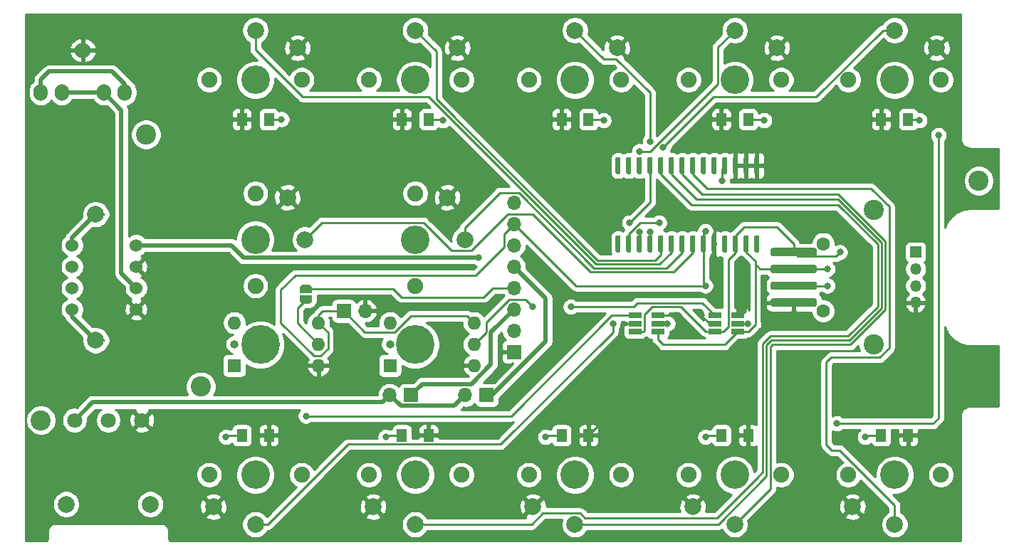
<source format=gtl>
G04 #@! TF.GenerationSoftware,KiCad,Pcbnew,(5.1.8)-1*
G04 #@! TF.CreationDate,2023-06-19T23:59:53+09:00*
G04 #@! TF.ProjectId,windsynth,77696e64-7379-46e7-9468-2e6b69636164,rev?*
G04 #@! TF.SameCoordinates,Original*
G04 #@! TF.FileFunction,Copper,L1,Top*
G04 #@! TF.FilePolarity,Positive*
%FSLAX46Y46*%
G04 Gerber Fmt 4.6, Leading zero omitted, Abs format (unit mm)*
G04 Created by KiCad (PCBNEW (5.1.8)-1) date 2023-06-19 23:59:53*
%MOMM*%
%LPD*%
G01*
G04 APERTURE LIST*
G04 #@! TA.AperFunction,ComponentPad*
%ADD10O,1.700000X1.700000*%
G04 #@! TD*
G04 #@! TA.AperFunction,ComponentPad*
%ADD11R,1.700000X1.700000*%
G04 #@! TD*
G04 #@! TA.AperFunction,SMDPad,CuDef*
%ADD12C,0.100000*%
G04 #@! TD*
G04 #@! TA.AperFunction,SMDPad,CuDef*
%ADD13R,1.200000X1.500000*%
G04 #@! TD*
G04 #@! TA.AperFunction,ComponentPad*
%ADD14C,1.900000*%
G04 #@! TD*
G04 #@! TA.AperFunction,ComponentPad*
%ADD15C,3.400000*%
G04 #@! TD*
G04 #@! TA.AperFunction,ComponentPad*
%ADD16C,2.000000*%
G04 #@! TD*
G04 #@! TA.AperFunction,ComponentPad*
%ADD17O,1.700000X2.000000*%
G04 #@! TD*
G04 #@! TA.AperFunction,ComponentPad*
%ADD18O,2.000000X1.700000*%
G04 #@! TD*
G04 #@! TA.AperFunction,ComponentPad*
%ADD19C,1.524000*%
G04 #@! TD*
G04 #@! TA.AperFunction,ComponentPad*
%ADD20O,1.600000X1.600000*%
G04 #@! TD*
G04 #@! TA.AperFunction,ComponentPad*
%ADD21O,1.000000X1.000000*%
G04 #@! TD*
G04 #@! TA.AperFunction,ComponentPad*
%ADD22R,1.600000X1.600000*%
G04 #@! TD*
G04 #@! TA.AperFunction,ComponentPad*
%ADD23C,1.800000*%
G04 #@! TD*
G04 #@! TA.AperFunction,SMDPad,CuDef*
%ADD24R,1.560000X0.650000*%
G04 #@! TD*
G04 #@! TA.AperFunction,ComponentPad*
%ADD25C,1.600000*%
G04 #@! TD*
G04 #@! TA.AperFunction,ComponentPad*
%ADD26R,1.350000X1.350000*%
G04 #@! TD*
G04 #@! TA.AperFunction,ComponentPad*
%ADD27O,1.350000X1.350000*%
G04 #@! TD*
G04 #@! TA.AperFunction,ViaPad*
%ADD28C,2.400000*%
G04 #@! TD*
G04 #@! TA.AperFunction,ViaPad*
%ADD29C,4.600000*%
G04 #@! TD*
G04 #@! TA.AperFunction,ViaPad*
%ADD30C,0.800000*%
G04 #@! TD*
G04 #@! TA.AperFunction,Conductor*
%ADD31C,0.250000*%
G04 #@! TD*
G04 #@! TA.AperFunction,Conductor*
%ADD32C,0.500000*%
G04 #@! TD*
G04 #@! TA.AperFunction,Conductor*
%ADD33C,0.254000*%
G04 #@! TD*
G04 #@! TA.AperFunction,Conductor*
%ADD34C,0.100000*%
G04 #@! TD*
G04 APERTURE END LIST*
D10*
G04 #@! TO.P,R2,2*
G04 #@! TO.N,Net-(R1-Pad2)*
X175460000Y-106000000D03*
D11*
G04 #@! TO.P,R2,1*
G04 #@! TO.N,Net-(J3-Pad5)*
X178000000Y-106000000D03*
G04 #@! TD*
G04 #@! TA.AperFunction,SMDPad,CuDef*
D12*
G04 #@! TO.P,DAC-DIRECT,1*
G04 #@! TO.N,Net-(J6-Pad1)*
G36*
X157250000Y-94150000D02*
G01*
X157250000Y-94650000D01*
X157249398Y-94650000D01*
X157249398Y-94674534D01*
X157244588Y-94723365D01*
X157235016Y-94771490D01*
X157220772Y-94818445D01*
X157201995Y-94863778D01*
X157178864Y-94907051D01*
X157151604Y-94947850D01*
X157120476Y-94985779D01*
X157085779Y-95020476D01*
X157047850Y-95051604D01*
X157007051Y-95078864D01*
X156963778Y-95101995D01*
X156918445Y-95120772D01*
X156871490Y-95135016D01*
X156823365Y-95144588D01*
X156774534Y-95149398D01*
X156750000Y-95149398D01*
X156750000Y-95150000D01*
X156250000Y-95150000D01*
X156250000Y-95149398D01*
X156225466Y-95149398D01*
X156176635Y-95144588D01*
X156128510Y-95135016D01*
X156081555Y-95120772D01*
X156036222Y-95101995D01*
X155992949Y-95078864D01*
X155952150Y-95051604D01*
X155914221Y-95020476D01*
X155879524Y-94985779D01*
X155848396Y-94947850D01*
X155821136Y-94907051D01*
X155798005Y-94863778D01*
X155779228Y-94818445D01*
X155764984Y-94771490D01*
X155755412Y-94723365D01*
X155750602Y-94674534D01*
X155750602Y-94650000D01*
X155750000Y-94650000D01*
X155750000Y-94150000D01*
X157250000Y-94150000D01*
G37*
G04 #@! TD.AperFunction*
G04 #@! TA.AperFunction,SMDPad,CuDef*
G04 #@! TO.P,DAC-DIRECT,2*
G04 #@! TO.N,Net-(J3-Pad4)*
G36*
X155750602Y-93350000D02*
G01*
X155750602Y-93325466D01*
X155755412Y-93276635D01*
X155764984Y-93228510D01*
X155779228Y-93181555D01*
X155798005Y-93136222D01*
X155821136Y-93092949D01*
X155848396Y-93052150D01*
X155879524Y-93014221D01*
X155914221Y-92979524D01*
X155952150Y-92948396D01*
X155992949Y-92921136D01*
X156036222Y-92898005D01*
X156081555Y-92879228D01*
X156128510Y-92864984D01*
X156176635Y-92855412D01*
X156225466Y-92850602D01*
X156250000Y-92850602D01*
X156250000Y-92850000D01*
X156750000Y-92850000D01*
X156750000Y-92850602D01*
X156774534Y-92850602D01*
X156823365Y-92855412D01*
X156871490Y-92864984D01*
X156918445Y-92879228D01*
X156963778Y-92898005D01*
X157007051Y-92921136D01*
X157047850Y-92948396D01*
X157085779Y-92979524D01*
X157120476Y-93014221D01*
X157151604Y-93052150D01*
X157178864Y-93092949D01*
X157201995Y-93136222D01*
X157220772Y-93181555D01*
X157235016Y-93228510D01*
X157244588Y-93276635D01*
X157249398Y-93325466D01*
X157249398Y-93350000D01*
X157250000Y-93350000D01*
X157250000Y-93850000D01*
X155750000Y-93850000D01*
X155750000Y-93350000D01*
X155750602Y-93350000D01*
G37*
G04 #@! TD.AperFunction*
G04 #@! TD*
D13*
G04 #@! TO.P,KeyD,3*
G04 #@! TO.N,Net-(D3-Pad1)*
X186900000Y-110800000D03*
G04 #@! TO.P,KeyD,4*
G04 #@! TO.N,GND*
X190100000Y-110800000D03*
D14*
G04 #@! TO.P,KeyD,*
G04 #@! TO.N,*
X194000000Y-115500000D03*
X183000000Y-115500000D03*
D15*
X188500000Y-115500000D03*
D16*
G04 #@! TO.P,KeyD,2*
G04 #@! TO.N,GND*
X183500000Y-119300000D03*
G04 #@! TO.P,KeyD,1*
G04 #@! TO.N,Net-(SW3-Pad1)*
X188500000Y-121400000D03*
G04 #@! TD*
D17*
G04 #@! TO.P,HEADPHONE,5*
G04 #@! TO.N,Net-(C2-Pad2)*
X134968000Y-70000000D03*
G04 #@! TO.P,HEADPHONE,4*
G04 #@! TO.N,Net-(J4-Pad3)*
X132468000Y-70000000D03*
G04 #@! TO.P,HEADPHONE,3*
X127468000Y-70000000D03*
G04 #@! TO.P,HEADPHONE,2*
G04 #@! TO.N,Net-(C2-Pad2)*
X124968000Y-70000000D03*
D18*
G04 #@! TO.P,HEADPHONE,1*
G04 #@! TO.N,GND*
X129968000Y-65000000D03*
G04 #@! TD*
D19*
G04 #@! TO.P,AE-PAM8012,8*
G04 #@! TO.N,Net-(J4-Pad8)*
X128690000Y-95810000D03*
G04 #@! TO.P,AE-PAM8012,7*
G04 #@! TO.N,N/C*
X128690000Y-93270000D03*
G04 #@! TO.P,AE-PAM8012,6*
X128690000Y-90730000D03*
G04 #@! TO.P,AE-PAM8012,5*
G04 #@! TO.N,Net-(J4-Pad5)*
X128690000Y-88190000D03*
G04 #@! TO.P,AE-PAM8012,4*
G04 #@! TO.N,GND*
X136310000Y-95810000D03*
G04 #@! TO.P,AE-PAM8012,3*
G04 #@! TO.N,Net-(J4-Pad3)*
X136310000Y-93270000D03*
G04 #@! TO.P,AE-PAM8012,2*
G04 #@! TO.N,GND*
X136310000Y-90730000D03*
G04 #@! TO.P,AE-PAM8012,1*
G04 #@! TO.N,+5V*
X136310000Y-88190000D03*
G04 #@! TD*
D20*
G04 #@! TO.P,MIS2503 (Main),6*
G04 #@! TO.N,GND*
X158000000Y-102500000D03*
G04 #@! TO.P,MIS2503 (Main),3*
G04 #@! TO.N,N/C*
X148000000Y-97400000D03*
G04 #@! TO.P,MIS2503 (Main),5*
G04 #@! TO.N,Net-(J6-Pad1)*
X158000000Y-99960000D03*
D21*
G04 #@! TO.P,MIS2503 (Main),2*
G04 #@! TO.N,N/C*
X148000000Y-99960000D03*
D20*
G04 #@! TO.P,MIS2503 (Main),4*
G04 #@! TO.N,+3V3*
X158000000Y-97420000D03*
D22*
G04 #@! TO.P,MIS2503 (Main),1*
G04 #@! TO.N,N/C*
X148000000Y-102500000D03*
G04 #@! TD*
D16*
G04 #@! TO.P,KeyB,1*
G04 #@! TO.N,Net-(SW10-Pad1)*
X150500000Y-62600000D03*
G04 #@! TO.P,KeyB,2*
G04 #@! TO.N,GND*
X155500000Y-64700000D03*
D15*
G04 #@! TO.P,KeyB,*
G04 #@! TO.N,*
X150500000Y-68500000D03*
D14*
X156000000Y-68500000D03*
X145000000Y-68500000D03*
D13*
G04 #@! TO.P,KeyB,4*
G04 #@! TO.N,GND*
X148900000Y-73200000D03*
G04 #@! TO.P,KeyB,3*
G04 #@! TO.N,Net-(D10-Pad1)*
X152100000Y-73200000D03*
G04 #@! TD*
D10*
G04 #@! TO.P,J3,8*
G04 #@! TO.N,N/C*
X181250000Y-83106000D03*
G04 #@! TO.P,J3,7*
G04 #@! TO.N,+3V3*
X181250000Y-85646000D03*
G04 #@! TO.P,J3,6*
G04 #@! TO.N,N/C*
X181250000Y-88186000D03*
G04 #@! TO.P,J3,5*
G04 #@! TO.N,Net-(J3-Pad5)*
X181250000Y-90726000D03*
G04 #@! TO.P,J3,4*
G04 #@! TO.N,Net-(J3-Pad4)*
X181250000Y-93266000D03*
G04 #@! TO.P,J3,3*
G04 #@! TO.N,Net-(J3-Pad3)*
X181250000Y-95806000D03*
G04 #@! TO.P,J3,2*
G04 #@! TO.N,+5V*
X181250000Y-98346000D03*
D11*
G04 #@! TO.P,J3,1*
G04 #@! TO.N,GND*
X181250000Y-100886000D03*
G04 #@! TD*
D16*
G04 #@! TO.P,SPEAKER,2*
G04 #@! TO.N,Net-(J4-Pad8)*
X131500000Y-99500000D03*
G04 #@! TO.P,SPEAKER,1*
G04 #@! TO.N,Net-(J4-Pad5)*
X131500000Y-84500000D03*
G04 #@! TD*
D13*
G04 #@! TO.P,KeyC,3*
G04 #@! TO.N,Net-(D1-Pad1)*
X224900000Y-110800000D03*
G04 #@! TO.P,KeyC,4*
G04 #@! TO.N,GND*
X228100000Y-110800000D03*
D14*
G04 #@! TO.P,KeyC,*
G04 #@! TO.N,*
X232000000Y-115500000D03*
X221000000Y-115500000D03*
D15*
X226500000Y-115500000D03*
D16*
G04 #@! TO.P,KeyC,2*
G04 #@! TO.N,GND*
X221500000Y-119300000D03*
G04 #@! TO.P,KeyC,1*
G04 #@! TO.N,Net-(SW1-Pad1)*
X226500000Y-121400000D03*
G04 #@! TD*
D13*
G04 #@! TO.P,KeyEb,3*
G04 #@! TO.N,Net-(D2-Pad1)*
X205900000Y-110800000D03*
G04 #@! TO.P,KeyEb,4*
G04 #@! TO.N,GND*
X209100000Y-110800000D03*
D14*
G04 #@! TO.P,KeyEb,*
G04 #@! TO.N,*
X213000000Y-115500000D03*
X202000000Y-115500000D03*
D15*
X207500000Y-115500000D03*
D16*
G04 #@! TO.P,KeyEb,2*
G04 #@! TO.N,GND*
X202500000Y-119300000D03*
G04 #@! TO.P,KeyEb,1*
G04 #@! TO.N,Net-(SW2-Pad1)*
X207500000Y-121400000D03*
G04 #@! TD*
D13*
G04 #@! TO.P,KeyE,3*
G04 #@! TO.N,Net-(D4-Pad1)*
X167900000Y-110800000D03*
G04 #@! TO.P,KeyE,4*
G04 #@! TO.N,GND*
X171100000Y-110800000D03*
D14*
G04 #@! TO.P,KeyE,*
G04 #@! TO.N,*
X175000000Y-115500000D03*
X164000000Y-115500000D03*
D15*
X169500000Y-115500000D03*
D16*
G04 #@! TO.P,KeyE,2*
G04 #@! TO.N,GND*
X164500000Y-119300000D03*
G04 #@! TO.P,KeyE,1*
G04 #@! TO.N,Net-(SW4-Pad1)*
X169500000Y-121400000D03*
G04 #@! TD*
D13*
G04 #@! TO.P,KeyF,3*
G04 #@! TO.N,Net-(D5-Pad1)*
X148900000Y-110800000D03*
G04 #@! TO.P,KeyF,4*
G04 #@! TO.N,GND*
X152100000Y-110800000D03*
D14*
G04 #@! TO.P,KeyF,*
G04 #@! TO.N,*
X156000000Y-115500000D03*
X145000000Y-115500000D03*
D15*
X150500000Y-115500000D03*
D16*
G04 #@! TO.P,KeyF,2*
G04 #@! TO.N,GND*
X145500000Y-119300000D03*
G04 #@! TO.P,KeyF,1*
G04 #@! TO.N,Net-(SW5-Pad1)*
X150500000Y-121400000D03*
G04 #@! TD*
D13*
G04 #@! TO.P,KeyCs,3*
G04 #@! TO.N,Net-(D6-Pad1)*
X228100000Y-73200000D03*
G04 #@! TO.P,KeyCs,4*
G04 #@! TO.N,GND*
X224900000Y-73200000D03*
D14*
G04 #@! TO.P,KeyCs,*
G04 #@! TO.N,*
X221000000Y-68500000D03*
X232000000Y-68500000D03*
D15*
X226500000Y-68500000D03*
D16*
G04 #@! TO.P,KeyCs,2*
G04 #@! TO.N,GND*
X231500000Y-64700000D03*
G04 #@! TO.P,KeyCs,1*
G04 #@! TO.N,Net-(SW6-Pad1)*
X226500000Y-62600000D03*
G04 #@! TD*
D13*
G04 #@! TO.P,KeyGs,3*
G04 #@! TO.N,Net-(D7-Pad1)*
X209100000Y-73200000D03*
G04 #@! TO.P,KeyGs,4*
G04 #@! TO.N,GND*
X205900000Y-73200000D03*
D14*
G04 #@! TO.P,KeyGs,*
G04 #@! TO.N,*
X202000000Y-68500000D03*
X213000000Y-68500000D03*
D15*
X207500000Y-68500000D03*
D16*
G04 #@! TO.P,KeyGs,2*
G04 #@! TO.N,GND*
X212500000Y-64700000D03*
G04 #@! TO.P,KeyGs,1*
G04 #@! TO.N,Net-(SW7-Pad1)*
X207500000Y-62600000D03*
G04 #@! TD*
G04 #@! TO.P,KeyG,1*
G04 #@! TO.N,Net-(SW8-Pad1)*
X188500000Y-62600000D03*
G04 #@! TO.P,KeyG,2*
G04 #@! TO.N,GND*
X193500000Y-64700000D03*
D15*
G04 #@! TO.P,KeyG,*
G04 #@! TO.N,*
X188500000Y-68500000D03*
D14*
X194000000Y-68500000D03*
X183000000Y-68500000D03*
D13*
G04 #@! TO.P,KeyG,4*
G04 #@! TO.N,GND*
X186900000Y-73200000D03*
G04 #@! TO.P,KeyG,3*
G04 #@! TO.N,Net-(D8-Pad1)*
X190100000Y-73200000D03*
G04 #@! TD*
D16*
G04 #@! TO.P,KeyA,1*
G04 #@! TO.N,Net-(SW9-Pad1)*
X169500000Y-62600000D03*
G04 #@! TO.P,KeyA,2*
G04 #@! TO.N,GND*
X174500000Y-64700000D03*
D15*
G04 #@! TO.P,KeyA,*
G04 #@! TO.N,*
X169500000Y-68500000D03*
D14*
X175000000Y-68500000D03*
X164000000Y-68500000D03*
D13*
G04 #@! TO.P,KeyA,4*
G04 #@! TO.N,GND*
X167900000Y-73200000D03*
G04 #@! TO.P,KeyA,3*
G04 #@! TO.N,Net-(D9-Pad1)*
X171100000Y-73200000D03*
G04 #@! TD*
D14*
G04 #@! TO.P,KeyDown,*
G04 #@! TO.N,*
X169500000Y-93000000D03*
X169500000Y-82000000D03*
D15*
X169500000Y-87500000D03*
D16*
G04 #@! TO.P,KeyDown,2*
G04 #@! TO.N,GND*
X173300000Y-82500000D03*
G04 #@! TO.P,KeyDown,1*
G04 #@! TO.N,Net-(SW11-Pad1)*
X175400000Y-87500000D03*
G04 #@! TD*
D14*
G04 #@! TO.P,KeyUp,*
G04 #@! TO.N,*
X150500000Y-93000000D03*
X150500000Y-82000000D03*
D15*
X150500000Y-87500000D03*
D16*
G04 #@! TO.P,KeyUp,2*
G04 #@! TO.N,GND*
X154300000Y-82500000D03*
G04 #@! TO.P,KeyUp,1*
G04 #@! TO.N,Net-(SW12-Pad1)*
X156400000Y-87500000D03*
G04 #@! TD*
G04 #@! TO.P,VOLUME,*
G04 #@! TO.N,*
X128000000Y-119000000D03*
D23*
G04 #@! TO.P,VOLUME,3*
G04 #@! TO.N,Net-(R1-Pad2)*
X129000000Y-109000000D03*
G04 #@! TO.P,VOLUME,2*
G04 #@! TO.N,Net-(C2-Pad1)*
X133000000Y-109000000D03*
G04 #@! TO.P,VOLUME,1*
G04 #@! TO.N,GND*
X137000000Y-109000000D03*
D16*
G04 #@! TO.P,VOLUME,*
G04 #@! TO.N,*
X138000000Y-119000000D03*
G04 #@! TD*
G04 #@! TO.P,MCP23017,1*
G04 #@! TO.N,N/C*
G04 #@! TA.AperFunction,SMDPad,CuDef*
G36*
G01*
X193770000Y-89035000D02*
X193470000Y-89035000D01*
G75*
G02*
X193320000Y-88885000I0J150000D01*
G01*
X193320000Y-87135000D01*
G75*
G02*
X193470000Y-86985000I150000J0D01*
G01*
X193770000Y-86985000D01*
G75*
G02*
X193920000Y-87135000I0J-150000D01*
G01*
X193920000Y-88885000D01*
G75*
G02*
X193770000Y-89035000I-150000J0D01*
G01*
G37*
G04 #@! TD.AperFunction*
G04 #@! TO.P,MCP23017,2*
G04 #@! TO.N,Net-(SW6-Pad1)*
G04 #@! TA.AperFunction,SMDPad,CuDef*
G36*
G01*
X195040000Y-89035000D02*
X194740000Y-89035000D01*
G75*
G02*
X194590000Y-88885000I0J150000D01*
G01*
X194590000Y-87135000D01*
G75*
G02*
X194740000Y-86985000I150000J0D01*
G01*
X195040000Y-86985000D01*
G75*
G02*
X195190000Y-87135000I0J-150000D01*
G01*
X195190000Y-88885000D01*
G75*
G02*
X195040000Y-89035000I-150000J0D01*
G01*
G37*
G04 #@! TD.AperFunction*
G04 #@! TO.P,MCP23017,3*
G04 #@! TO.N,Net-(SW7-Pad1)*
G04 #@! TA.AperFunction,SMDPad,CuDef*
G36*
G01*
X196310000Y-89035000D02*
X196010000Y-89035000D01*
G75*
G02*
X195860000Y-88885000I0J150000D01*
G01*
X195860000Y-87135000D01*
G75*
G02*
X196010000Y-86985000I150000J0D01*
G01*
X196310000Y-86985000D01*
G75*
G02*
X196460000Y-87135000I0J-150000D01*
G01*
X196460000Y-88885000D01*
G75*
G02*
X196310000Y-89035000I-150000J0D01*
G01*
G37*
G04 #@! TD.AperFunction*
G04 #@! TO.P,MCP23017,4*
G04 #@! TO.N,Net-(SW8-Pad1)*
G04 #@! TA.AperFunction,SMDPad,CuDef*
G36*
G01*
X197580000Y-89035000D02*
X197280000Y-89035000D01*
G75*
G02*
X197130000Y-88885000I0J150000D01*
G01*
X197130000Y-87135000D01*
G75*
G02*
X197280000Y-86985000I150000J0D01*
G01*
X197580000Y-86985000D01*
G75*
G02*
X197730000Y-87135000I0J-150000D01*
G01*
X197730000Y-88885000D01*
G75*
G02*
X197580000Y-89035000I-150000J0D01*
G01*
G37*
G04 #@! TD.AperFunction*
G04 #@! TO.P,MCP23017,5*
G04 #@! TO.N,Net-(SW9-Pad1)*
G04 #@! TA.AperFunction,SMDPad,CuDef*
G36*
G01*
X198850000Y-89035000D02*
X198550000Y-89035000D01*
G75*
G02*
X198400000Y-88885000I0J150000D01*
G01*
X198400000Y-87135000D01*
G75*
G02*
X198550000Y-86985000I150000J0D01*
G01*
X198850000Y-86985000D01*
G75*
G02*
X199000000Y-87135000I0J-150000D01*
G01*
X199000000Y-88885000D01*
G75*
G02*
X198850000Y-89035000I-150000J0D01*
G01*
G37*
G04 #@! TD.AperFunction*
G04 #@! TO.P,MCP23017,6*
G04 #@! TO.N,Net-(SW10-Pad1)*
G04 #@! TA.AperFunction,SMDPad,CuDef*
G36*
G01*
X200120000Y-89035000D02*
X199820000Y-89035000D01*
G75*
G02*
X199670000Y-88885000I0J150000D01*
G01*
X199670000Y-87135000D01*
G75*
G02*
X199820000Y-86985000I150000J0D01*
G01*
X200120000Y-86985000D01*
G75*
G02*
X200270000Y-87135000I0J-150000D01*
G01*
X200270000Y-88885000D01*
G75*
G02*
X200120000Y-89035000I-150000J0D01*
G01*
G37*
G04 #@! TD.AperFunction*
G04 #@! TO.P,MCP23017,7*
G04 #@! TO.N,Net-(SW11-Pad1)*
G04 #@! TA.AperFunction,SMDPad,CuDef*
G36*
G01*
X201390000Y-89035000D02*
X201090000Y-89035000D01*
G75*
G02*
X200940000Y-88885000I0J150000D01*
G01*
X200940000Y-87135000D01*
G75*
G02*
X201090000Y-86985000I150000J0D01*
G01*
X201390000Y-86985000D01*
G75*
G02*
X201540000Y-87135000I0J-150000D01*
G01*
X201540000Y-88885000D01*
G75*
G02*
X201390000Y-89035000I-150000J0D01*
G01*
G37*
G04 #@! TD.AperFunction*
G04 #@! TO.P,MCP23017,8*
G04 #@! TO.N,Net-(SW12-Pad1)*
G04 #@! TA.AperFunction,SMDPad,CuDef*
G36*
G01*
X202660000Y-89035000D02*
X202360000Y-89035000D01*
G75*
G02*
X202210000Y-88885000I0J150000D01*
G01*
X202210000Y-87135000D01*
G75*
G02*
X202360000Y-86985000I150000J0D01*
G01*
X202660000Y-86985000D01*
G75*
G02*
X202810000Y-87135000I0J-150000D01*
G01*
X202810000Y-88885000D01*
G75*
G02*
X202660000Y-89035000I-150000J0D01*
G01*
G37*
G04 #@! TD.AperFunction*
G04 #@! TO.P,MCP23017,9*
G04 #@! TO.N,+3V3*
G04 #@! TA.AperFunction,SMDPad,CuDef*
G36*
G01*
X203930000Y-89035000D02*
X203630000Y-89035000D01*
G75*
G02*
X203480000Y-88885000I0J150000D01*
G01*
X203480000Y-87135000D01*
G75*
G02*
X203630000Y-86985000I150000J0D01*
G01*
X203930000Y-86985000D01*
G75*
G02*
X204080000Y-87135000I0J-150000D01*
G01*
X204080000Y-88885000D01*
G75*
G02*
X203930000Y-89035000I-150000J0D01*
G01*
G37*
G04 #@! TD.AperFunction*
G04 #@! TO.P,MCP23017,10*
G04 #@! TO.N,GND*
G04 #@! TA.AperFunction,SMDPad,CuDef*
G36*
G01*
X205200000Y-89035000D02*
X204900000Y-89035000D01*
G75*
G02*
X204750000Y-88885000I0J150000D01*
G01*
X204750000Y-87135000D01*
G75*
G02*
X204900000Y-86985000I150000J0D01*
G01*
X205200000Y-86985000D01*
G75*
G02*
X205350000Y-87135000I0J-150000D01*
G01*
X205350000Y-88885000D01*
G75*
G02*
X205200000Y-89035000I-150000J0D01*
G01*
G37*
G04 #@! TD.AperFunction*
G04 #@! TO.P,MCP23017,11*
G04 #@! TO.N,N/C*
G04 #@! TA.AperFunction,SMDPad,CuDef*
G36*
G01*
X206470000Y-89035000D02*
X206170000Y-89035000D01*
G75*
G02*
X206020000Y-88885000I0J150000D01*
G01*
X206020000Y-87135000D01*
G75*
G02*
X206170000Y-86985000I150000J0D01*
G01*
X206470000Y-86985000D01*
G75*
G02*
X206620000Y-87135000I0J-150000D01*
G01*
X206620000Y-88885000D01*
G75*
G02*
X206470000Y-89035000I-150000J0D01*
G01*
G37*
G04 #@! TD.AperFunction*
G04 #@! TO.P,MCP23017,12*
G04 #@! TO.N,Net-(J1-Pad1)*
G04 #@! TA.AperFunction,SMDPad,CuDef*
G36*
G01*
X207740000Y-89035000D02*
X207440000Y-89035000D01*
G75*
G02*
X207290000Y-88885000I0J150000D01*
G01*
X207290000Y-87135000D01*
G75*
G02*
X207440000Y-86985000I150000J0D01*
G01*
X207740000Y-86985000D01*
G75*
G02*
X207890000Y-87135000I0J-150000D01*
G01*
X207890000Y-88885000D01*
G75*
G02*
X207740000Y-89035000I-150000J0D01*
G01*
G37*
G04 #@! TD.AperFunction*
G04 #@! TO.P,MCP23017,13*
G04 #@! TO.N,Net-(J1-Pad2)*
G04 #@! TA.AperFunction,SMDPad,CuDef*
G36*
G01*
X209010000Y-89035000D02*
X208710000Y-89035000D01*
G75*
G02*
X208560000Y-88885000I0J150000D01*
G01*
X208560000Y-87135000D01*
G75*
G02*
X208710000Y-86985000I150000J0D01*
G01*
X209010000Y-86985000D01*
G75*
G02*
X209160000Y-87135000I0J-150000D01*
G01*
X209160000Y-88885000D01*
G75*
G02*
X209010000Y-89035000I-150000J0D01*
G01*
G37*
G04 #@! TD.AperFunction*
G04 #@! TO.P,MCP23017,14*
G04 #@! TO.N,N/C*
G04 #@! TA.AperFunction,SMDPad,CuDef*
G36*
G01*
X210280000Y-89035000D02*
X209980000Y-89035000D01*
G75*
G02*
X209830000Y-88885000I0J150000D01*
G01*
X209830000Y-87135000D01*
G75*
G02*
X209980000Y-86985000I150000J0D01*
G01*
X210280000Y-86985000D01*
G75*
G02*
X210430000Y-87135000I0J-150000D01*
G01*
X210430000Y-88885000D01*
G75*
G02*
X210280000Y-89035000I-150000J0D01*
G01*
G37*
G04 #@! TD.AperFunction*
G04 #@! TO.P,MCP23017,15*
G04 #@! TO.N,GND*
G04 #@! TA.AperFunction,SMDPad,CuDef*
G36*
G01*
X210280000Y-79735000D02*
X209980000Y-79735000D01*
G75*
G02*
X209830000Y-79585000I0J150000D01*
G01*
X209830000Y-77835000D01*
G75*
G02*
X209980000Y-77685000I150000J0D01*
G01*
X210280000Y-77685000D01*
G75*
G02*
X210430000Y-77835000I0J-150000D01*
G01*
X210430000Y-79585000D01*
G75*
G02*
X210280000Y-79735000I-150000J0D01*
G01*
G37*
G04 #@! TD.AperFunction*
G04 #@! TO.P,MCP23017,16*
G04 #@! TA.AperFunction,SMDPad,CuDef*
G36*
G01*
X209010000Y-79735000D02*
X208710000Y-79735000D01*
G75*
G02*
X208560000Y-79585000I0J150000D01*
G01*
X208560000Y-77835000D01*
G75*
G02*
X208710000Y-77685000I150000J0D01*
G01*
X209010000Y-77685000D01*
G75*
G02*
X209160000Y-77835000I0J-150000D01*
G01*
X209160000Y-79585000D01*
G75*
G02*
X209010000Y-79735000I-150000J0D01*
G01*
G37*
G04 #@! TD.AperFunction*
G04 #@! TO.P,MCP23017,17*
G04 #@! TA.AperFunction,SMDPad,CuDef*
G36*
G01*
X207740000Y-79735000D02*
X207440000Y-79735000D01*
G75*
G02*
X207290000Y-79585000I0J150000D01*
G01*
X207290000Y-77835000D01*
G75*
G02*
X207440000Y-77685000I150000J0D01*
G01*
X207740000Y-77685000D01*
G75*
G02*
X207890000Y-77835000I0J-150000D01*
G01*
X207890000Y-79585000D01*
G75*
G02*
X207740000Y-79735000I-150000J0D01*
G01*
G37*
G04 #@! TD.AperFunction*
G04 #@! TO.P,MCP23017,18*
G04 #@! TO.N,+3V3*
G04 #@! TA.AperFunction,SMDPad,CuDef*
G36*
G01*
X206470000Y-79735000D02*
X206170000Y-79735000D01*
G75*
G02*
X206020000Y-79585000I0J150000D01*
G01*
X206020000Y-77835000D01*
G75*
G02*
X206170000Y-77685000I150000J0D01*
G01*
X206470000Y-77685000D01*
G75*
G02*
X206620000Y-77835000I0J-150000D01*
G01*
X206620000Y-79585000D01*
G75*
G02*
X206470000Y-79735000I-150000J0D01*
G01*
G37*
G04 #@! TD.AperFunction*
G04 #@! TO.P,MCP23017,19*
G04 #@! TO.N,N/C*
G04 #@! TA.AperFunction,SMDPad,CuDef*
G36*
G01*
X205200000Y-79735000D02*
X204900000Y-79735000D01*
G75*
G02*
X204750000Y-79585000I0J150000D01*
G01*
X204750000Y-77835000D01*
G75*
G02*
X204900000Y-77685000I150000J0D01*
G01*
X205200000Y-77685000D01*
G75*
G02*
X205350000Y-77835000I0J-150000D01*
G01*
X205350000Y-79585000D01*
G75*
G02*
X205200000Y-79735000I-150000J0D01*
G01*
G37*
G04 #@! TD.AperFunction*
G04 #@! TO.P,MCP23017,20*
G04 #@! TA.AperFunction,SMDPad,CuDef*
G36*
G01*
X203930000Y-79735000D02*
X203630000Y-79735000D01*
G75*
G02*
X203480000Y-79585000I0J150000D01*
G01*
X203480000Y-77835000D01*
G75*
G02*
X203630000Y-77685000I150000J0D01*
G01*
X203930000Y-77685000D01*
G75*
G02*
X204080000Y-77835000I0J-150000D01*
G01*
X204080000Y-79585000D01*
G75*
G02*
X203930000Y-79735000I-150000J0D01*
G01*
G37*
G04 #@! TD.AperFunction*
G04 #@! TO.P,MCP23017,21*
G04 #@! TO.N,Net-(SW1-Pad1)*
G04 #@! TA.AperFunction,SMDPad,CuDef*
G36*
G01*
X202660000Y-79735000D02*
X202360000Y-79735000D01*
G75*
G02*
X202210000Y-79585000I0J150000D01*
G01*
X202210000Y-77835000D01*
G75*
G02*
X202360000Y-77685000I150000J0D01*
G01*
X202660000Y-77685000D01*
G75*
G02*
X202810000Y-77835000I0J-150000D01*
G01*
X202810000Y-79585000D01*
G75*
G02*
X202660000Y-79735000I-150000J0D01*
G01*
G37*
G04 #@! TD.AperFunction*
G04 #@! TO.P,MCP23017,22*
G04 #@! TO.N,Net-(SW2-Pad1)*
G04 #@! TA.AperFunction,SMDPad,CuDef*
G36*
G01*
X201390000Y-79735000D02*
X201090000Y-79735000D01*
G75*
G02*
X200940000Y-79585000I0J150000D01*
G01*
X200940000Y-77835000D01*
G75*
G02*
X201090000Y-77685000I150000J0D01*
G01*
X201390000Y-77685000D01*
G75*
G02*
X201540000Y-77835000I0J-150000D01*
G01*
X201540000Y-79585000D01*
G75*
G02*
X201390000Y-79735000I-150000J0D01*
G01*
G37*
G04 #@! TD.AperFunction*
G04 #@! TO.P,MCP23017,23*
G04 #@! TO.N,Net-(SW3-Pad1)*
G04 #@! TA.AperFunction,SMDPad,CuDef*
G36*
G01*
X200120000Y-79735000D02*
X199820000Y-79735000D01*
G75*
G02*
X199670000Y-79585000I0J150000D01*
G01*
X199670000Y-77835000D01*
G75*
G02*
X199820000Y-77685000I150000J0D01*
G01*
X200120000Y-77685000D01*
G75*
G02*
X200270000Y-77835000I0J-150000D01*
G01*
X200270000Y-79585000D01*
G75*
G02*
X200120000Y-79735000I-150000J0D01*
G01*
G37*
G04 #@! TD.AperFunction*
G04 #@! TO.P,MCP23017,24*
G04 #@! TO.N,Net-(SW4-Pad1)*
G04 #@! TA.AperFunction,SMDPad,CuDef*
G36*
G01*
X198850000Y-79735000D02*
X198550000Y-79735000D01*
G75*
G02*
X198400000Y-79585000I0J150000D01*
G01*
X198400000Y-77835000D01*
G75*
G02*
X198550000Y-77685000I150000J0D01*
G01*
X198850000Y-77685000D01*
G75*
G02*
X199000000Y-77835000I0J-150000D01*
G01*
X199000000Y-79585000D01*
G75*
G02*
X198850000Y-79735000I-150000J0D01*
G01*
G37*
G04 #@! TD.AperFunction*
G04 #@! TO.P,MCP23017,25*
G04 #@! TO.N,Net-(SW5-Pad1)*
G04 #@! TA.AperFunction,SMDPad,CuDef*
G36*
G01*
X197580000Y-79735000D02*
X197280000Y-79735000D01*
G75*
G02*
X197130000Y-79585000I0J150000D01*
G01*
X197130000Y-77835000D01*
G75*
G02*
X197280000Y-77685000I150000J0D01*
G01*
X197580000Y-77685000D01*
G75*
G02*
X197730000Y-77835000I0J-150000D01*
G01*
X197730000Y-79585000D01*
G75*
G02*
X197580000Y-79735000I-150000J0D01*
G01*
G37*
G04 #@! TD.AperFunction*
G04 #@! TO.P,MCP23017,26*
G04 #@! TO.N,N/C*
G04 #@! TA.AperFunction,SMDPad,CuDef*
G36*
G01*
X196310000Y-79735000D02*
X196010000Y-79735000D01*
G75*
G02*
X195860000Y-79585000I0J150000D01*
G01*
X195860000Y-77835000D01*
G75*
G02*
X196010000Y-77685000I150000J0D01*
G01*
X196310000Y-77685000D01*
G75*
G02*
X196460000Y-77835000I0J-150000D01*
G01*
X196460000Y-79585000D01*
G75*
G02*
X196310000Y-79735000I-150000J0D01*
G01*
G37*
G04 #@! TD.AperFunction*
G04 #@! TO.P,MCP23017,27*
G04 #@! TA.AperFunction,SMDPad,CuDef*
G36*
G01*
X195040000Y-79735000D02*
X194740000Y-79735000D01*
G75*
G02*
X194590000Y-79585000I0J150000D01*
G01*
X194590000Y-77835000D01*
G75*
G02*
X194740000Y-77685000I150000J0D01*
G01*
X195040000Y-77685000D01*
G75*
G02*
X195190000Y-77835000I0J-150000D01*
G01*
X195190000Y-79585000D01*
G75*
G02*
X195040000Y-79735000I-150000J0D01*
G01*
G37*
G04 #@! TD.AperFunction*
G04 #@! TO.P,MCP23017,28*
G04 #@! TA.AperFunction,SMDPad,CuDef*
G36*
G01*
X193770000Y-79735000D02*
X193470000Y-79735000D01*
G75*
G02*
X193320000Y-79585000I0J150000D01*
G01*
X193320000Y-77835000D01*
G75*
G02*
X193470000Y-77685000I150000J0D01*
G01*
X193770000Y-77685000D01*
G75*
G02*
X193920000Y-77835000I0J-150000D01*
G01*
X193920000Y-79585000D01*
G75*
G02*
X193770000Y-79735000I-150000J0D01*
G01*
G37*
G04 #@! TD.AperFunction*
G04 #@! TD*
D11*
G04 #@! TO.P,C1,1*
G04 #@! TO.N,+3V3*
X161000000Y-96000000D03*
D10*
G04 #@! TO.P,C1,2*
G04 #@! TO.N,GND*
X163540000Y-96000000D03*
G04 #@! TD*
D11*
G04 #@! TO.P,R1,1*
G04 #@! TO.N,Net-(J3-Pad3)*
X169000000Y-106000000D03*
D10*
G04 #@! TO.P,R1,2*
G04 #@! TO.N,Net-(R1-Pad2)*
X166460000Y-106000000D03*
G04 #@! TD*
D24*
G04 #@! TO.P,MCP3425,5*
G04 #@! TO.N,+3V3*
X198350000Y-97500000D03*
G04 #@! TO.P,MCP3425,6*
G04 #@! TO.N,GND*
X198350000Y-96550000D03*
G04 #@! TO.P,MCP3425,4*
G04 #@! TO.N,Net-(J1-Pad2)*
X198350000Y-98450000D03*
G04 #@! TO.P,MCP3425,3*
G04 #@! TO.N,Net-(J1-Pad1)*
X195650000Y-98450000D03*
G04 #@! TO.P,MCP3425,2*
G04 #@! TO.N,GND*
X195650000Y-97500000D03*
G04 #@! TO.P,MCP3425,1*
G04 #@! TO.N,Net-(J6-Pad1)*
X195650000Y-96550000D03*
G04 #@! TD*
G04 #@! TO.P,MCP3425,1*
G04 #@! TO.N,Net-(J10-Pad5)*
X205150000Y-96550000D03*
G04 #@! TO.P,MCP3425,2*
G04 #@! TO.N,GND*
X205150000Y-97500000D03*
G04 #@! TO.P,MCP3425,3*
G04 #@! TO.N,Net-(J1-Pad1)*
X205150000Y-98450000D03*
G04 #@! TO.P,MCP3425,4*
G04 #@! TO.N,Net-(J1-Pad2)*
X207850000Y-98450000D03*
G04 #@! TO.P,MCP3425,6*
G04 #@! TO.N,GND*
X207850000Y-96550000D03*
G04 #@! TO.P,MCP3425,5*
G04 #@! TO.N,+3V3*
X207850000Y-97500000D03*
G04 #@! TD*
D22*
G04 #@! TO.P,MIS2503 (Sub),1*
G04 #@! TO.N,N/C*
X166500000Y-102500000D03*
D20*
G04 #@! TO.P,MIS2503 (Sub),4*
G04 #@! TO.N,+3V3*
X176500000Y-97420000D03*
D21*
G04 #@! TO.P,MIS2503 (Sub),2*
G04 #@! TO.N,N/C*
X166500000Y-99960000D03*
D20*
G04 #@! TO.P,MIS2503 (Sub),5*
G04 #@! TO.N,Net-(J10-Pad5)*
X176500000Y-99960000D03*
G04 #@! TO.P,MIS2503 (Sub),3*
G04 #@! TO.N,N/C*
X166500000Y-97400000D03*
G04 #@! TO.P,MIS2503 (Sub),6*
G04 #@! TO.N,GND*
X176500000Y-102500000D03*
G04 #@! TD*
G04 #@! TO.P,I2C,1*
G04 #@! TO.N,Net-(J1-Pad1)*
G04 #@! TA.AperFunction,SMDPad,CuDef*
G36*
G01*
X212000000Y-88500000D02*
X217000000Y-88500000D01*
G75*
G02*
X217250000Y-88750000I0J-250000D01*
G01*
X217250000Y-89250000D01*
G75*
G02*
X217000000Y-89500000I-250000J0D01*
G01*
X212000000Y-89500000D01*
G75*
G02*
X211750000Y-89250000I0J250000D01*
G01*
X211750000Y-88750000D01*
G75*
G02*
X212000000Y-88500000I250000J0D01*
G01*
G37*
G04 #@! TD.AperFunction*
G04 #@! TO.P,I2C,2*
G04 #@! TO.N,Net-(J1-Pad2)*
G04 #@! TA.AperFunction,SMDPad,CuDef*
G36*
G01*
X212000000Y-90500000D02*
X217000000Y-90500000D01*
G75*
G02*
X217250000Y-90750000I0J-250000D01*
G01*
X217250000Y-91250000D01*
G75*
G02*
X217000000Y-91500000I-250000J0D01*
G01*
X212000000Y-91500000D01*
G75*
G02*
X211750000Y-91250000I0J250000D01*
G01*
X211750000Y-90750000D01*
G75*
G02*
X212000000Y-90500000I250000J0D01*
G01*
G37*
G04 #@! TD.AperFunction*
G04 #@! TO.P,I2C,3*
G04 #@! TO.N,+3V3*
G04 #@! TA.AperFunction,SMDPad,CuDef*
G36*
G01*
X212000000Y-92500000D02*
X217000000Y-92500000D01*
G75*
G02*
X217250000Y-92750000I0J-250000D01*
G01*
X217250000Y-93250000D01*
G75*
G02*
X217000000Y-93500000I-250000J0D01*
G01*
X212000000Y-93500000D01*
G75*
G02*
X211750000Y-93250000I0J250000D01*
G01*
X211750000Y-92750000D01*
G75*
G02*
X212000000Y-92500000I250000J0D01*
G01*
G37*
G04 #@! TD.AperFunction*
G04 #@! TO.P,I2C,4*
G04 #@! TO.N,GND*
G04 #@! TA.AperFunction,SMDPad,CuDef*
G36*
G01*
X212000000Y-94500000D02*
X217000000Y-94500000D01*
G75*
G02*
X217250000Y-94750000I0J-250000D01*
G01*
X217250000Y-95250000D01*
G75*
G02*
X217000000Y-95500000I-250000J0D01*
G01*
X212000000Y-95500000D01*
G75*
G02*
X211750000Y-95250000I0J250000D01*
G01*
X211750000Y-94750000D01*
G75*
G02*
X212000000Y-94500000I250000J0D01*
G01*
G37*
G04 #@! TD.AperFunction*
D25*
G04 #@! TO.P,I2C,MP*
G04 #@! TO.N,N/C*
X218000000Y-88000000D03*
X218000000Y-96000000D03*
G04 #@! TD*
D26*
G04 #@! TO.P,EXTRA,1*
G04 #@! TO.N,Net-(J1-Pad1)*
X229000000Y-89000000D03*
D27*
G04 #@! TO.P,EXTRA,2*
G04 #@! TO.N,Net-(J1-Pad2)*
X229000000Y-91000000D03*
G04 #@! TO.P,EXTRA,3*
G04 #@! TO.N,+3V3*
X229000000Y-93000000D03*
G04 #@! TO.P,EXTRA,4*
G04 #@! TO.N,GND*
X229000000Y-95000000D03*
G04 #@! TD*
D28*
G04 #@! TO.N,*
X236500000Y-80500000D03*
X125000000Y-109000000D03*
X224000000Y-84000000D03*
X224000000Y-100000000D03*
X137500000Y-75000000D03*
D29*
X151100000Y-100000000D03*
D28*
X144000000Y-105000000D03*
D29*
X169500000Y-100000000D03*
D28*
G04 #@! TO.N,GND*
X236500000Y-103500000D03*
D30*
X208500000Y-96000000D03*
X200500000Y-96500000D03*
X203500000Y-96500000D03*
X205000000Y-89500000D03*
G04 #@! TO.N,+5V*
X177050001Y-89650001D03*
G04 #@! TO.N,Net-(J1-Pad1)*
X220000000Y-89000000D03*
G04 #@! TO.N,Net-(J1-Pad2)*
X218500000Y-91000000D03*
G04 #@! TO.N,Net-(D1-Pad2)*
X219655000Y-109395000D03*
X231720000Y-75105000D03*
G04 #@! TO.N,Net-(D1-Pad1)*
X223000000Y-111000000D03*
G04 #@! TO.N,Net-(D10-Pad1)*
X153610000Y-73200000D03*
G04 #@! TO.N,Net-(D2-Pad1)*
X204000000Y-111000000D03*
G04 #@! TO.N,Net-(D3-Pad1)*
X185000000Y-111000000D03*
G04 #@! TO.N,Net-(D4-Pad1)*
X166000000Y-111000000D03*
G04 #@! TO.N,Net-(D5-Pad1)*
X147000000Y-111000000D03*
G04 #@! TO.N,Net-(D6-Pad1)*
X229440000Y-73325000D03*
G04 #@! TO.N,Net-(D7-Pad1)*
X210990000Y-73325000D03*
G04 #@! TO.N,Net-(D8-Pad1)*
X191905000Y-73325000D03*
G04 #@! TO.N,Net-(D9-Pad1)*
X172820000Y-73325000D03*
G04 #@! TO.N,Net-(SW5-Pad1)*
X195000000Y-85500000D03*
X193000000Y-97500000D03*
G04 #@! TO.N,Net-(SW6-Pad1)*
X198500000Y-85500000D03*
X199000000Y-76500000D03*
G04 #@! TO.N,Net-(SW7-Pad1)*
X196160000Y-86625000D03*
X196160000Y-77010000D03*
G04 #@! TO.N,Net-(SW8-Pad1)*
X197430000Y-86625000D03*
X197430000Y-75830000D03*
G04 #@! TO.N,+3V3*
X209000000Y-97500000D03*
X199500000Y-97500000D03*
X204000000Y-86500000D03*
X206000000Y-80500000D03*
X204000000Y-93000000D03*
X218500000Y-93000000D03*
G04 #@! TO.N,Net-(J6-Pad1)*
X156500000Y-108500000D03*
G04 #@! TO.N,Net-(J10-Pad5)*
X183500000Y-95500000D03*
X188000000Y-95500000D03*
G04 #@! TD*
D31*
G04 #@! TO.N,GND*
X198400000Y-96500000D02*
X198350000Y-96550000D01*
X207950000Y-96550000D02*
X208500000Y-96000000D01*
X207850000Y-96550000D02*
X207950000Y-96550000D01*
X200500000Y-96500000D02*
X198400000Y-96500000D01*
X204500000Y-97500000D02*
X203500000Y-96500000D01*
X205150000Y-97500000D02*
X204500000Y-97500000D01*
X195650000Y-97500000D02*
X195225001Y-97500000D01*
X195650000Y-97500000D02*
X195000000Y-97500000D01*
X195650000Y-97500000D02*
X194000000Y-97500000D01*
X194000000Y-106900000D02*
X190100000Y-110800000D01*
X194000000Y-97500000D02*
X194000000Y-106900000D01*
G04 #@! TO.N,Net-(J3-Pad3)*
X181250000Y-95679000D02*
X181250000Y-95806000D01*
D32*
X181250000Y-95806000D02*
X178500000Y-98556000D01*
X170300001Y-104699999D02*
X169000000Y-106000000D01*
X176150003Y-104699999D02*
X170300001Y-104699999D01*
X178500000Y-102350002D02*
X176150003Y-104699999D01*
X178500000Y-98556000D02*
X178500000Y-102350002D01*
D31*
G04 #@! TO.N,Net-(J4-Pad5)*
X132380000Y-84500000D02*
X132500000Y-84500000D01*
D32*
X128690000Y-87310000D02*
X131500000Y-84500000D01*
X128690000Y-88190000D02*
X128690000Y-87310000D01*
D31*
G04 #@! TO.N,Net-(J4-Pad8)*
X132380000Y-99500000D02*
X132500000Y-99500000D01*
D32*
X128690000Y-96690000D02*
X131500000Y-99500000D01*
X128690000Y-95810000D02*
X128690000Y-96690000D01*
G04 #@! TO.N,+5V*
X136310000Y-88190000D02*
X147650000Y-88190000D01*
X149110001Y-89650001D02*
X177050001Y-89650001D01*
X147650000Y-88190000D02*
X149110001Y-89650001D01*
G04 #@! TO.N,Net-(J4-Pad3)*
X127468000Y-70000000D02*
X132468000Y-70000000D01*
X134565000Y-72097000D02*
X132468000Y-70000000D01*
X136310000Y-93270000D02*
X134565000Y-91525000D01*
X134565000Y-72097000D02*
X134565000Y-91525000D01*
D31*
G04 #@! TO.N,Net-(J1-Pad1)*
X207590000Y-89035000D02*
X207590000Y-88010000D01*
X206744999Y-89880001D02*
X207590000Y-89035000D01*
X206744999Y-97885001D02*
X206744999Y-89880001D01*
X206180000Y-98450000D02*
X206744999Y-97885001D01*
X205150000Y-98450000D02*
X206180000Y-98450000D01*
X201100000Y-95500000D02*
X204050000Y-98450000D01*
X197709998Y-95500000D02*
X201100000Y-95500000D01*
X196755001Y-96454997D02*
X197709998Y-95500000D01*
X196755001Y-98374999D02*
X196755001Y-96454997D01*
X196680000Y-98450000D02*
X196755001Y-98374999D01*
X195650000Y-98450000D02*
X196680000Y-98450000D01*
X205150000Y-98450000D02*
X204050000Y-98450000D01*
X214500000Y-89000000D02*
X214500000Y-88000000D01*
X214500000Y-88000000D02*
X212500000Y-86000000D01*
X207590000Y-86985000D02*
X207590000Y-88010000D01*
X208575000Y-86000000D02*
X207590000Y-86985000D01*
X212500000Y-86000000D02*
X208575000Y-86000000D01*
X219500000Y-89500000D02*
X220000000Y-89000000D01*
X215000000Y-89500000D02*
X219500000Y-89500000D01*
X214500000Y-89000000D02*
X215000000Y-89500000D01*
G04 #@! TO.N,Net-(J1-Pad2)*
X198350000Y-98450000D02*
X198350000Y-99350000D01*
X198350000Y-99350000D02*
X199000000Y-100000000D01*
X206300000Y-100000000D02*
X207850000Y-98450000D01*
X199000000Y-100000000D02*
X206300000Y-100000000D01*
X209123002Y-98450000D02*
X210000000Y-97573002D01*
X207850000Y-98450000D02*
X209123002Y-98450000D01*
X208860000Y-89035000D02*
X208860000Y-88010000D01*
X209924999Y-90099999D02*
X208860000Y-89035000D01*
X209924999Y-97498001D02*
X209924999Y-90099999D01*
X210000000Y-97573002D02*
X209924999Y-97498001D01*
X209924999Y-90099999D02*
X209924999Y-90424999D01*
X210500000Y-91000000D02*
X214500000Y-91000000D01*
X209924999Y-90424999D02*
X210500000Y-91000000D01*
X214500000Y-91000000D02*
X218500000Y-91000000D01*
G04 #@! TO.N,Net-(D1-Pad2)*
X219655000Y-109395000D02*
X231085000Y-109395000D01*
X231720000Y-108760000D02*
X231720000Y-75105000D01*
X231085000Y-109395000D02*
X231720000Y-108760000D01*
G04 #@! TO.N,Net-(D1-Pad1)*
X223200000Y-110800000D02*
X223000000Y-111000000D01*
X224900000Y-110800000D02*
X223200000Y-110800000D01*
G04 #@! TO.N,Net-(D10-Pad1)*
X152100000Y-73200000D02*
X153610000Y-73200000D01*
G04 #@! TO.N,Net-(D2-Pad1)*
X204200000Y-110800000D02*
X204000000Y-111000000D01*
X205900000Y-110800000D02*
X204200000Y-110800000D01*
G04 #@! TO.N,Net-(D3-Pad1)*
X185200000Y-110800000D02*
X185000000Y-111000000D01*
X186900000Y-110800000D02*
X185200000Y-110800000D01*
G04 #@! TO.N,Net-(D4-Pad1)*
X166200000Y-110800000D02*
X166000000Y-111000000D01*
X167900000Y-110800000D02*
X166200000Y-110800000D01*
G04 #@! TO.N,Net-(D5-Pad1)*
X147200000Y-110800000D02*
X147000000Y-111000000D01*
X148900000Y-110800000D02*
X147200000Y-110800000D01*
G04 #@! TO.N,Net-(D6-Pad1)*
X229315000Y-73200000D02*
X229440000Y-73325000D01*
X228100000Y-73200000D02*
X229315000Y-73200000D01*
G04 #@! TO.N,Net-(D7-Pad1)*
X210865000Y-73200000D02*
X210990000Y-73325000D01*
X209100000Y-73200000D02*
X210865000Y-73200000D01*
G04 #@! TO.N,Net-(D8-Pad1)*
X191780000Y-73200000D02*
X191905000Y-73325000D01*
X190100000Y-73200000D02*
X191780000Y-73200000D01*
G04 #@! TO.N,Net-(D9-Pad1)*
X172695000Y-73200000D02*
X172820000Y-73325000D01*
X171100000Y-73200000D02*
X172695000Y-73200000D01*
G04 #@! TO.N,Net-(SW1-Pad1)*
X218385000Y-111935000D02*
X219020000Y-112570000D01*
X218385000Y-102115000D02*
X218385000Y-111935000D01*
X218974999Y-101525001D02*
X218385000Y-102115000D01*
X224732001Y-101525001D02*
X218974999Y-101525001D01*
X225850028Y-100406974D02*
X224732001Y-101525001D01*
X219020000Y-112570000D02*
X219957002Y-112570000D01*
X225850028Y-83593026D02*
X225850028Y-100406974D01*
X226500000Y-119112998D02*
X226500000Y-121400000D01*
X223712002Y-81455000D02*
X225850028Y-83593026D01*
X204230000Y-81455000D02*
X223712002Y-81455000D01*
X202510000Y-79735000D02*
X204230000Y-81455000D01*
X219957002Y-112570000D02*
X226500000Y-119112998D01*
X202510000Y-78710000D02*
X202510000Y-79735000D01*
G04 #@! TO.N,Net-(SW2-Pad1)*
X201240000Y-79735000D02*
X201240000Y-78710000D01*
X219797822Y-82090000D02*
X203595000Y-82090000D01*
X221252820Y-100000000D02*
X225400020Y-95852800D01*
X225400019Y-87692197D02*
X219797822Y-82090000D01*
X212000000Y-100000000D02*
X221252820Y-100000000D01*
X211749999Y-100250001D02*
X212000000Y-100000000D01*
X225400020Y-95852800D02*
X225400019Y-87692197D01*
X211724999Y-100250001D02*
X211749999Y-100250001D01*
X211724999Y-117175001D02*
X211724999Y-100250001D01*
X203595000Y-82090000D02*
X201240000Y-79735000D01*
X207500000Y-121400000D02*
X211724999Y-117175001D01*
G04 #@! TO.N,Net-(SW3-Pad1)*
X199970000Y-79735000D02*
X199970000Y-78710000D01*
X202960000Y-82725000D02*
X199970000Y-79735000D01*
X219796412Y-82725000D02*
X202960000Y-82725000D01*
X224950010Y-87878598D02*
X219796412Y-82725000D01*
X221116410Y-99500000D02*
X224950011Y-95666401D01*
X224950011Y-95666401D02*
X224950010Y-87878598D01*
X211838590Y-99500000D02*
X221116410Y-99500000D01*
X211274989Y-100063601D02*
X211838590Y-99500000D01*
X211274989Y-115664009D02*
X211274989Y-100063601D01*
X205538998Y-121400000D02*
X211274989Y-115664009D01*
X188500000Y-121400000D02*
X205538998Y-121400000D01*
G04 #@! TO.N,Net-(SW4-Pad1)*
X183361002Y-121400000D02*
X169500000Y-121400000D01*
X189686003Y-120625001D02*
X189136001Y-120074999D01*
X205372001Y-120625001D02*
X189686003Y-120625001D01*
X189136001Y-120074999D02*
X184686003Y-120074999D01*
X210130000Y-115867002D02*
X205372001Y-120625001D01*
X184686003Y-120074999D02*
X183361002Y-121400000D01*
X224500001Y-95480001D02*
X224500001Y-88064999D01*
X224500001Y-88064999D02*
X219795002Y-83360000D01*
X198700000Y-79735000D02*
X198700000Y-78710000D01*
X202325000Y-83360000D02*
X198700000Y-79735000D01*
X219795002Y-83360000D02*
X202325000Y-83360000D01*
X210130000Y-115867002D02*
X210132998Y-115867002D01*
X210132998Y-115867002D02*
X210824979Y-115175021D01*
X210824980Y-99877200D02*
X211702180Y-99000000D01*
X210824979Y-115175021D02*
X210824980Y-99877200D01*
X220980002Y-99000000D02*
X224500001Y-95480001D01*
X211702180Y-99000000D02*
X220980002Y-99000000D01*
G04 #@! TO.N,Net-(SW5-Pad1)*
X197430000Y-83070000D02*
X195000000Y-85500000D01*
X197430000Y-78710000D02*
X197430000Y-83070000D01*
X193000000Y-98500000D02*
X193000000Y-97500000D01*
X179624999Y-111875001D02*
X193000000Y-98500000D01*
X161512001Y-111875001D02*
X179624999Y-111875001D01*
X151987002Y-121400000D02*
X161512001Y-111875001D01*
X150500000Y-121400000D02*
X151987002Y-121400000D01*
G04 #@! TO.N,Net-(SW6-Pad1)*
X196211998Y-85500000D02*
X198500000Y-85500000D01*
X194890000Y-86821998D02*
X196211998Y-85500000D01*
X194890000Y-88010000D02*
X194890000Y-86821998D01*
X225085787Y-62600000D02*
X226500000Y-62600000D01*
X217160786Y-70525001D02*
X225085787Y-62600000D01*
X204974999Y-70525001D02*
X217160786Y-70525001D01*
X199000000Y-76500000D02*
X204974999Y-70525001D01*
G04 #@! TO.N,Net-(SW7-Pad1)*
X196160000Y-88010000D02*
X196160000Y-86625000D01*
X205474999Y-68965001D02*
X205474999Y-64625001D01*
X197430000Y-77010000D02*
X205474999Y-68965001D01*
X205474999Y-64625001D02*
X207500000Y-62600000D01*
X196160000Y-77010000D02*
X197430000Y-77010000D01*
G04 #@! TO.N,Net-(SW8-Pad1)*
X197430000Y-88010000D02*
X197430000Y-86625000D01*
X191925001Y-66025001D02*
X188500000Y-62600000D01*
X193412003Y-66025001D02*
X191925001Y-66025001D01*
X197430000Y-70042998D02*
X193412003Y-66025001D01*
X197430000Y-75830000D02*
X197430000Y-70042998D01*
G04 #@! TO.N,Net-(SW9-Pad1)*
X198700000Y-88010000D02*
X198700000Y-89300000D01*
X198700000Y-89300000D02*
X198000000Y-90000000D01*
X198000000Y-90000000D02*
X191204412Y-90000000D01*
X191204412Y-90000000D02*
X172000000Y-70795588D01*
X172000000Y-65100000D02*
X169500000Y-62600000D01*
X172000000Y-70795588D02*
X172000000Y-65100000D01*
G04 #@! TO.N,Net-(SW10-Pad1)*
X150500000Y-64887002D02*
X150500000Y-62600000D01*
X156137999Y-70525001D02*
X150500000Y-64887002D01*
X171093003Y-70525001D02*
X156137999Y-70525001D01*
X191018011Y-90450009D02*
X171093003Y-70525001D01*
X199970000Y-89035000D02*
X198554991Y-90450009D01*
X198554991Y-90450009D02*
X191018011Y-90450009D01*
X199970000Y-88010000D02*
X199970000Y-89035000D01*
G04 #@! TO.N,Net-(SW11-Pad1)*
X179554788Y-81930999D02*
X175400000Y-86085787D01*
X181814001Y-81930999D02*
X179554788Y-81930999D01*
X190783020Y-90900018D02*
X181814001Y-81930999D01*
X199374982Y-90900018D02*
X190783020Y-90900018D01*
X201240000Y-89035000D02*
X199374982Y-90900018D01*
X175400000Y-86085787D02*
X175400000Y-87500000D01*
X201240000Y-88010000D02*
X201240000Y-89035000D01*
G04 #@! TO.N,Net-(SW12-Pad1)*
X200194973Y-91350027D02*
X190350027Y-91350027D01*
X202510000Y-89035000D02*
X200194973Y-91350027D01*
X202510000Y-88010000D02*
X202510000Y-89035000D01*
X158425001Y-85474999D02*
X156400000Y-87500000D01*
X170472001Y-85474999D02*
X158425001Y-85474999D01*
X173822003Y-88825001D02*
X170472001Y-85474999D01*
X180529001Y-84470999D02*
X176174999Y-88825001D01*
X176174999Y-88825001D02*
X173822003Y-88825001D01*
X183470999Y-84470999D02*
X180529001Y-84470999D01*
X190350027Y-91350027D02*
X183470999Y-84470999D01*
D32*
G04 #@! TO.N,Net-(J3-Pad5)*
X178646002Y-106000000D02*
X185000000Y-99646002D01*
X185000000Y-94476000D02*
X181250000Y-90726000D01*
X185000000Y-99646002D02*
X185000000Y-94476000D01*
G04 #@! TO.N,Net-(C2-Pad2)*
X133468000Y-67500000D02*
X134968000Y-69000000D01*
X124968000Y-68500000D02*
X125968000Y-67500000D01*
X125968000Y-67500000D02*
X133468000Y-67500000D01*
X124968000Y-70000000D02*
X124968000Y-68500000D01*
X134968000Y-69000000D02*
X134968000Y-70000000D01*
D31*
G04 #@! TO.N,Net-(J3-Pad4)*
X178734000Y-93266000D02*
X181250000Y-93266000D01*
X177650000Y-94350000D02*
X178734000Y-93266000D01*
X177650000Y-94350000D02*
X167850000Y-94350000D01*
X166850000Y-93350000D02*
X166150000Y-93350000D01*
X167850000Y-94350000D02*
X166850000Y-93350000D01*
X166150000Y-93350000D02*
X166350000Y-93350000D01*
X156500000Y-93350000D02*
X166150000Y-93350000D01*
D32*
G04 #@! TO.N,Net-(R1-Pad2)*
X165610001Y-106849999D02*
X166460000Y-106000000D01*
X131150001Y-106849999D02*
X165610001Y-106849999D01*
X129000000Y-109000000D02*
X131150001Y-106849999D01*
X167760001Y-107300001D02*
X166460000Y-106000000D01*
X174159999Y-107300001D02*
X167760001Y-107300001D01*
X175460000Y-106000000D02*
X174159999Y-107300001D01*
D31*
G04 #@! TO.N,+3V3*
X207850000Y-97500000D02*
X209000000Y-97500000D01*
X199500000Y-97500000D02*
X198350000Y-97500000D01*
X203780000Y-88010000D02*
X203780000Y-87280000D01*
X203780000Y-86720000D02*
X204000000Y-86500000D01*
X203780000Y-88010000D02*
X203780000Y-86720000D01*
X206000000Y-79030000D02*
X206320000Y-78710000D01*
X206000000Y-80500000D02*
X206000000Y-79030000D01*
X203780000Y-89035000D02*
X203780000Y-88010000D01*
X188604000Y-93000000D02*
X204000000Y-93000000D01*
X181250000Y-85646000D02*
X188604000Y-93000000D01*
X180074999Y-86821001D02*
X181250000Y-85646000D01*
X180074999Y-88374999D02*
X180074999Y-86821001D01*
X176724999Y-91724999D02*
X180074999Y-88374999D01*
X153500000Y-93500000D02*
X155275001Y-91724999D01*
X153500000Y-97415000D02*
X153500000Y-93500000D01*
X157459999Y-101374999D02*
X153500000Y-97415000D01*
X155275001Y-91724999D02*
X176724999Y-91724999D01*
X158250003Y-101374999D02*
X157459999Y-101374999D01*
X159125001Y-100500001D02*
X158250003Y-101374999D01*
X159125001Y-98545001D02*
X159125001Y-100500001D01*
X158000000Y-97420000D02*
X159125001Y-98545001D01*
X158000000Y-97420000D02*
X158000000Y-96500000D01*
X158500000Y-96000000D02*
X161000000Y-96000000D01*
X158000000Y-96500000D02*
X158500000Y-96000000D01*
X163525001Y-98525001D02*
X161000000Y-96000000D01*
X167040001Y-98525001D02*
X163525001Y-98525001D01*
X168945001Y-96620001D02*
X167040001Y-98525001D01*
X175700001Y-96620001D02*
X168945001Y-96620001D01*
X176500000Y-97420000D02*
X175700001Y-96620001D01*
X203780000Y-92780000D02*
X204000000Y-93000000D01*
X203780000Y-88010000D02*
X203780000Y-92780000D01*
X218500000Y-93000000D02*
X214500000Y-93000000D01*
G04 #@! TO.N,Net-(J6-Pad1)*
X180926998Y-108500000D02*
X156500000Y-108500000D01*
X192876998Y-96550000D02*
X180926998Y-108500000D01*
X195650000Y-96550000D02*
X192876998Y-96550000D01*
X155500000Y-97460000D02*
X158000000Y-99960000D01*
X155500000Y-95650000D02*
X155500000Y-97460000D01*
X155500000Y-95650000D02*
X156500000Y-94650000D01*
G04 #@! TO.N,Net-(J10-Pad5)*
X205150000Y-96550000D02*
X204550000Y-96550000D01*
X182630999Y-94630999D02*
X183500000Y-95500000D01*
X177924990Y-97392008D02*
X180685999Y-94630999D01*
X180685999Y-94630999D02*
X182630999Y-94630999D01*
X177924990Y-98535010D02*
X177924990Y-97392008D01*
X176500000Y-99960000D02*
X177924990Y-98535010D01*
X203649991Y-95049991D02*
X205150000Y-96550000D01*
X195950009Y-95049991D02*
X203649991Y-95049991D01*
X195500000Y-95500000D02*
X195950009Y-95049991D01*
X188000000Y-95500000D02*
X195500000Y-95500000D01*
G04 #@! TD*
D33*
G04 #@! TO.N,GND*
X234340001Y-75532419D02*
X234342749Y-75560319D01*
X234342728Y-75563308D01*
X234343627Y-75572479D01*
X234348706Y-75620799D01*
X234349551Y-75629383D01*
X234349638Y-75629669D01*
X234353827Y-75669527D01*
X234365861Y-75728152D01*
X234377064Y-75786884D01*
X234379728Y-75795706D01*
X234408584Y-75888925D01*
X234431767Y-75944075D01*
X234454175Y-75999537D01*
X234458502Y-76007673D01*
X234504914Y-76093511D01*
X234538362Y-76143098D01*
X234571119Y-76193156D01*
X234576943Y-76200297D01*
X234639145Y-76275486D01*
X234681594Y-76317639D01*
X234723439Y-76360371D01*
X234730540Y-76366245D01*
X234806160Y-76427921D01*
X234856025Y-76461052D01*
X234905350Y-76494825D01*
X234913445Y-76499202D01*
X234913448Y-76499204D01*
X234913451Y-76499205D01*
X234913456Y-76499208D01*
X234999617Y-76545020D01*
X235054909Y-76567809D01*
X235109898Y-76591378D01*
X235118701Y-76594103D01*
X235212119Y-76622308D01*
X235270826Y-76633933D01*
X235329316Y-76646365D01*
X235338470Y-76647327D01*
X235338476Y-76647328D01*
X235338481Y-76647328D01*
X235435598Y-76656850D01*
X235467581Y-76660000D01*
X238840001Y-76660000D01*
X238840000Y-83840000D01*
X235467581Y-83840000D01*
X235438282Y-83842886D01*
X235422730Y-83842777D01*
X235413558Y-83843677D01*
X234928316Y-83894678D01*
X234869760Y-83906698D01*
X234810959Y-83917914D01*
X234802138Y-83920578D01*
X234336044Y-84064858D01*
X234280881Y-84088046D01*
X234225435Y-84110448D01*
X234217299Y-84114774D01*
X233788106Y-84346838D01*
X233738539Y-84380271D01*
X233688460Y-84413042D01*
X233681319Y-84418866D01*
X233305374Y-84729875D01*
X233263252Y-84772292D01*
X233220483Y-84814174D01*
X233214610Y-84821275D01*
X232906233Y-85199382D01*
X232873141Y-85249191D01*
X232839334Y-85298563D01*
X232834952Y-85306669D01*
X232605890Y-85737473D01*
X232583099Y-85792767D01*
X232559529Y-85847760D01*
X232556804Y-85856563D01*
X232480000Y-86110950D01*
X232480000Y-80319268D01*
X234665000Y-80319268D01*
X234665000Y-80680732D01*
X234735518Y-81035250D01*
X234873844Y-81369199D01*
X235074662Y-81669744D01*
X235330256Y-81925338D01*
X235630801Y-82126156D01*
X235964750Y-82264482D01*
X236319268Y-82335000D01*
X236680732Y-82335000D01*
X237035250Y-82264482D01*
X237369199Y-82126156D01*
X237669744Y-81925338D01*
X237925338Y-81669744D01*
X238126156Y-81369199D01*
X238264482Y-81035250D01*
X238335000Y-80680732D01*
X238335000Y-80319268D01*
X238264482Y-79964750D01*
X238126156Y-79630801D01*
X237925338Y-79330256D01*
X237669744Y-79074662D01*
X237369199Y-78873844D01*
X237035250Y-78735518D01*
X236680732Y-78665000D01*
X236319268Y-78665000D01*
X235964750Y-78735518D01*
X235630801Y-78873844D01*
X235330256Y-79074662D01*
X235074662Y-79330256D01*
X234873844Y-79630801D01*
X234735518Y-79964750D01*
X234665000Y-80319268D01*
X232480000Y-80319268D01*
X232480000Y-75808711D01*
X232523937Y-75764774D01*
X232637205Y-75595256D01*
X232715226Y-75406898D01*
X232755000Y-75206939D01*
X232755000Y-75003061D01*
X232715226Y-74803102D01*
X232637205Y-74614744D01*
X232523937Y-74445226D01*
X232379774Y-74301063D01*
X232210256Y-74187795D01*
X232021898Y-74109774D01*
X231821939Y-74070000D01*
X231618061Y-74070000D01*
X231418102Y-74109774D01*
X231229744Y-74187795D01*
X231060226Y-74301063D01*
X230916063Y-74445226D01*
X230802795Y-74614744D01*
X230724774Y-74803102D01*
X230685000Y-75003061D01*
X230685000Y-75206939D01*
X230724774Y-75406898D01*
X230802795Y-75595256D01*
X230916063Y-75764774D01*
X230960001Y-75808712D01*
X230960000Y-108445198D01*
X230770199Y-108635000D01*
X220358711Y-108635000D01*
X220314774Y-108591063D01*
X220145256Y-108477795D01*
X219956898Y-108399774D01*
X219756939Y-108360000D01*
X219553061Y-108360000D01*
X219353102Y-108399774D01*
X219164744Y-108477795D01*
X219145000Y-108490987D01*
X219145000Y-102429801D01*
X219289801Y-102285001D01*
X224694679Y-102285001D01*
X224732001Y-102288677D01*
X224769323Y-102285001D01*
X224769334Y-102285001D01*
X224880987Y-102274004D01*
X225024248Y-102230547D01*
X225156277Y-102159975D01*
X225272002Y-102065002D01*
X225295805Y-102035999D01*
X226361031Y-100970773D01*
X226390029Y-100946975D01*
X226440911Y-100884975D01*
X226485002Y-100831251D01*
X226555574Y-100699221D01*
X226560337Y-100683520D01*
X226599031Y-100555960D01*
X226610028Y-100444307D01*
X226610028Y-100444297D01*
X226613704Y-100406974D01*
X226610028Y-100369651D01*
X226610028Y-95329400D01*
X227732090Y-95329400D01*
X227762762Y-95430528D01*
X227870527Y-95663629D01*
X228021697Y-95871227D01*
X228210463Y-96045344D01*
X228429570Y-96179289D01*
X228670599Y-96267915D01*
X228873000Y-96145085D01*
X228873000Y-95127000D01*
X229127000Y-95127000D01*
X229127000Y-96145085D01*
X229329401Y-96267915D01*
X229570430Y-96179289D01*
X229789537Y-96045344D01*
X229978303Y-95871227D01*
X230129473Y-95663629D01*
X230237238Y-95430528D01*
X230267910Y-95329400D01*
X230144224Y-95127000D01*
X229127000Y-95127000D01*
X228873000Y-95127000D01*
X227855776Y-95127000D01*
X227732090Y-95329400D01*
X226610028Y-95329400D01*
X226610028Y-88325000D01*
X227686928Y-88325000D01*
X227686928Y-89675000D01*
X227699188Y-89799482D01*
X227735498Y-89919180D01*
X227794463Y-90029494D01*
X227873815Y-90126185D01*
X227960697Y-90197487D01*
X227839093Y-90379482D01*
X227740342Y-90617887D01*
X227690000Y-90870976D01*
X227690000Y-91129024D01*
X227740342Y-91382113D01*
X227839093Y-91620518D01*
X227982456Y-91835077D01*
X228147379Y-92000000D01*
X227982456Y-92164923D01*
X227839093Y-92379482D01*
X227740342Y-92617887D01*
X227690000Y-92870976D01*
X227690000Y-93129024D01*
X227740342Y-93382113D01*
X227839093Y-93620518D01*
X227982456Y-93835077D01*
X228154060Y-94006681D01*
X228021697Y-94128773D01*
X227870527Y-94336371D01*
X227762762Y-94569472D01*
X227732090Y-94670600D01*
X227855776Y-94873000D01*
X228873000Y-94873000D01*
X228873000Y-94853000D01*
X229127000Y-94853000D01*
X229127000Y-94873000D01*
X230144224Y-94873000D01*
X230267910Y-94670600D01*
X230237238Y-94569472D01*
X230129473Y-94336371D01*
X229978303Y-94128773D01*
X229845940Y-94006681D01*
X230017544Y-93835077D01*
X230160907Y-93620518D01*
X230259658Y-93382113D01*
X230310000Y-93129024D01*
X230310000Y-92870976D01*
X230259658Y-92617887D01*
X230160907Y-92379482D01*
X230017544Y-92164923D01*
X229852621Y-92000000D01*
X230017544Y-91835077D01*
X230160907Y-91620518D01*
X230259658Y-91382113D01*
X230310000Y-91129024D01*
X230310000Y-90870976D01*
X230259658Y-90617887D01*
X230160907Y-90379482D01*
X230039303Y-90197487D01*
X230126185Y-90126185D01*
X230205537Y-90029494D01*
X230264502Y-89919180D01*
X230300812Y-89799482D01*
X230313072Y-89675000D01*
X230313072Y-88325000D01*
X230300812Y-88200518D01*
X230264502Y-88080820D01*
X230205537Y-87970506D01*
X230126185Y-87873815D01*
X230029494Y-87794463D01*
X229919180Y-87735498D01*
X229799482Y-87699188D01*
X229675000Y-87686928D01*
X228325000Y-87686928D01*
X228200518Y-87699188D01*
X228080820Y-87735498D01*
X227970506Y-87794463D01*
X227873815Y-87873815D01*
X227794463Y-87970506D01*
X227735498Y-88080820D01*
X227699188Y-88200518D01*
X227686928Y-88325000D01*
X226610028Y-88325000D01*
X226610028Y-83630348D01*
X226613704Y-83593025D01*
X226610028Y-83555702D01*
X226610028Y-83555693D01*
X226599031Y-83444040D01*
X226555574Y-83300779D01*
X226485002Y-83168750D01*
X226390029Y-83053025D01*
X226361032Y-83029228D01*
X224275806Y-80944003D01*
X224252003Y-80914999D01*
X224136278Y-80820026D01*
X224004249Y-80749454D01*
X223860988Y-80705997D01*
X223749335Y-80695000D01*
X223749324Y-80695000D01*
X223712002Y-80691324D01*
X223674680Y-80695000D01*
X207016489Y-80695000D01*
X207035000Y-80601939D01*
X207035000Y-80398061D01*
X207017340Y-80309279D01*
X207045820Y-80324502D01*
X207165518Y-80360812D01*
X207290000Y-80373072D01*
X207304250Y-80370000D01*
X207463000Y-80211250D01*
X207463000Y-78837000D01*
X207717000Y-78837000D01*
X207717000Y-80211250D01*
X207875750Y-80370000D01*
X207890000Y-80373072D01*
X208014482Y-80360812D01*
X208134180Y-80324502D01*
X208225000Y-80275957D01*
X208315820Y-80324502D01*
X208435518Y-80360812D01*
X208560000Y-80373072D01*
X208574250Y-80370000D01*
X208733000Y-80211250D01*
X208733000Y-78837000D01*
X208987000Y-78837000D01*
X208987000Y-80211250D01*
X209145750Y-80370000D01*
X209160000Y-80373072D01*
X209284482Y-80360812D01*
X209404180Y-80324502D01*
X209495000Y-80275957D01*
X209585820Y-80324502D01*
X209705518Y-80360812D01*
X209830000Y-80373072D01*
X209844250Y-80370000D01*
X210003000Y-80211250D01*
X210003000Y-78837000D01*
X210257000Y-78837000D01*
X210257000Y-80211250D01*
X210415750Y-80370000D01*
X210430000Y-80373072D01*
X210554482Y-80360812D01*
X210674180Y-80324502D01*
X210784494Y-80265537D01*
X210881185Y-80186185D01*
X210960537Y-80089494D01*
X211019502Y-79979180D01*
X211055812Y-79859482D01*
X211068072Y-79735000D01*
X211065000Y-78995750D01*
X210906250Y-78837000D01*
X210257000Y-78837000D01*
X210003000Y-78837000D01*
X208987000Y-78837000D01*
X208733000Y-78837000D01*
X207717000Y-78837000D01*
X207463000Y-78837000D01*
X207443000Y-78837000D01*
X207443000Y-78583000D01*
X207463000Y-78583000D01*
X207463000Y-77208750D01*
X207717000Y-77208750D01*
X207717000Y-78583000D01*
X208733000Y-78583000D01*
X208733000Y-77208750D01*
X208987000Y-77208750D01*
X208987000Y-78583000D01*
X210003000Y-78583000D01*
X210003000Y-77208750D01*
X210257000Y-77208750D01*
X210257000Y-78583000D01*
X210906250Y-78583000D01*
X211065000Y-78424250D01*
X211068072Y-77685000D01*
X211055812Y-77560518D01*
X211019502Y-77440820D01*
X210960537Y-77330506D01*
X210881185Y-77233815D01*
X210784494Y-77154463D01*
X210674180Y-77095498D01*
X210554482Y-77059188D01*
X210430000Y-77046928D01*
X210415750Y-77050000D01*
X210257000Y-77208750D01*
X210003000Y-77208750D01*
X209844250Y-77050000D01*
X209830000Y-77046928D01*
X209705518Y-77059188D01*
X209585820Y-77095498D01*
X209495000Y-77144043D01*
X209404180Y-77095498D01*
X209284482Y-77059188D01*
X209160000Y-77046928D01*
X209145750Y-77050000D01*
X208987000Y-77208750D01*
X208733000Y-77208750D01*
X208574250Y-77050000D01*
X208560000Y-77046928D01*
X208435518Y-77059188D01*
X208315820Y-77095498D01*
X208225000Y-77144043D01*
X208134180Y-77095498D01*
X208014482Y-77059188D01*
X207890000Y-77046928D01*
X207875750Y-77050000D01*
X207717000Y-77208750D01*
X207463000Y-77208750D01*
X207304250Y-77050000D01*
X207290000Y-77046928D01*
X207165518Y-77059188D01*
X207045820Y-77095498D01*
X206935506Y-77154463D01*
X206905936Y-77178730D01*
X206771582Y-77106916D01*
X206623745Y-77062071D01*
X206470000Y-77046928D01*
X206170000Y-77046928D01*
X206016255Y-77062071D01*
X205868418Y-77106916D01*
X205732171Y-77179742D01*
X205685000Y-77218454D01*
X205637829Y-77179742D01*
X205501582Y-77106916D01*
X205353745Y-77062071D01*
X205200000Y-77046928D01*
X204900000Y-77046928D01*
X204746255Y-77062071D01*
X204598418Y-77106916D01*
X204462171Y-77179742D01*
X204415000Y-77218454D01*
X204367829Y-77179742D01*
X204231582Y-77106916D01*
X204083745Y-77062071D01*
X203930000Y-77046928D01*
X203630000Y-77046928D01*
X203476255Y-77062071D01*
X203328418Y-77106916D01*
X203192171Y-77179742D01*
X203145000Y-77218454D01*
X203097829Y-77179742D01*
X202961582Y-77106916D01*
X202813745Y-77062071D01*
X202660000Y-77046928D01*
X202360000Y-77046928D01*
X202206255Y-77062071D01*
X202058418Y-77106916D01*
X201922171Y-77179742D01*
X201875000Y-77218454D01*
X201827829Y-77179742D01*
X201691582Y-77106916D01*
X201543745Y-77062071D01*
X201390000Y-77046928D01*
X201090000Y-77046928D01*
X200936255Y-77062071D01*
X200788418Y-77106916D01*
X200652171Y-77179742D01*
X200605000Y-77218454D01*
X200557829Y-77179742D01*
X200421582Y-77106916D01*
X200273745Y-77062071D01*
X200120000Y-77046928D01*
X199879338Y-77046928D01*
X199917205Y-76990256D01*
X199995226Y-76801898D01*
X200035000Y-76601939D01*
X200035000Y-76539801D01*
X202624801Y-73950000D01*
X204661928Y-73950000D01*
X204674188Y-74074482D01*
X204710498Y-74194180D01*
X204769463Y-74304494D01*
X204848815Y-74401185D01*
X204945506Y-74480537D01*
X205055820Y-74539502D01*
X205175518Y-74575812D01*
X205300000Y-74588072D01*
X205614250Y-74585000D01*
X205773000Y-74426250D01*
X205773000Y-73327000D01*
X206027000Y-73327000D01*
X206027000Y-74426250D01*
X206185750Y-74585000D01*
X206500000Y-74588072D01*
X206624482Y-74575812D01*
X206744180Y-74539502D01*
X206854494Y-74480537D01*
X206951185Y-74401185D01*
X207030537Y-74304494D01*
X207089502Y-74194180D01*
X207125812Y-74074482D01*
X207138072Y-73950000D01*
X207135000Y-73485750D01*
X206976250Y-73327000D01*
X206027000Y-73327000D01*
X205773000Y-73327000D01*
X204823750Y-73327000D01*
X204665000Y-73485750D01*
X204661928Y-73950000D01*
X202624801Y-73950000D01*
X204124801Y-72450000D01*
X204661928Y-72450000D01*
X204665000Y-72914250D01*
X204823750Y-73073000D01*
X205773000Y-73073000D01*
X205773000Y-71973750D01*
X206027000Y-71973750D01*
X206027000Y-73073000D01*
X206976250Y-73073000D01*
X207135000Y-72914250D01*
X207138072Y-72450000D01*
X207861928Y-72450000D01*
X207861928Y-73950000D01*
X207874188Y-74074482D01*
X207910498Y-74194180D01*
X207969463Y-74304494D01*
X208048815Y-74401185D01*
X208145506Y-74480537D01*
X208255820Y-74539502D01*
X208375518Y-74575812D01*
X208500000Y-74588072D01*
X209700000Y-74588072D01*
X209824482Y-74575812D01*
X209944180Y-74539502D01*
X210054494Y-74480537D01*
X210151185Y-74401185D01*
X210230537Y-74304494D01*
X210289502Y-74194180D01*
X210314165Y-74112876D01*
X210330226Y-74128937D01*
X210499744Y-74242205D01*
X210688102Y-74320226D01*
X210888061Y-74360000D01*
X211091939Y-74360000D01*
X211291898Y-74320226D01*
X211480256Y-74242205D01*
X211649774Y-74128937D01*
X211793937Y-73984774D01*
X211817172Y-73950000D01*
X223661928Y-73950000D01*
X223674188Y-74074482D01*
X223710498Y-74194180D01*
X223769463Y-74304494D01*
X223848815Y-74401185D01*
X223945506Y-74480537D01*
X224055820Y-74539502D01*
X224175518Y-74575812D01*
X224300000Y-74588072D01*
X224614250Y-74585000D01*
X224773000Y-74426250D01*
X224773000Y-73327000D01*
X225027000Y-73327000D01*
X225027000Y-74426250D01*
X225185750Y-74585000D01*
X225500000Y-74588072D01*
X225624482Y-74575812D01*
X225744180Y-74539502D01*
X225854494Y-74480537D01*
X225951185Y-74401185D01*
X226030537Y-74304494D01*
X226089502Y-74194180D01*
X226125812Y-74074482D01*
X226138072Y-73950000D01*
X226135000Y-73485750D01*
X225976250Y-73327000D01*
X225027000Y-73327000D01*
X224773000Y-73327000D01*
X223823750Y-73327000D01*
X223665000Y-73485750D01*
X223661928Y-73950000D01*
X211817172Y-73950000D01*
X211907205Y-73815256D01*
X211985226Y-73626898D01*
X212025000Y-73426939D01*
X212025000Y-73223061D01*
X211985226Y-73023102D01*
X211907205Y-72834744D01*
X211793937Y-72665226D01*
X211649774Y-72521063D01*
X211543421Y-72450000D01*
X223661928Y-72450000D01*
X223665000Y-72914250D01*
X223823750Y-73073000D01*
X224773000Y-73073000D01*
X224773000Y-71973750D01*
X225027000Y-71973750D01*
X225027000Y-73073000D01*
X225976250Y-73073000D01*
X226135000Y-72914250D01*
X226138072Y-72450000D01*
X226861928Y-72450000D01*
X226861928Y-73950000D01*
X226874188Y-74074482D01*
X226910498Y-74194180D01*
X226969463Y-74304494D01*
X227048815Y-74401185D01*
X227145506Y-74480537D01*
X227255820Y-74539502D01*
X227375518Y-74575812D01*
X227500000Y-74588072D01*
X228700000Y-74588072D01*
X228824482Y-74575812D01*
X228944180Y-74539502D01*
X229054494Y-74480537D01*
X229151185Y-74401185D01*
X229206466Y-74333824D01*
X229338061Y-74360000D01*
X229541939Y-74360000D01*
X229741898Y-74320226D01*
X229930256Y-74242205D01*
X230099774Y-74128937D01*
X230243937Y-73984774D01*
X230357205Y-73815256D01*
X230435226Y-73626898D01*
X230475000Y-73426939D01*
X230475000Y-73223061D01*
X230435226Y-73023102D01*
X230357205Y-72834744D01*
X230243937Y-72665226D01*
X230099774Y-72521063D01*
X229930256Y-72407795D01*
X229741898Y-72329774D01*
X229541939Y-72290000D01*
X229338061Y-72290000D01*
X229316348Y-72294319D01*
X229289502Y-72205820D01*
X229230537Y-72095506D01*
X229151185Y-71998815D01*
X229054494Y-71919463D01*
X228944180Y-71860498D01*
X228824482Y-71824188D01*
X228700000Y-71811928D01*
X227500000Y-71811928D01*
X227375518Y-71824188D01*
X227255820Y-71860498D01*
X227145506Y-71919463D01*
X227048815Y-71998815D01*
X226969463Y-72095506D01*
X226910498Y-72205820D01*
X226874188Y-72325518D01*
X226861928Y-72450000D01*
X226138072Y-72450000D01*
X226125812Y-72325518D01*
X226089502Y-72205820D01*
X226030537Y-72095506D01*
X225951185Y-71998815D01*
X225854494Y-71919463D01*
X225744180Y-71860498D01*
X225624482Y-71824188D01*
X225500000Y-71811928D01*
X225185750Y-71815000D01*
X225027000Y-71973750D01*
X224773000Y-71973750D01*
X224614250Y-71815000D01*
X224300000Y-71811928D01*
X224175518Y-71824188D01*
X224055820Y-71860498D01*
X223945506Y-71919463D01*
X223848815Y-71998815D01*
X223769463Y-72095506D01*
X223710498Y-72205820D01*
X223674188Y-72325518D01*
X223661928Y-72450000D01*
X211543421Y-72450000D01*
X211480256Y-72407795D01*
X211291898Y-72329774D01*
X211091939Y-72290000D01*
X210888061Y-72290000D01*
X210688102Y-72329774D01*
X210499744Y-72407795D01*
X210451546Y-72440000D01*
X210337087Y-72440000D01*
X210325812Y-72325518D01*
X210289502Y-72205820D01*
X210230537Y-72095506D01*
X210151185Y-71998815D01*
X210054494Y-71919463D01*
X209944180Y-71860498D01*
X209824482Y-71824188D01*
X209700000Y-71811928D01*
X208500000Y-71811928D01*
X208375518Y-71824188D01*
X208255820Y-71860498D01*
X208145506Y-71919463D01*
X208048815Y-71998815D01*
X207969463Y-72095506D01*
X207910498Y-72205820D01*
X207874188Y-72325518D01*
X207861928Y-72450000D01*
X207138072Y-72450000D01*
X207125812Y-72325518D01*
X207089502Y-72205820D01*
X207030537Y-72095506D01*
X206951185Y-71998815D01*
X206854494Y-71919463D01*
X206744180Y-71860498D01*
X206624482Y-71824188D01*
X206500000Y-71811928D01*
X206185750Y-71815000D01*
X206027000Y-71973750D01*
X205773000Y-71973750D01*
X205614250Y-71815000D01*
X205300000Y-71811928D01*
X205175518Y-71824188D01*
X205055820Y-71860498D01*
X204945506Y-71919463D01*
X204848815Y-71998815D01*
X204769463Y-72095506D01*
X204710498Y-72205820D01*
X204674188Y-72325518D01*
X204661928Y-72450000D01*
X204124801Y-72450000D01*
X205289801Y-71285001D01*
X217123464Y-71285001D01*
X217160786Y-71288677D01*
X217198108Y-71285001D01*
X217198119Y-71285001D01*
X217309772Y-71274004D01*
X217453033Y-71230547D01*
X217585062Y-71159975D01*
X217700787Y-71065002D01*
X217724590Y-71035998D01*
X219570325Y-69190263D01*
X219595391Y-69250779D01*
X219768850Y-69510379D01*
X219989621Y-69731150D01*
X220249221Y-69904609D01*
X220537673Y-70024089D01*
X220843891Y-70085000D01*
X221156109Y-70085000D01*
X221462327Y-70024089D01*
X221750779Y-69904609D01*
X222010379Y-69731150D01*
X222231150Y-69510379D01*
X222404609Y-69250779D01*
X222524089Y-68962327D01*
X222585000Y-68656109D01*
X222585000Y-68343891D01*
X222570307Y-68270023D01*
X224165000Y-68270023D01*
X224165000Y-68729977D01*
X224254733Y-69181094D01*
X224430750Y-69606037D01*
X224686287Y-69988476D01*
X225011524Y-70313713D01*
X225393963Y-70569250D01*
X225818906Y-70745267D01*
X226270023Y-70835000D01*
X226729977Y-70835000D01*
X227181094Y-70745267D01*
X227606037Y-70569250D01*
X227988476Y-70313713D01*
X228313713Y-69988476D01*
X228569250Y-69606037D01*
X228745267Y-69181094D01*
X228835000Y-68729977D01*
X228835000Y-68343891D01*
X230415000Y-68343891D01*
X230415000Y-68656109D01*
X230475911Y-68962327D01*
X230595391Y-69250779D01*
X230768850Y-69510379D01*
X230989621Y-69731150D01*
X231249221Y-69904609D01*
X231537673Y-70024089D01*
X231843891Y-70085000D01*
X232156109Y-70085000D01*
X232462327Y-70024089D01*
X232750779Y-69904609D01*
X233010379Y-69731150D01*
X233231150Y-69510379D01*
X233404609Y-69250779D01*
X233524089Y-68962327D01*
X233585000Y-68656109D01*
X233585000Y-68343891D01*
X233524089Y-68037673D01*
X233404609Y-67749221D01*
X233231150Y-67489621D01*
X233010379Y-67268850D01*
X232750779Y-67095391D01*
X232462327Y-66975911D01*
X232156109Y-66915000D01*
X231843891Y-66915000D01*
X231537673Y-66975911D01*
X231249221Y-67095391D01*
X230989621Y-67268850D01*
X230768850Y-67489621D01*
X230595391Y-67749221D01*
X230475911Y-68037673D01*
X230415000Y-68343891D01*
X228835000Y-68343891D01*
X228835000Y-68270023D01*
X228745267Y-67818906D01*
X228569250Y-67393963D01*
X228313713Y-67011524D01*
X227988476Y-66686287D01*
X227606037Y-66430750D01*
X227181094Y-66254733D01*
X226729977Y-66165000D01*
X226270023Y-66165000D01*
X225818906Y-66254733D01*
X225393963Y-66430750D01*
X225011524Y-66686287D01*
X224686287Y-67011524D01*
X224430750Y-67393963D01*
X224254733Y-67818906D01*
X224165000Y-68270023D01*
X222570307Y-68270023D01*
X222524089Y-68037673D01*
X222404609Y-67749221D01*
X222231150Y-67489621D01*
X222010379Y-67268850D01*
X221750779Y-67095391D01*
X221690264Y-67070325D01*
X222925176Y-65835413D01*
X230544192Y-65835413D01*
X230639956Y-66099814D01*
X230929571Y-66240704D01*
X231241108Y-66322384D01*
X231562595Y-66341718D01*
X231881675Y-66297961D01*
X232186088Y-66192795D01*
X232360044Y-66099814D01*
X232455808Y-65835413D01*
X231500000Y-64879605D01*
X230544192Y-65835413D01*
X222925176Y-65835413D01*
X223997994Y-64762595D01*
X229858282Y-64762595D01*
X229902039Y-65081675D01*
X230007205Y-65386088D01*
X230100186Y-65560044D01*
X230364587Y-65655808D01*
X231320395Y-64700000D01*
X231679605Y-64700000D01*
X232635413Y-65655808D01*
X232899814Y-65560044D01*
X233040704Y-65270429D01*
X233122384Y-64958892D01*
X233141718Y-64637405D01*
X233097961Y-64318325D01*
X232992795Y-64013912D01*
X232899814Y-63839956D01*
X232635413Y-63744192D01*
X231679605Y-64700000D01*
X231320395Y-64700000D01*
X230364587Y-63744192D01*
X230100186Y-63839956D01*
X229959296Y-64129571D01*
X229877616Y-64441108D01*
X229858282Y-64762595D01*
X223997994Y-64762595D01*
X225185282Y-63575307D01*
X225230013Y-63642252D01*
X225457748Y-63869987D01*
X225725537Y-64048918D01*
X226023088Y-64172168D01*
X226338967Y-64235000D01*
X226661033Y-64235000D01*
X226976912Y-64172168D01*
X227274463Y-64048918D01*
X227542252Y-63869987D01*
X227769987Y-63642252D01*
X227821881Y-63564587D01*
X230544192Y-63564587D01*
X231500000Y-64520395D01*
X232455808Y-63564587D01*
X232360044Y-63300186D01*
X232070429Y-63159296D01*
X231758892Y-63077616D01*
X231437405Y-63058282D01*
X231118325Y-63102039D01*
X230813912Y-63207205D01*
X230639956Y-63300186D01*
X230544192Y-63564587D01*
X227821881Y-63564587D01*
X227948918Y-63374463D01*
X228072168Y-63076912D01*
X228135000Y-62761033D01*
X228135000Y-62438967D01*
X228072168Y-62123088D01*
X227948918Y-61825537D01*
X227769987Y-61557748D01*
X227542252Y-61330013D01*
X227274463Y-61151082D01*
X226976912Y-61027832D01*
X226661033Y-60965000D01*
X226338967Y-60965000D01*
X226023088Y-61027832D01*
X225725537Y-61151082D01*
X225457748Y-61330013D01*
X225230013Y-61557748D01*
X225051082Y-61825537D01*
X225044948Y-61840345D01*
X224936801Y-61850997D01*
X224793540Y-61894454D01*
X224661510Y-61965026D01*
X224577870Y-62033668D01*
X224545786Y-62059999D01*
X224521988Y-62088997D01*
X216845985Y-69765001D01*
X213959717Y-69765001D01*
X214010379Y-69731150D01*
X214231150Y-69510379D01*
X214404609Y-69250779D01*
X214524089Y-68962327D01*
X214585000Y-68656109D01*
X214585000Y-68343891D01*
X214524089Y-68037673D01*
X214404609Y-67749221D01*
X214231150Y-67489621D01*
X214010379Y-67268850D01*
X213750779Y-67095391D01*
X213462327Y-66975911D01*
X213156109Y-66915000D01*
X212843891Y-66915000D01*
X212537673Y-66975911D01*
X212249221Y-67095391D01*
X211989621Y-67268850D01*
X211768850Y-67489621D01*
X211595391Y-67749221D01*
X211475911Y-68037673D01*
X211415000Y-68343891D01*
X211415000Y-68656109D01*
X211475911Y-68962327D01*
X211595391Y-69250779D01*
X211768850Y-69510379D01*
X211989621Y-69731150D01*
X212040283Y-69765001D01*
X209463034Y-69765001D01*
X209569250Y-69606037D01*
X209745267Y-69181094D01*
X209835000Y-68729977D01*
X209835000Y-68270023D01*
X209745267Y-67818906D01*
X209569250Y-67393963D01*
X209313713Y-67011524D01*
X208988476Y-66686287D01*
X208606037Y-66430750D01*
X208181094Y-66254733D01*
X207729977Y-66165000D01*
X207270023Y-66165000D01*
X206818906Y-66254733D01*
X206393963Y-66430750D01*
X206234999Y-66536966D01*
X206234999Y-65835413D01*
X211544192Y-65835413D01*
X211639956Y-66099814D01*
X211929571Y-66240704D01*
X212241108Y-66322384D01*
X212562595Y-66341718D01*
X212881675Y-66297961D01*
X213186088Y-66192795D01*
X213360044Y-66099814D01*
X213455808Y-65835413D01*
X212500000Y-64879605D01*
X211544192Y-65835413D01*
X206234999Y-65835413D01*
X206234999Y-64939802D01*
X206412206Y-64762595D01*
X210858282Y-64762595D01*
X210902039Y-65081675D01*
X211007205Y-65386088D01*
X211100186Y-65560044D01*
X211364587Y-65655808D01*
X212320395Y-64700000D01*
X212679605Y-64700000D01*
X213635413Y-65655808D01*
X213899814Y-65560044D01*
X214040704Y-65270429D01*
X214122384Y-64958892D01*
X214141718Y-64637405D01*
X214097961Y-64318325D01*
X213992795Y-64013912D01*
X213899814Y-63839956D01*
X213635413Y-63744192D01*
X212679605Y-64700000D01*
X212320395Y-64700000D01*
X211364587Y-63744192D01*
X211100186Y-63839956D01*
X210959296Y-64129571D01*
X210877616Y-64441108D01*
X210858282Y-64762595D01*
X206412206Y-64762595D01*
X207008624Y-64166177D01*
X207023088Y-64172168D01*
X207338967Y-64235000D01*
X207661033Y-64235000D01*
X207976912Y-64172168D01*
X208274463Y-64048918D01*
X208542252Y-63869987D01*
X208769987Y-63642252D01*
X208821881Y-63564587D01*
X211544192Y-63564587D01*
X212500000Y-64520395D01*
X213455808Y-63564587D01*
X213360044Y-63300186D01*
X213070429Y-63159296D01*
X212758892Y-63077616D01*
X212437405Y-63058282D01*
X212118325Y-63102039D01*
X211813912Y-63207205D01*
X211639956Y-63300186D01*
X211544192Y-63564587D01*
X208821881Y-63564587D01*
X208948918Y-63374463D01*
X209072168Y-63076912D01*
X209135000Y-62761033D01*
X209135000Y-62438967D01*
X209072168Y-62123088D01*
X208948918Y-61825537D01*
X208769987Y-61557748D01*
X208542252Y-61330013D01*
X208274463Y-61151082D01*
X207976912Y-61027832D01*
X207661033Y-60965000D01*
X207338967Y-60965000D01*
X207023088Y-61027832D01*
X206725537Y-61151082D01*
X206457748Y-61330013D01*
X206230013Y-61557748D01*
X206051082Y-61825537D01*
X205927832Y-62123088D01*
X205865000Y-62438967D01*
X205865000Y-62761033D01*
X205927832Y-63076912D01*
X205933823Y-63091376D01*
X204963997Y-64061202D01*
X204934999Y-64085000D01*
X204911201Y-64113998D01*
X204911200Y-64113999D01*
X204840025Y-64200725D01*
X204769453Y-64332755D01*
X204750738Y-64394454D01*
X204729331Y-64465026D01*
X204725997Y-64476016D01*
X204711323Y-64625001D01*
X204715000Y-64662333D01*
X204714999Y-68650199D01*
X198214455Y-75150744D01*
X198190000Y-75126289D01*
X198190000Y-70080321D01*
X198193676Y-70042998D01*
X198190000Y-70005675D01*
X198190000Y-70005665D01*
X198179003Y-69894012D01*
X198135546Y-69750751D01*
X198064974Y-69618722D01*
X197970001Y-69502997D01*
X197941003Y-69479199D01*
X196805695Y-68343891D01*
X200415000Y-68343891D01*
X200415000Y-68656109D01*
X200475911Y-68962327D01*
X200595391Y-69250779D01*
X200768850Y-69510379D01*
X200989621Y-69731150D01*
X201249221Y-69904609D01*
X201537673Y-70024089D01*
X201843891Y-70085000D01*
X202156109Y-70085000D01*
X202462327Y-70024089D01*
X202750779Y-69904609D01*
X203010379Y-69731150D01*
X203231150Y-69510379D01*
X203404609Y-69250779D01*
X203524089Y-68962327D01*
X203585000Y-68656109D01*
X203585000Y-68343891D01*
X203524089Y-68037673D01*
X203404609Y-67749221D01*
X203231150Y-67489621D01*
X203010379Y-67268850D01*
X202750779Y-67095391D01*
X202462327Y-66975911D01*
X202156109Y-66915000D01*
X201843891Y-66915000D01*
X201537673Y-66975911D01*
X201249221Y-67095391D01*
X200989621Y-67268850D01*
X200768850Y-67489621D01*
X200595391Y-67749221D01*
X200475911Y-68037673D01*
X200415000Y-68343891D01*
X196805695Y-68343891D01*
X194413640Y-65951837D01*
X194455808Y-65835413D01*
X193500000Y-64879605D01*
X193485858Y-64893748D01*
X193306253Y-64714143D01*
X193320395Y-64700000D01*
X193679605Y-64700000D01*
X194635413Y-65655808D01*
X194899814Y-65560044D01*
X195040704Y-65270429D01*
X195122384Y-64958892D01*
X195141718Y-64637405D01*
X195097961Y-64318325D01*
X194992795Y-64013912D01*
X194899814Y-63839956D01*
X194635413Y-63744192D01*
X193679605Y-64700000D01*
X193320395Y-64700000D01*
X192364587Y-63744192D01*
X192100186Y-63839956D01*
X191959296Y-64129571D01*
X191877616Y-64441108D01*
X191858282Y-64762595D01*
X191877494Y-64902692D01*
X190539389Y-63564587D01*
X192544192Y-63564587D01*
X193500000Y-64520395D01*
X194455808Y-63564587D01*
X194360044Y-63300186D01*
X194070429Y-63159296D01*
X193758892Y-63077616D01*
X193437405Y-63058282D01*
X193118325Y-63102039D01*
X192813912Y-63207205D01*
X192639956Y-63300186D01*
X192544192Y-63564587D01*
X190539389Y-63564587D01*
X190066177Y-63091376D01*
X190072168Y-63076912D01*
X190135000Y-62761033D01*
X190135000Y-62438967D01*
X190072168Y-62123088D01*
X189948918Y-61825537D01*
X189769987Y-61557748D01*
X189542252Y-61330013D01*
X189274463Y-61151082D01*
X188976912Y-61027832D01*
X188661033Y-60965000D01*
X188338967Y-60965000D01*
X188023088Y-61027832D01*
X187725537Y-61151082D01*
X187457748Y-61330013D01*
X187230013Y-61557748D01*
X187051082Y-61825537D01*
X186927832Y-62123088D01*
X186865000Y-62438967D01*
X186865000Y-62761033D01*
X186927832Y-63076912D01*
X187051082Y-63374463D01*
X187230013Y-63642252D01*
X187457748Y-63869987D01*
X187725537Y-64048918D01*
X188023088Y-64172168D01*
X188338967Y-64235000D01*
X188661033Y-64235000D01*
X188976912Y-64172168D01*
X188991376Y-64166177D01*
X191361201Y-66536003D01*
X191385000Y-66565002D01*
X191500725Y-66659975D01*
X191632754Y-66730547D01*
X191776015Y-66774004D01*
X191887668Y-66785001D01*
X191887678Y-66785001D01*
X191925001Y-66788677D01*
X191962324Y-66785001D01*
X193097202Y-66785001D01*
X193361206Y-67049005D01*
X193249221Y-67095391D01*
X192989621Y-67268850D01*
X192768850Y-67489621D01*
X192595391Y-67749221D01*
X192475911Y-68037673D01*
X192415000Y-68343891D01*
X192415000Y-68656109D01*
X192475911Y-68962327D01*
X192595391Y-69250779D01*
X192768850Y-69510379D01*
X192989621Y-69731150D01*
X193249221Y-69904609D01*
X193537673Y-70024089D01*
X193843891Y-70085000D01*
X194156109Y-70085000D01*
X194462327Y-70024089D01*
X194750779Y-69904609D01*
X195010379Y-69731150D01*
X195231150Y-69510379D01*
X195404609Y-69250779D01*
X195450994Y-69138794D01*
X196670001Y-70357801D01*
X196670000Y-75126289D01*
X196626063Y-75170226D01*
X196512795Y-75339744D01*
X196434774Y-75528102D01*
X196395000Y-75728061D01*
X196395000Y-75931939D01*
X196409400Y-76004332D01*
X196261939Y-75975000D01*
X196058061Y-75975000D01*
X195858102Y-76014774D01*
X195669744Y-76092795D01*
X195500226Y-76206063D01*
X195356063Y-76350226D01*
X195242795Y-76519744D01*
X195164774Y-76708102D01*
X195125000Y-76908061D01*
X195125000Y-77055300D01*
X195040000Y-77046928D01*
X194740000Y-77046928D01*
X194586255Y-77062071D01*
X194438418Y-77106916D01*
X194302171Y-77179742D01*
X194255000Y-77218454D01*
X194207829Y-77179742D01*
X194071582Y-77106916D01*
X193923745Y-77062071D01*
X193770000Y-77046928D01*
X193470000Y-77046928D01*
X193316255Y-77062071D01*
X193168418Y-77106916D01*
X193032171Y-77179742D01*
X192912749Y-77277749D01*
X192814742Y-77397171D01*
X192741916Y-77533418D01*
X192697071Y-77681255D01*
X192681928Y-77835000D01*
X192681928Y-79585000D01*
X192697071Y-79738745D01*
X192741916Y-79886582D01*
X192814742Y-80022829D01*
X192912749Y-80142251D01*
X193032171Y-80240258D01*
X193168418Y-80313084D01*
X193316255Y-80357929D01*
X193470000Y-80373072D01*
X193770000Y-80373072D01*
X193923745Y-80357929D01*
X194071582Y-80313084D01*
X194207829Y-80240258D01*
X194255000Y-80201546D01*
X194302171Y-80240258D01*
X194438418Y-80313084D01*
X194586255Y-80357929D01*
X194740000Y-80373072D01*
X195040000Y-80373072D01*
X195193745Y-80357929D01*
X195341582Y-80313084D01*
X195477829Y-80240258D01*
X195525000Y-80201546D01*
X195572171Y-80240258D01*
X195708418Y-80313084D01*
X195856255Y-80357929D01*
X196010000Y-80373072D01*
X196310000Y-80373072D01*
X196463745Y-80357929D01*
X196611582Y-80313084D01*
X196670000Y-80281859D01*
X196670001Y-82755197D01*
X194960199Y-84465000D01*
X194898061Y-84465000D01*
X194698102Y-84504774D01*
X194509744Y-84582795D01*
X194340226Y-84696063D01*
X194196063Y-84840226D01*
X194082795Y-85009744D01*
X194004774Y-85198102D01*
X193965000Y-85398061D01*
X193965000Y-85601939D01*
X194004774Y-85801898D01*
X194082795Y-85990256D01*
X194196063Y-86159774D01*
X194335705Y-86299416D01*
X194326202Y-86310995D01*
X194326201Y-86310996D01*
X194255026Y-86397722D01*
X194210162Y-86481656D01*
X194207829Y-86479742D01*
X194071582Y-86406916D01*
X193923745Y-86362071D01*
X193770000Y-86346928D01*
X193470000Y-86346928D01*
X193316255Y-86362071D01*
X193168418Y-86406916D01*
X193032171Y-86479742D01*
X192912749Y-86577749D01*
X192814742Y-86697171D01*
X192741916Y-86833418D01*
X192697071Y-86981255D01*
X192681928Y-87135000D01*
X192681928Y-88885000D01*
X192697071Y-89038745D01*
X192741916Y-89186582D01*
X192770469Y-89240000D01*
X191519214Y-89240000D01*
X176229214Y-73950000D01*
X185661928Y-73950000D01*
X185674188Y-74074482D01*
X185710498Y-74194180D01*
X185769463Y-74304494D01*
X185848815Y-74401185D01*
X185945506Y-74480537D01*
X186055820Y-74539502D01*
X186175518Y-74575812D01*
X186300000Y-74588072D01*
X186614250Y-74585000D01*
X186773000Y-74426250D01*
X186773000Y-73327000D01*
X187027000Y-73327000D01*
X187027000Y-74426250D01*
X187185750Y-74585000D01*
X187500000Y-74588072D01*
X187624482Y-74575812D01*
X187744180Y-74539502D01*
X187854494Y-74480537D01*
X187951185Y-74401185D01*
X188030537Y-74304494D01*
X188089502Y-74194180D01*
X188125812Y-74074482D01*
X188138072Y-73950000D01*
X188135000Y-73485750D01*
X187976250Y-73327000D01*
X187027000Y-73327000D01*
X186773000Y-73327000D01*
X185823750Y-73327000D01*
X185665000Y-73485750D01*
X185661928Y-73950000D01*
X176229214Y-73950000D01*
X174729214Y-72450000D01*
X185661928Y-72450000D01*
X185665000Y-72914250D01*
X185823750Y-73073000D01*
X186773000Y-73073000D01*
X186773000Y-71973750D01*
X187027000Y-71973750D01*
X187027000Y-73073000D01*
X187976250Y-73073000D01*
X188135000Y-72914250D01*
X188138072Y-72450000D01*
X188861928Y-72450000D01*
X188861928Y-73950000D01*
X188874188Y-74074482D01*
X188910498Y-74194180D01*
X188969463Y-74304494D01*
X189048815Y-74401185D01*
X189145506Y-74480537D01*
X189255820Y-74539502D01*
X189375518Y-74575812D01*
X189500000Y-74588072D01*
X190700000Y-74588072D01*
X190824482Y-74575812D01*
X190944180Y-74539502D01*
X191054494Y-74480537D01*
X191151185Y-74401185D01*
X191230537Y-74304494D01*
X191289502Y-74194180D01*
X191298496Y-74164531D01*
X191414744Y-74242205D01*
X191603102Y-74320226D01*
X191803061Y-74360000D01*
X192006939Y-74360000D01*
X192206898Y-74320226D01*
X192395256Y-74242205D01*
X192564774Y-74128937D01*
X192708937Y-73984774D01*
X192822205Y-73815256D01*
X192900226Y-73626898D01*
X192940000Y-73426939D01*
X192940000Y-73223061D01*
X192900226Y-73023102D01*
X192822205Y-72834744D01*
X192708937Y-72665226D01*
X192564774Y-72521063D01*
X192395256Y-72407795D01*
X192206898Y-72329774D01*
X192006939Y-72290000D01*
X191803061Y-72290000D01*
X191603102Y-72329774D01*
X191414744Y-72407795D01*
X191366546Y-72440000D01*
X191337087Y-72440000D01*
X191325812Y-72325518D01*
X191289502Y-72205820D01*
X191230537Y-72095506D01*
X191151185Y-71998815D01*
X191054494Y-71919463D01*
X190944180Y-71860498D01*
X190824482Y-71824188D01*
X190700000Y-71811928D01*
X189500000Y-71811928D01*
X189375518Y-71824188D01*
X189255820Y-71860498D01*
X189145506Y-71919463D01*
X189048815Y-71998815D01*
X188969463Y-72095506D01*
X188910498Y-72205820D01*
X188874188Y-72325518D01*
X188861928Y-72450000D01*
X188138072Y-72450000D01*
X188125812Y-72325518D01*
X188089502Y-72205820D01*
X188030537Y-72095506D01*
X187951185Y-71998815D01*
X187854494Y-71919463D01*
X187744180Y-71860498D01*
X187624482Y-71824188D01*
X187500000Y-71811928D01*
X187185750Y-71815000D01*
X187027000Y-71973750D01*
X186773000Y-71973750D01*
X186614250Y-71815000D01*
X186300000Y-71811928D01*
X186175518Y-71824188D01*
X186055820Y-71860498D01*
X185945506Y-71919463D01*
X185848815Y-71998815D01*
X185769463Y-72095506D01*
X185710498Y-72205820D01*
X185674188Y-72325518D01*
X185661928Y-72450000D01*
X174729214Y-72450000D01*
X172760000Y-70480787D01*
X172760000Y-68343891D01*
X173415000Y-68343891D01*
X173415000Y-68656109D01*
X173475911Y-68962327D01*
X173595391Y-69250779D01*
X173768850Y-69510379D01*
X173989621Y-69731150D01*
X174249221Y-69904609D01*
X174537673Y-70024089D01*
X174843891Y-70085000D01*
X175156109Y-70085000D01*
X175462327Y-70024089D01*
X175750779Y-69904609D01*
X176010379Y-69731150D01*
X176231150Y-69510379D01*
X176404609Y-69250779D01*
X176524089Y-68962327D01*
X176585000Y-68656109D01*
X176585000Y-68343891D01*
X181415000Y-68343891D01*
X181415000Y-68656109D01*
X181475911Y-68962327D01*
X181595391Y-69250779D01*
X181768850Y-69510379D01*
X181989621Y-69731150D01*
X182249221Y-69904609D01*
X182537673Y-70024089D01*
X182843891Y-70085000D01*
X183156109Y-70085000D01*
X183462327Y-70024089D01*
X183750779Y-69904609D01*
X184010379Y-69731150D01*
X184231150Y-69510379D01*
X184404609Y-69250779D01*
X184524089Y-68962327D01*
X184585000Y-68656109D01*
X184585000Y-68343891D01*
X184570307Y-68270023D01*
X186165000Y-68270023D01*
X186165000Y-68729977D01*
X186254733Y-69181094D01*
X186430750Y-69606037D01*
X186686287Y-69988476D01*
X187011524Y-70313713D01*
X187393963Y-70569250D01*
X187818906Y-70745267D01*
X188270023Y-70835000D01*
X188729977Y-70835000D01*
X189181094Y-70745267D01*
X189606037Y-70569250D01*
X189988476Y-70313713D01*
X190313713Y-69988476D01*
X190569250Y-69606037D01*
X190745267Y-69181094D01*
X190835000Y-68729977D01*
X190835000Y-68270023D01*
X190745267Y-67818906D01*
X190569250Y-67393963D01*
X190313713Y-67011524D01*
X189988476Y-66686287D01*
X189606037Y-66430750D01*
X189181094Y-66254733D01*
X188729977Y-66165000D01*
X188270023Y-66165000D01*
X187818906Y-66254733D01*
X187393963Y-66430750D01*
X187011524Y-66686287D01*
X186686287Y-67011524D01*
X186430750Y-67393963D01*
X186254733Y-67818906D01*
X186165000Y-68270023D01*
X184570307Y-68270023D01*
X184524089Y-68037673D01*
X184404609Y-67749221D01*
X184231150Y-67489621D01*
X184010379Y-67268850D01*
X183750779Y-67095391D01*
X183462327Y-66975911D01*
X183156109Y-66915000D01*
X182843891Y-66915000D01*
X182537673Y-66975911D01*
X182249221Y-67095391D01*
X181989621Y-67268850D01*
X181768850Y-67489621D01*
X181595391Y-67749221D01*
X181475911Y-68037673D01*
X181415000Y-68343891D01*
X176585000Y-68343891D01*
X176524089Y-68037673D01*
X176404609Y-67749221D01*
X176231150Y-67489621D01*
X176010379Y-67268850D01*
X175750779Y-67095391D01*
X175462327Y-66975911D01*
X175156109Y-66915000D01*
X174843891Y-66915000D01*
X174537673Y-66975911D01*
X174249221Y-67095391D01*
X173989621Y-67268850D01*
X173768850Y-67489621D01*
X173595391Y-67749221D01*
X173475911Y-68037673D01*
X173415000Y-68343891D01*
X172760000Y-68343891D01*
X172760000Y-65835413D01*
X173544192Y-65835413D01*
X173639956Y-66099814D01*
X173929571Y-66240704D01*
X174241108Y-66322384D01*
X174562595Y-66341718D01*
X174881675Y-66297961D01*
X175186088Y-66192795D01*
X175360044Y-66099814D01*
X175455808Y-65835413D01*
X174500000Y-64879605D01*
X173544192Y-65835413D01*
X172760000Y-65835413D01*
X172760000Y-65137323D01*
X172763676Y-65100000D01*
X172760000Y-65062677D01*
X172760000Y-65062667D01*
X172749003Y-64951014D01*
X172705546Y-64807753D01*
X172681409Y-64762595D01*
X172858282Y-64762595D01*
X172902039Y-65081675D01*
X173007205Y-65386088D01*
X173100186Y-65560044D01*
X173364587Y-65655808D01*
X174320395Y-64700000D01*
X174679605Y-64700000D01*
X175635413Y-65655808D01*
X175899814Y-65560044D01*
X176040704Y-65270429D01*
X176122384Y-64958892D01*
X176141718Y-64637405D01*
X176097961Y-64318325D01*
X175992795Y-64013912D01*
X175899814Y-63839956D01*
X175635413Y-63744192D01*
X174679605Y-64700000D01*
X174320395Y-64700000D01*
X173364587Y-63744192D01*
X173100186Y-63839956D01*
X172959296Y-64129571D01*
X172877616Y-64441108D01*
X172858282Y-64762595D01*
X172681409Y-64762595D01*
X172647950Y-64700000D01*
X172634974Y-64675723D01*
X172563799Y-64588997D01*
X172540001Y-64559999D01*
X172511003Y-64536201D01*
X171539389Y-63564587D01*
X173544192Y-63564587D01*
X174500000Y-64520395D01*
X175455808Y-63564587D01*
X175360044Y-63300186D01*
X175070429Y-63159296D01*
X174758892Y-63077616D01*
X174437405Y-63058282D01*
X174118325Y-63102039D01*
X173813912Y-63207205D01*
X173639956Y-63300186D01*
X173544192Y-63564587D01*
X171539389Y-63564587D01*
X171066177Y-63091376D01*
X171072168Y-63076912D01*
X171135000Y-62761033D01*
X171135000Y-62438967D01*
X171072168Y-62123088D01*
X170948918Y-61825537D01*
X170769987Y-61557748D01*
X170542252Y-61330013D01*
X170274463Y-61151082D01*
X169976912Y-61027832D01*
X169661033Y-60965000D01*
X169338967Y-60965000D01*
X169023088Y-61027832D01*
X168725537Y-61151082D01*
X168457748Y-61330013D01*
X168230013Y-61557748D01*
X168051082Y-61825537D01*
X167927832Y-62123088D01*
X167865000Y-62438967D01*
X167865000Y-62761033D01*
X167927832Y-63076912D01*
X168051082Y-63374463D01*
X168230013Y-63642252D01*
X168457748Y-63869987D01*
X168725537Y-64048918D01*
X169023088Y-64172168D01*
X169338967Y-64235000D01*
X169661033Y-64235000D01*
X169976912Y-64172168D01*
X169991376Y-64166177D01*
X171240001Y-65414803D01*
X171240001Y-66937812D01*
X170988476Y-66686287D01*
X170606037Y-66430750D01*
X170181094Y-66254733D01*
X169729977Y-66165000D01*
X169270023Y-66165000D01*
X168818906Y-66254733D01*
X168393963Y-66430750D01*
X168011524Y-66686287D01*
X167686287Y-67011524D01*
X167430750Y-67393963D01*
X167254733Y-67818906D01*
X167165000Y-68270023D01*
X167165000Y-68729977D01*
X167254733Y-69181094D01*
X167430750Y-69606037D01*
X167536966Y-69765001D01*
X164959717Y-69765001D01*
X165010379Y-69731150D01*
X165231150Y-69510379D01*
X165404609Y-69250779D01*
X165524089Y-68962327D01*
X165585000Y-68656109D01*
X165585000Y-68343891D01*
X165524089Y-68037673D01*
X165404609Y-67749221D01*
X165231150Y-67489621D01*
X165010379Y-67268850D01*
X164750779Y-67095391D01*
X164462327Y-66975911D01*
X164156109Y-66915000D01*
X163843891Y-66915000D01*
X163537673Y-66975911D01*
X163249221Y-67095391D01*
X162989621Y-67268850D01*
X162768850Y-67489621D01*
X162595391Y-67749221D01*
X162475911Y-68037673D01*
X162415000Y-68343891D01*
X162415000Y-68656109D01*
X162475911Y-68962327D01*
X162595391Y-69250779D01*
X162768850Y-69510379D01*
X162989621Y-69731150D01*
X163040283Y-69765001D01*
X156959717Y-69765001D01*
X157010379Y-69731150D01*
X157231150Y-69510379D01*
X157404609Y-69250779D01*
X157524089Y-68962327D01*
X157585000Y-68656109D01*
X157585000Y-68343891D01*
X157524089Y-68037673D01*
X157404609Y-67749221D01*
X157231150Y-67489621D01*
X157010379Y-67268850D01*
X156750779Y-67095391D01*
X156462327Y-66975911D01*
X156156109Y-66915000D01*
X155843891Y-66915000D01*
X155537673Y-66975911D01*
X155249221Y-67095391D01*
X154989621Y-67268850D01*
X154768850Y-67489621D01*
X154595391Y-67749221D01*
X154549006Y-67861206D01*
X152523213Y-65835413D01*
X154544192Y-65835413D01*
X154639956Y-66099814D01*
X154929571Y-66240704D01*
X155241108Y-66322384D01*
X155562595Y-66341718D01*
X155881675Y-66297961D01*
X156186088Y-66192795D01*
X156360044Y-66099814D01*
X156455808Y-65835413D01*
X155500000Y-64879605D01*
X154544192Y-65835413D01*
X152523213Y-65835413D01*
X151450395Y-64762595D01*
X153858282Y-64762595D01*
X153902039Y-65081675D01*
X154007205Y-65386088D01*
X154100186Y-65560044D01*
X154364587Y-65655808D01*
X155320395Y-64700000D01*
X155679605Y-64700000D01*
X156635413Y-65655808D01*
X156899814Y-65560044D01*
X157040704Y-65270429D01*
X157122384Y-64958892D01*
X157141718Y-64637405D01*
X157097961Y-64318325D01*
X156992795Y-64013912D01*
X156899814Y-63839956D01*
X156635413Y-63744192D01*
X155679605Y-64700000D01*
X155320395Y-64700000D01*
X154364587Y-63744192D01*
X154100186Y-63839956D01*
X153959296Y-64129571D01*
X153877616Y-64441108D01*
X153858282Y-64762595D01*
X151450395Y-64762595D01*
X151260000Y-64572201D01*
X151260000Y-64054909D01*
X151274463Y-64048918D01*
X151542252Y-63869987D01*
X151769987Y-63642252D01*
X151821881Y-63564587D01*
X154544192Y-63564587D01*
X155500000Y-64520395D01*
X156455808Y-63564587D01*
X156360044Y-63300186D01*
X156070429Y-63159296D01*
X155758892Y-63077616D01*
X155437405Y-63058282D01*
X155118325Y-63102039D01*
X154813912Y-63207205D01*
X154639956Y-63300186D01*
X154544192Y-63564587D01*
X151821881Y-63564587D01*
X151948918Y-63374463D01*
X152072168Y-63076912D01*
X152135000Y-62761033D01*
X152135000Y-62438967D01*
X152072168Y-62123088D01*
X151948918Y-61825537D01*
X151769987Y-61557748D01*
X151542252Y-61330013D01*
X151274463Y-61151082D01*
X150976912Y-61027832D01*
X150661033Y-60965000D01*
X150338967Y-60965000D01*
X150023088Y-61027832D01*
X149725537Y-61151082D01*
X149457748Y-61330013D01*
X149230013Y-61557748D01*
X149051082Y-61825537D01*
X148927832Y-62123088D01*
X148865000Y-62438967D01*
X148865000Y-62761033D01*
X148927832Y-63076912D01*
X149051082Y-63374463D01*
X149230013Y-63642252D01*
X149457748Y-63869987D01*
X149725537Y-64048918D01*
X149740000Y-64054909D01*
X149740000Y-64849679D01*
X149736324Y-64887002D01*
X149740000Y-64924324D01*
X149740000Y-64924334D01*
X149750997Y-65035987D01*
X149770415Y-65100000D01*
X149794454Y-65179248D01*
X149865026Y-65311278D01*
X149871737Y-65319455D01*
X149959999Y-65427003D01*
X149989003Y-65450806D01*
X150703197Y-66165000D01*
X150270023Y-66165000D01*
X149818906Y-66254733D01*
X149393963Y-66430750D01*
X149011524Y-66686287D01*
X148686287Y-67011524D01*
X148430750Y-67393963D01*
X148254733Y-67818906D01*
X148165000Y-68270023D01*
X148165000Y-68729977D01*
X148254733Y-69181094D01*
X148430750Y-69606037D01*
X148686287Y-69988476D01*
X149011524Y-70313713D01*
X149393963Y-70569250D01*
X149818906Y-70745267D01*
X150270023Y-70835000D01*
X150729977Y-70835000D01*
X151181094Y-70745267D01*
X151606037Y-70569250D01*
X151988476Y-70313713D01*
X152313713Y-69988476D01*
X152569250Y-69606037D01*
X152745267Y-69181094D01*
X152835000Y-68729977D01*
X152835000Y-68296804D01*
X155574199Y-71036003D01*
X155597998Y-71065002D01*
X155713723Y-71159975D01*
X155845752Y-71230547D01*
X155989013Y-71274004D01*
X156100666Y-71285001D01*
X156100674Y-71285001D01*
X156137999Y-71288677D01*
X156175324Y-71285001D01*
X170778202Y-71285001D01*
X171305129Y-71811928D01*
X170500000Y-71811928D01*
X170375518Y-71824188D01*
X170255820Y-71860498D01*
X170145506Y-71919463D01*
X170048815Y-71998815D01*
X169969463Y-72095506D01*
X169910498Y-72205820D01*
X169874188Y-72325518D01*
X169861928Y-72450000D01*
X169861928Y-73950000D01*
X169874188Y-74074482D01*
X169910498Y-74194180D01*
X169969463Y-74304494D01*
X170048815Y-74401185D01*
X170145506Y-74480537D01*
X170255820Y-74539502D01*
X170375518Y-74575812D01*
X170500000Y-74588072D01*
X171700000Y-74588072D01*
X171824482Y-74575812D01*
X171944180Y-74539502D01*
X172054494Y-74480537D01*
X172151185Y-74401185D01*
X172230537Y-74304494D01*
X172281177Y-74209754D01*
X172329744Y-74242205D01*
X172518102Y-74320226D01*
X172718061Y-74360000D01*
X172921939Y-74360000D01*
X173121898Y-74320226D01*
X173310256Y-74242205D01*
X173479774Y-74128937D01*
X173550956Y-74057755D01*
X180664199Y-81170999D01*
X179592121Y-81170999D01*
X179554788Y-81167322D01*
X179517455Y-81170999D01*
X179405802Y-81181996D01*
X179262541Y-81225453D01*
X179130512Y-81296025D01*
X179014787Y-81390998D01*
X178990989Y-81419996D01*
X174889003Y-85521983D01*
X174859999Y-85545786D01*
X174828072Y-85584690D01*
X174765026Y-85661511D01*
X174708510Y-85767245D01*
X174694454Y-85793541D01*
X174650997Y-85936802D01*
X174640345Y-86044948D01*
X174625537Y-86051082D01*
X174357748Y-86230013D01*
X174130013Y-86457748D01*
X173951082Y-86725537D01*
X173827832Y-87023088D01*
X173765000Y-87338967D01*
X173765000Y-87661033D01*
X173772986Y-87701182D01*
X171035805Y-84964002D01*
X171012002Y-84934998D01*
X170896277Y-84840025D01*
X170764248Y-84769453D01*
X170620987Y-84725996D01*
X170509334Y-84714999D01*
X170509323Y-84714999D01*
X170472001Y-84711323D01*
X170434679Y-84714999D01*
X158462324Y-84714999D01*
X158425001Y-84711323D01*
X158387678Y-84714999D01*
X158387668Y-84714999D01*
X158276015Y-84725996D01*
X158132754Y-84769453D01*
X158000724Y-84840025D01*
X157931303Y-84896998D01*
X157885000Y-84934998D01*
X157861202Y-84963996D01*
X156891375Y-85933823D01*
X156876912Y-85927832D01*
X156561033Y-85865000D01*
X156238967Y-85865000D01*
X155923088Y-85927832D01*
X155625537Y-86051082D01*
X155357748Y-86230013D01*
X155130013Y-86457748D01*
X154951082Y-86725537D01*
X154827832Y-87023088D01*
X154765000Y-87338967D01*
X154765000Y-87661033D01*
X154827832Y-87976912D01*
X154951082Y-88274463D01*
X155130013Y-88542252D01*
X155352762Y-88765001D01*
X152463034Y-88765001D01*
X152569250Y-88606037D01*
X152745267Y-88181094D01*
X152835000Y-87729977D01*
X152835000Y-87270023D01*
X152745267Y-86818906D01*
X152569250Y-86393963D01*
X152313713Y-86011524D01*
X151988476Y-85686287D01*
X151606037Y-85430750D01*
X151181094Y-85254733D01*
X150729977Y-85165000D01*
X150270023Y-85165000D01*
X149818906Y-85254733D01*
X149393963Y-85430750D01*
X149011524Y-85686287D01*
X148686287Y-86011524D01*
X148430750Y-86393963D01*
X148254733Y-86818906D01*
X148165000Y-87270023D01*
X148165000Y-87467775D01*
X148144059Y-87450589D01*
X147990313Y-87368411D01*
X147823490Y-87317805D01*
X147693477Y-87305000D01*
X147693469Y-87305000D01*
X147650000Y-87300719D01*
X147606531Y-87305000D01*
X137398818Y-87305000D01*
X137395120Y-87299465D01*
X137200535Y-87104880D01*
X136971727Y-86951995D01*
X136717490Y-86846686D01*
X136447592Y-86793000D01*
X136172408Y-86793000D01*
X135902510Y-86846686D01*
X135648273Y-86951995D01*
X135450000Y-87084477D01*
X135450000Y-83635413D01*
X153344192Y-83635413D01*
X153439956Y-83899814D01*
X153729571Y-84040704D01*
X154041108Y-84122384D01*
X154362595Y-84141718D01*
X154681675Y-84097961D01*
X154986088Y-83992795D01*
X155160044Y-83899814D01*
X155255808Y-83635413D01*
X172344192Y-83635413D01*
X172439956Y-83899814D01*
X172729571Y-84040704D01*
X173041108Y-84122384D01*
X173362595Y-84141718D01*
X173681675Y-84097961D01*
X173986088Y-83992795D01*
X174160044Y-83899814D01*
X174255808Y-83635413D01*
X173300000Y-82679605D01*
X172344192Y-83635413D01*
X155255808Y-83635413D01*
X154300000Y-82679605D01*
X153344192Y-83635413D01*
X135450000Y-83635413D01*
X135450000Y-81843891D01*
X148915000Y-81843891D01*
X148915000Y-82156109D01*
X148975911Y-82462327D01*
X149095391Y-82750779D01*
X149268850Y-83010379D01*
X149489621Y-83231150D01*
X149749221Y-83404609D01*
X150037673Y-83524089D01*
X150343891Y-83585000D01*
X150656109Y-83585000D01*
X150962327Y-83524089D01*
X151250779Y-83404609D01*
X151510379Y-83231150D01*
X151731150Y-83010379D01*
X151904609Y-82750779D01*
X151982556Y-82562595D01*
X152658282Y-82562595D01*
X152702039Y-82881675D01*
X152807205Y-83186088D01*
X152900186Y-83360044D01*
X153164587Y-83455808D01*
X154120395Y-82500000D01*
X154479605Y-82500000D01*
X155435413Y-83455808D01*
X155699814Y-83360044D01*
X155840704Y-83070429D01*
X155922384Y-82758892D01*
X155941718Y-82437405D01*
X155897961Y-82118325D01*
X155803152Y-81843891D01*
X167915000Y-81843891D01*
X167915000Y-82156109D01*
X167975911Y-82462327D01*
X168095391Y-82750779D01*
X168268850Y-83010379D01*
X168489621Y-83231150D01*
X168749221Y-83404609D01*
X169037673Y-83524089D01*
X169343891Y-83585000D01*
X169656109Y-83585000D01*
X169962327Y-83524089D01*
X170250779Y-83404609D01*
X170510379Y-83231150D01*
X170731150Y-83010379D01*
X170904609Y-82750779D01*
X170982556Y-82562595D01*
X171658282Y-82562595D01*
X171702039Y-82881675D01*
X171807205Y-83186088D01*
X171900186Y-83360044D01*
X172164587Y-83455808D01*
X173120395Y-82500000D01*
X173479605Y-82500000D01*
X174435413Y-83455808D01*
X174699814Y-83360044D01*
X174840704Y-83070429D01*
X174922384Y-82758892D01*
X174941718Y-82437405D01*
X174897961Y-82118325D01*
X174792795Y-81813912D01*
X174699814Y-81639956D01*
X174435413Y-81544192D01*
X173479605Y-82500000D01*
X173120395Y-82500000D01*
X172164587Y-81544192D01*
X171900186Y-81639956D01*
X171759296Y-81929571D01*
X171677616Y-82241108D01*
X171658282Y-82562595D01*
X170982556Y-82562595D01*
X171024089Y-82462327D01*
X171085000Y-82156109D01*
X171085000Y-81843891D01*
X171024089Y-81537673D01*
X170952395Y-81364587D01*
X172344192Y-81364587D01*
X173300000Y-82320395D01*
X174255808Y-81364587D01*
X174160044Y-81100186D01*
X173870429Y-80959296D01*
X173558892Y-80877616D01*
X173237405Y-80858282D01*
X172918325Y-80902039D01*
X172613912Y-81007205D01*
X172439956Y-81100186D01*
X172344192Y-81364587D01*
X170952395Y-81364587D01*
X170904609Y-81249221D01*
X170731150Y-80989621D01*
X170510379Y-80768850D01*
X170250779Y-80595391D01*
X169962327Y-80475911D01*
X169656109Y-80415000D01*
X169343891Y-80415000D01*
X169037673Y-80475911D01*
X168749221Y-80595391D01*
X168489621Y-80768850D01*
X168268850Y-80989621D01*
X168095391Y-81249221D01*
X167975911Y-81537673D01*
X167915000Y-81843891D01*
X155803152Y-81843891D01*
X155792795Y-81813912D01*
X155699814Y-81639956D01*
X155435413Y-81544192D01*
X154479605Y-82500000D01*
X154120395Y-82500000D01*
X153164587Y-81544192D01*
X152900186Y-81639956D01*
X152759296Y-81929571D01*
X152677616Y-82241108D01*
X152658282Y-82562595D01*
X151982556Y-82562595D01*
X152024089Y-82462327D01*
X152085000Y-82156109D01*
X152085000Y-81843891D01*
X152024089Y-81537673D01*
X151952395Y-81364587D01*
X153344192Y-81364587D01*
X154300000Y-82320395D01*
X155255808Y-81364587D01*
X155160044Y-81100186D01*
X154870429Y-80959296D01*
X154558892Y-80877616D01*
X154237405Y-80858282D01*
X153918325Y-80902039D01*
X153613912Y-81007205D01*
X153439956Y-81100186D01*
X153344192Y-81364587D01*
X151952395Y-81364587D01*
X151904609Y-81249221D01*
X151731150Y-80989621D01*
X151510379Y-80768850D01*
X151250779Y-80595391D01*
X150962327Y-80475911D01*
X150656109Y-80415000D01*
X150343891Y-80415000D01*
X150037673Y-80475911D01*
X149749221Y-80595391D01*
X149489621Y-80768850D01*
X149268850Y-80989621D01*
X149095391Y-81249221D01*
X148975911Y-81537673D01*
X148915000Y-81843891D01*
X135450000Y-81843891D01*
X135450000Y-74819268D01*
X135665000Y-74819268D01*
X135665000Y-75180732D01*
X135735518Y-75535250D01*
X135873844Y-75869199D01*
X136074662Y-76169744D01*
X136330256Y-76425338D01*
X136630801Y-76626156D01*
X136964750Y-76764482D01*
X137319268Y-76835000D01*
X137680732Y-76835000D01*
X138035250Y-76764482D01*
X138369199Y-76626156D01*
X138669744Y-76425338D01*
X138925338Y-76169744D01*
X139126156Y-75869199D01*
X139264482Y-75535250D01*
X139335000Y-75180732D01*
X139335000Y-74819268D01*
X139264482Y-74464750D01*
X139126156Y-74130801D01*
X139005349Y-73950000D01*
X147661928Y-73950000D01*
X147674188Y-74074482D01*
X147710498Y-74194180D01*
X147769463Y-74304494D01*
X147848815Y-74401185D01*
X147945506Y-74480537D01*
X148055820Y-74539502D01*
X148175518Y-74575812D01*
X148300000Y-74588072D01*
X148614250Y-74585000D01*
X148773000Y-74426250D01*
X148773000Y-73327000D01*
X149027000Y-73327000D01*
X149027000Y-74426250D01*
X149185750Y-74585000D01*
X149500000Y-74588072D01*
X149624482Y-74575812D01*
X149744180Y-74539502D01*
X149854494Y-74480537D01*
X149951185Y-74401185D01*
X150030537Y-74304494D01*
X150089502Y-74194180D01*
X150125812Y-74074482D01*
X150138072Y-73950000D01*
X150135000Y-73485750D01*
X149976250Y-73327000D01*
X149027000Y-73327000D01*
X148773000Y-73327000D01*
X147823750Y-73327000D01*
X147665000Y-73485750D01*
X147661928Y-73950000D01*
X139005349Y-73950000D01*
X138925338Y-73830256D01*
X138669744Y-73574662D01*
X138369199Y-73373844D01*
X138035250Y-73235518D01*
X137680732Y-73165000D01*
X137319268Y-73165000D01*
X136964750Y-73235518D01*
X136630801Y-73373844D01*
X136330256Y-73574662D01*
X136074662Y-73830256D01*
X135873844Y-74130801D01*
X135735518Y-74464750D01*
X135665000Y-74819268D01*
X135450000Y-74819268D01*
X135450000Y-72450000D01*
X147661928Y-72450000D01*
X147665000Y-72914250D01*
X147823750Y-73073000D01*
X148773000Y-73073000D01*
X148773000Y-71973750D01*
X149027000Y-71973750D01*
X149027000Y-73073000D01*
X149976250Y-73073000D01*
X150135000Y-72914250D01*
X150138072Y-72450000D01*
X150861928Y-72450000D01*
X150861928Y-73950000D01*
X150874188Y-74074482D01*
X150910498Y-74194180D01*
X150969463Y-74304494D01*
X151048815Y-74401185D01*
X151145506Y-74480537D01*
X151255820Y-74539502D01*
X151375518Y-74575812D01*
X151500000Y-74588072D01*
X152700000Y-74588072D01*
X152824482Y-74575812D01*
X152944180Y-74539502D01*
X153054494Y-74480537D01*
X153151185Y-74401185D01*
X153230537Y-74304494D01*
X153289502Y-74194180D01*
X153291296Y-74188265D01*
X153308102Y-74195226D01*
X153508061Y-74235000D01*
X153711939Y-74235000D01*
X153911898Y-74195226D01*
X154100256Y-74117205D01*
X154269774Y-74003937D01*
X154323711Y-73950000D01*
X166661928Y-73950000D01*
X166674188Y-74074482D01*
X166710498Y-74194180D01*
X166769463Y-74304494D01*
X166848815Y-74401185D01*
X166945506Y-74480537D01*
X167055820Y-74539502D01*
X167175518Y-74575812D01*
X167300000Y-74588072D01*
X167614250Y-74585000D01*
X167773000Y-74426250D01*
X167773000Y-73327000D01*
X168027000Y-73327000D01*
X168027000Y-74426250D01*
X168185750Y-74585000D01*
X168500000Y-74588072D01*
X168624482Y-74575812D01*
X168744180Y-74539502D01*
X168854494Y-74480537D01*
X168951185Y-74401185D01*
X169030537Y-74304494D01*
X169089502Y-74194180D01*
X169125812Y-74074482D01*
X169138072Y-73950000D01*
X169135000Y-73485750D01*
X168976250Y-73327000D01*
X168027000Y-73327000D01*
X167773000Y-73327000D01*
X166823750Y-73327000D01*
X166665000Y-73485750D01*
X166661928Y-73950000D01*
X154323711Y-73950000D01*
X154413937Y-73859774D01*
X154527205Y-73690256D01*
X154605226Y-73501898D01*
X154645000Y-73301939D01*
X154645000Y-73098061D01*
X154605226Y-72898102D01*
X154527205Y-72709744D01*
X154413937Y-72540226D01*
X154323711Y-72450000D01*
X166661928Y-72450000D01*
X166665000Y-72914250D01*
X166823750Y-73073000D01*
X167773000Y-73073000D01*
X167773000Y-71973750D01*
X168027000Y-71973750D01*
X168027000Y-73073000D01*
X168976250Y-73073000D01*
X169135000Y-72914250D01*
X169138072Y-72450000D01*
X169125812Y-72325518D01*
X169089502Y-72205820D01*
X169030537Y-72095506D01*
X168951185Y-71998815D01*
X168854494Y-71919463D01*
X168744180Y-71860498D01*
X168624482Y-71824188D01*
X168500000Y-71811928D01*
X168185750Y-71815000D01*
X168027000Y-71973750D01*
X167773000Y-71973750D01*
X167614250Y-71815000D01*
X167300000Y-71811928D01*
X167175518Y-71824188D01*
X167055820Y-71860498D01*
X166945506Y-71919463D01*
X166848815Y-71998815D01*
X166769463Y-72095506D01*
X166710498Y-72205820D01*
X166674188Y-72325518D01*
X166661928Y-72450000D01*
X154323711Y-72450000D01*
X154269774Y-72396063D01*
X154100256Y-72282795D01*
X153911898Y-72204774D01*
X153711939Y-72165000D01*
X153508061Y-72165000D01*
X153308102Y-72204774D01*
X153291296Y-72211735D01*
X153289502Y-72205820D01*
X153230537Y-72095506D01*
X153151185Y-71998815D01*
X153054494Y-71919463D01*
X152944180Y-71860498D01*
X152824482Y-71824188D01*
X152700000Y-71811928D01*
X151500000Y-71811928D01*
X151375518Y-71824188D01*
X151255820Y-71860498D01*
X151145506Y-71919463D01*
X151048815Y-71998815D01*
X150969463Y-72095506D01*
X150910498Y-72205820D01*
X150874188Y-72325518D01*
X150861928Y-72450000D01*
X150138072Y-72450000D01*
X150125812Y-72325518D01*
X150089502Y-72205820D01*
X150030537Y-72095506D01*
X149951185Y-71998815D01*
X149854494Y-71919463D01*
X149744180Y-71860498D01*
X149624482Y-71824188D01*
X149500000Y-71811928D01*
X149185750Y-71815000D01*
X149027000Y-71973750D01*
X148773000Y-71973750D01*
X148614250Y-71815000D01*
X148300000Y-71811928D01*
X148175518Y-71824188D01*
X148055820Y-71860498D01*
X147945506Y-71919463D01*
X147848815Y-71998815D01*
X147769463Y-72095506D01*
X147710498Y-72205820D01*
X147674188Y-72325518D01*
X147661928Y-72450000D01*
X135450000Y-72450000D01*
X135450000Y-72140469D01*
X135454281Y-72097000D01*
X135450000Y-72053531D01*
X135450000Y-72053523D01*
X135437195Y-71923510D01*
X135386589Y-71756687D01*
X135304411Y-71602941D01*
X135302328Y-71600403D01*
X135539034Y-71528599D01*
X135797014Y-71390706D01*
X136023134Y-71205134D01*
X136208706Y-70979014D01*
X136346599Y-70721033D01*
X136431513Y-70441110D01*
X136453000Y-70222949D01*
X136453000Y-69777050D01*
X136431513Y-69558889D01*
X136346599Y-69278966D01*
X136208706Y-69020986D01*
X136023134Y-68794866D01*
X135797013Y-68609294D01*
X135748911Y-68583583D01*
X135707411Y-68505941D01*
X135596817Y-68371183D01*
X135563562Y-68343891D01*
X143415000Y-68343891D01*
X143415000Y-68656109D01*
X143475911Y-68962327D01*
X143595391Y-69250779D01*
X143768850Y-69510379D01*
X143989621Y-69731150D01*
X144249221Y-69904609D01*
X144537673Y-70024089D01*
X144843891Y-70085000D01*
X145156109Y-70085000D01*
X145462327Y-70024089D01*
X145750779Y-69904609D01*
X146010379Y-69731150D01*
X146231150Y-69510379D01*
X146404609Y-69250779D01*
X146524089Y-68962327D01*
X146585000Y-68656109D01*
X146585000Y-68343891D01*
X146524089Y-68037673D01*
X146404609Y-67749221D01*
X146231150Y-67489621D01*
X146010379Y-67268850D01*
X145750779Y-67095391D01*
X145462327Y-66975911D01*
X145156109Y-66915000D01*
X144843891Y-66915000D01*
X144537673Y-66975911D01*
X144249221Y-67095391D01*
X143989621Y-67268850D01*
X143768850Y-67489621D01*
X143595391Y-67749221D01*
X143475911Y-68037673D01*
X143415000Y-68343891D01*
X135563562Y-68343891D01*
X135563050Y-68343471D01*
X134124534Y-66904956D01*
X134096817Y-66871183D01*
X133962059Y-66760589D01*
X133808313Y-66678411D01*
X133641490Y-66627805D01*
X133511477Y-66615000D01*
X133511469Y-66615000D01*
X133468000Y-66610719D01*
X133424531Y-66615000D01*
X126011469Y-66615000D01*
X125968000Y-66610719D01*
X125924531Y-66615000D01*
X125924523Y-66615000D01*
X125794510Y-66627805D01*
X125627686Y-66678411D01*
X125473941Y-66760589D01*
X125372953Y-66843468D01*
X125372951Y-66843470D01*
X125339183Y-66871183D01*
X125311470Y-66904951D01*
X124372951Y-67843471D01*
X124339184Y-67871183D01*
X124311471Y-67904951D01*
X124311468Y-67904954D01*
X124228590Y-68005941D01*
X124146412Y-68159687D01*
X124095805Y-68326510D01*
X124078719Y-68500000D01*
X124083001Y-68543479D01*
X124083001Y-68655240D01*
X123912866Y-68794866D01*
X123727294Y-69020987D01*
X123589401Y-69278967D01*
X123504487Y-69558890D01*
X123483000Y-69777051D01*
X123483000Y-70222950D01*
X123504487Y-70441111D01*
X123589401Y-70721034D01*
X123727294Y-70979014D01*
X123912866Y-71205134D01*
X124138987Y-71390706D01*
X124396967Y-71528599D01*
X124676890Y-71613513D01*
X124968000Y-71642185D01*
X125259111Y-71613513D01*
X125539034Y-71528599D01*
X125797014Y-71390706D01*
X126023134Y-71205134D01*
X126208706Y-70979014D01*
X126218000Y-70961626D01*
X126227294Y-70979014D01*
X126412866Y-71205134D01*
X126638987Y-71390706D01*
X126896967Y-71528599D01*
X127176890Y-71613513D01*
X127468000Y-71642185D01*
X127759111Y-71613513D01*
X128039034Y-71528599D01*
X128297014Y-71390706D01*
X128523134Y-71205134D01*
X128708706Y-70979014D01*
X128758957Y-70885000D01*
X131177043Y-70885000D01*
X131227294Y-70979014D01*
X131412866Y-71205134D01*
X131638987Y-71390706D01*
X131896967Y-71528599D01*
X132176890Y-71613513D01*
X132468000Y-71642185D01*
X132759111Y-71613513D01*
X132813451Y-71597029D01*
X133680000Y-72463579D01*
X133680001Y-91481521D01*
X133675719Y-91525000D01*
X133692805Y-91698490D01*
X133743412Y-91865313D01*
X133825590Y-92019059D01*
X133908468Y-92120046D01*
X133908471Y-92120049D01*
X133936184Y-92153817D01*
X133969951Y-92181529D01*
X134914299Y-93125878D01*
X134913000Y-93132408D01*
X134913000Y-93407592D01*
X134966686Y-93677490D01*
X135071995Y-93931727D01*
X135224880Y-94160535D01*
X135419465Y-94355120D01*
X135648273Y-94508005D01*
X135719943Y-94537692D01*
X135706977Y-94542364D01*
X135591020Y-94604344D01*
X135524040Y-94844435D01*
X136310000Y-95630395D01*
X137095960Y-94844435D01*
X137028980Y-94604344D01*
X136893240Y-94540515D01*
X136971727Y-94508005D01*
X137200535Y-94355120D01*
X137395120Y-94160535D01*
X137548005Y-93931727D01*
X137653314Y-93677490D01*
X137707000Y-93407592D01*
X137707000Y-93132408D01*
X137653314Y-92862510D01*
X137645602Y-92843891D01*
X148915000Y-92843891D01*
X148915000Y-93156109D01*
X148975911Y-93462327D01*
X149095391Y-93750779D01*
X149268850Y-94010379D01*
X149489621Y-94231150D01*
X149749221Y-94404609D01*
X150037673Y-94524089D01*
X150343891Y-94585000D01*
X150656109Y-94585000D01*
X150962327Y-94524089D01*
X151250779Y-94404609D01*
X151510379Y-94231150D01*
X151731150Y-94010379D01*
X151904609Y-93750779D01*
X152024089Y-93462327D01*
X152085000Y-93156109D01*
X152085000Y-92843891D01*
X152024089Y-92537673D01*
X151904609Y-92249221D01*
X151731150Y-91989621D01*
X151510379Y-91768850D01*
X151250779Y-91595391D01*
X150962327Y-91475911D01*
X150656109Y-91415000D01*
X150343891Y-91415000D01*
X150037673Y-91475911D01*
X149749221Y-91595391D01*
X149489621Y-91768850D01*
X149268850Y-91989621D01*
X149095391Y-92249221D01*
X148975911Y-92537673D01*
X148915000Y-92843891D01*
X137645602Y-92843891D01*
X137548005Y-92608273D01*
X137395120Y-92379465D01*
X137200535Y-92184880D01*
X136971727Y-92031995D01*
X136900057Y-92002308D01*
X136913023Y-91997636D01*
X137028980Y-91935656D01*
X137095960Y-91695565D01*
X136310000Y-90909605D01*
X136295858Y-90923748D01*
X136116253Y-90744143D01*
X136130395Y-90730000D01*
X136489605Y-90730000D01*
X137275565Y-91515960D01*
X137515656Y-91448980D01*
X137632756Y-91199952D01*
X137699023Y-90932865D01*
X137711910Y-90657983D01*
X137670922Y-90385867D01*
X137577636Y-90126977D01*
X137515656Y-90011020D01*
X137275565Y-89944040D01*
X136489605Y-90730000D01*
X136130395Y-90730000D01*
X136116253Y-90715858D01*
X136295858Y-90536253D01*
X136310000Y-90550395D01*
X137095960Y-89764435D01*
X137028980Y-89524344D01*
X136893240Y-89460515D01*
X136971727Y-89428005D01*
X137200535Y-89275120D01*
X137395120Y-89080535D01*
X137398818Y-89075000D01*
X147283422Y-89075000D01*
X148453471Y-90245050D01*
X148481184Y-90278818D01*
X148514952Y-90306531D01*
X148514954Y-90306533D01*
X148522922Y-90313072D01*
X148615942Y-90389412D01*
X148769688Y-90471590D01*
X148936511Y-90522196D01*
X149066524Y-90535001D01*
X149066534Y-90535001D01*
X149110000Y-90539282D01*
X149153466Y-90535001D01*
X176511547Y-90535001D01*
X176559745Y-90567206D01*
X176735281Y-90639916D01*
X176410198Y-90964999D01*
X155312323Y-90964999D01*
X155275000Y-90961323D01*
X155237677Y-90964999D01*
X155237668Y-90964999D01*
X155126015Y-90975996D01*
X154982754Y-91019453D01*
X154850725Y-91090025D01*
X154850723Y-91090026D01*
X154850724Y-91090026D01*
X154763997Y-91161200D01*
X154763993Y-91161204D01*
X154735000Y-91184998D01*
X154711206Y-91213991D01*
X152988998Y-92936201D01*
X152960000Y-92959999D01*
X152936202Y-92988997D01*
X152936201Y-92988998D01*
X152865026Y-93075724D01*
X152794454Y-93207754D01*
X152776786Y-93266000D01*
X152750998Y-93351014D01*
X152740001Y-93462667D01*
X152736324Y-93500000D01*
X152740001Y-93537332D01*
X152740000Y-97377677D01*
X152736324Y-97415000D01*
X152740000Y-97452322D01*
X152740000Y-97452332D01*
X152750997Y-97563985D01*
X152754528Y-97575626D01*
X152490244Y-97399037D01*
X151956108Y-97177791D01*
X151389072Y-97065000D01*
X150810928Y-97065000D01*
X150243892Y-97177791D01*
X149709756Y-97399037D01*
X149425528Y-97588952D01*
X149435000Y-97541335D01*
X149435000Y-97258665D01*
X149379853Y-96981426D01*
X149271680Y-96720273D01*
X149114637Y-96485241D01*
X148914759Y-96285363D01*
X148679727Y-96128320D01*
X148418574Y-96020147D01*
X148141335Y-95965000D01*
X147858665Y-95965000D01*
X147581426Y-96020147D01*
X147320273Y-96128320D01*
X147085241Y-96285363D01*
X146885363Y-96485241D01*
X146728320Y-96720273D01*
X146620147Y-96981426D01*
X146565000Y-97258665D01*
X146565000Y-97541335D01*
X146620147Y-97818574D01*
X146728320Y-98079727D01*
X146885363Y-98314759D01*
X147085241Y-98514637D01*
X147320273Y-98671680D01*
X147581426Y-98779853D01*
X147848302Y-98832939D01*
X147668933Y-98868617D01*
X147462376Y-98954176D01*
X147276480Y-99078388D01*
X147118388Y-99236480D01*
X146994176Y-99422376D01*
X146908617Y-99628933D01*
X146865000Y-99848212D01*
X146865000Y-100071788D01*
X146908617Y-100291067D01*
X146994176Y-100497624D01*
X147118388Y-100683520D01*
X147276480Y-100841612D01*
X147462376Y-100965824D01*
X147668933Y-101051383D01*
X147721947Y-101061928D01*
X147200000Y-101061928D01*
X147075518Y-101074188D01*
X146955820Y-101110498D01*
X146845506Y-101169463D01*
X146748815Y-101248815D01*
X146669463Y-101345506D01*
X146610498Y-101455820D01*
X146574188Y-101575518D01*
X146561928Y-101700000D01*
X146561928Y-103300000D01*
X146574188Y-103424482D01*
X146610498Y-103544180D01*
X146669463Y-103654494D01*
X146748815Y-103751185D01*
X146845506Y-103830537D01*
X146955820Y-103889502D01*
X147075518Y-103925812D01*
X147200000Y-103938072D01*
X148800000Y-103938072D01*
X148924482Y-103925812D01*
X149044180Y-103889502D01*
X149154494Y-103830537D01*
X149251185Y-103751185D01*
X149330537Y-103654494D01*
X149389502Y-103544180D01*
X149425812Y-103424482D01*
X149438072Y-103300000D01*
X149438072Y-102419429D01*
X149709756Y-102600963D01*
X150243892Y-102822209D01*
X150810928Y-102935000D01*
X151389072Y-102935000D01*
X151821225Y-102849039D01*
X156608096Y-102849039D01*
X156648754Y-102983087D01*
X156768963Y-103237420D01*
X156936481Y-103463414D01*
X157144869Y-103652385D01*
X157386119Y-103797070D01*
X157650960Y-103891909D01*
X157873000Y-103770624D01*
X157873000Y-102627000D01*
X158127000Y-102627000D01*
X158127000Y-103770624D01*
X158349040Y-103891909D01*
X158613881Y-103797070D01*
X158855131Y-103652385D01*
X159063519Y-103463414D01*
X159231037Y-103237420D01*
X159351246Y-102983087D01*
X159391904Y-102849039D01*
X159269915Y-102627000D01*
X158127000Y-102627000D01*
X157873000Y-102627000D01*
X156730085Y-102627000D01*
X156608096Y-102849039D01*
X151821225Y-102849039D01*
X151956108Y-102822209D01*
X152490244Y-102600963D01*
X152970953Y-102279763D01*
X153379763Y-101870953D01*
X153700963Y-101390244D01*
X153922209Y-100856108D01*
X154035000Y-100289072D01*
X154035000Y-99710928D01*
X153922209Y-99143892D01*
X153758244Y-98748045D01*
X156770587Y-101760389D01*
X156768963Y-101762580D01*
X156648754Y-102016913D01*
X156608096Y-102150961D01*
X156730085Y-102373000D01*
X157873000Y-102373000D01*
X157873000Y-102353000D01*
X158127000Y-102353000D01*
X158127000Y-102373000D01*
X159269915Y-102373000D01*
X159391904Y-102150961D01*
X159351246Y-102016913D01*
X159231037Y-101762580D01*
X159105961Y-101593843D01*
X159636004Y-101063800D01*
X159665002Y-101040002D01*
X159710141Y-100985000D01*
X159759975Y-100924278D01*
X159830547Y-100792248D01*
X159839214Y-100763676D01*
X159874004Y-100648987D01*
X159885001Y-100537334D01*
X159885001Y-100537325D01*
X159888677Y-100500002D01*
X159885001Y-100462679D01*
X159885001Y-98582326D01*
X159888677Y-98545001D01*
X159885001Y-98507676D01*
X159885001Y-98507668D01*
X159874004Y-98396015D01*
X159830547Y-98252754D01*
X159759975Y-98120725D01*
X159665002Y-98005000D01*
X159636005Y-97981203D01*
X159398688Y-97743886D01*
X159435000Y-97561335D01*
X159435000Y-97278665D01*
X159379853Y-97001426D01*
X159279851Y-96760000D01*
X159511928Y-96760000D01*
X159511928Y-96850000D01*
X159524188Y-96974482D01*
X159560498Y-97094180D01*
X159619463Y-97204494D01*
X159698815Y-97301185D01*
X159795506Y-97380537D01*
X159905820Y-97439502D01*
X160025518Y-97475812D01*
X160150000Y-97488072D01*
X161413271Y-97488072D01*
X162961202Y-99036004D01*
X162985000Y-99065002D01*
X163100725Y-99159975D01*
X163232754Y-99230547D01*
X163376015Y-99274004D01*
X163487668Y-99285001D01*
X163487676Y-99285001D01*
X163525001Y-99288677D01*
X163562326Y-99285001D01*
X165585967Y-99285001D01*
X165494176Y-99422376D01*
X165408617Y-99628933D01*
X165365000Y-99848212D01*
X165365000Y-100071788D01*
X165408617Y-100291067D01*
X165494176Y-100497624D01*
X165618388Y-100683520D01*
X165776480Y-100841612D01*
X165962376Y-100965824D01*
X166168933Y-101051383D01*
X166221947Y-101061928D01*
X165700000Y-101061928D01*
X165575518Y-101074188D01*
X165455820Y-101110498D01*
X165345506Y-101169463D01*
X165248815Y-101248815D01*
X165169463Y-101345506D01*
X165110498Y-101455820D01*
X165074188Y-101575518D01*
X165061928Y-101700000D01*
X165061928Y-103300000D01*
X165074188Y-103424482D01*
X165110498Y-103544180D01*
X165169463Y-103654494D01*
X165248815Y-103751185D01*
X165345506Y-103830537D01*
X165455820Y-103889502D01*
X165575518Y-103925812D01*
X165700000Y-103938072D01*
X167300000Y-103938072D01*
X167424482Y-103925812D01*
X167544180Y-103889502D01*
X167654494Y-103830537D01*
X167751185Y-103751185D01*
X167830537Y-103654494D01*
X167889502Y-103544180D01*
X167925812Y-103424482D01*
X167938072Y-103300000D01*
X167938072Y-102486247D01*
X168109756Y-102600963D01*
X168643892Y-102822209D01*
X169210928Y-102935000D01*
X169789072Y-102935000D01*
X170356108Y-102822209D01*
X170890244Y-102600963D01*
X171370953Y-102279763D01*
X171779763Y-101870953D01*
X172100963Y-101390244D01*
X172322209Y-100856108D01*
X172435000Y-100289072D01*
X172435000Y-99710928D01*
X172322209Y-99143892D01*
X172100963Y-98609756D01*
X171779763Y-98129047D01*
X171370953Y-97720237D01*
X170890244Y-97399037D01*
X170844287Y-97380001D01*
X175065000Y-97380001D01*
X175065000Y-97561335D01*
X175120147Y-97838574D01*
X175228320Y-98099727D01*
X175385363Y-98334759D01*
X175585241Y-98534637D01*
X175817759Y-98690000D01*
X175585241Y-98845363D01*
X175385363Y-99045241D01*
X175228320Y-99280273D01*
X175120147Y-99541426D01*
X175065000Y-99818665D01*
X175065000Y-100101335D01*
X175120147Y-100378574D01*
X175228320Y-100639727D01*
X175385363Y-100874759D01*
X175585241Y-101074637D01*
X175820273Y-101231680D01*
X175830865Y-101236067D01*
X175644869Y-101347615D01*
X175436481Y-101536586D01*
X175268963Y-101762580D01*
X175148754Y-102016913D01*
X175108096Y-102150961D01*
X175230085Y-102373000D01*
X176373000Y-102373000D01*
X176373000Y-102353000D01*
X176627000Y-102353000D01*
X176627000Y-102373000D01*
X176647000Y-102373000D01*
X176647000Y-102627000D01*
X176627000Y-102627000D01*
X176627000Y-102647000D01*
X176373000Y-102647000D01*
X176373000Y-102627000D01*
X175230085Y-102627000D01*
X175108096Y-102849039D01*
X175148754Y-102983087D01*
X175268963Y-103237420D01*
X175436481Y-103463414D01*
X175644869Y-103652385D01*
X175833132Y-103765292D01*
X175783425Y-103814999D01*
X170343467Y-103814999D01*
X170300000Y-103810718D01*
X170256534Y-103814999D01*
X170256524Y-103814999D01*
X170126511Y-103827804D01*
X169959688Y-103878410D01*
X169805942Y-103960588D01*
X169805940Y-103960589D01*
X169805941Y-103960589D01*
X169704954Y-104043467D01*
X169704952Y-104043469D01*
X169671184Y-104071182D01*
X169643471Y-104104950D01*
X169236493Y-104511928D01*
X168150000Y-104511928D01*
X168025518Y-104524188D01*
X167905820Y-104560498D01*
X167795506Y-104619463D01*
X167698815Y-104698815D01*
X167619463Y-104795506D01*
X167560498Y-104905820D01*
X167538487Y-104978380D01*
X167406632Y-104846525D01*
X167163411Y-104684010D01*
X166893158Y-104572068D01*
X166606260Y-104515000D01*
X166313740Y-104515000D01*
X166026842Y-104572068D01*
X165756589Y-104684010D01*
X165513368Y-104846525D01*
X165306525Y-105053368D01*
X165144010Y-105296589D01*
X165032068Y-105566842D01*
X164975000Y-105853740D01*
X164975000Y-105964999D01*
X145562144Y-105964999D01*
X145626156Y-105869199D01*
X145764482Y-105535250D01*
X145835000Y-105180732D01*
X145835000Y-104819268D01*
X145764482Y-104464750D01*
X145626156Y-104130801D01*
X145425338Y-103830256D01*
X145169744Y-103574662D01*
X144869199Y-103373844D01*
X144535250Y-103235518D01*
X144180732Y-103165000D01*
X143819268Y-103165000D01*
X143464750Y-103235518D01*
X143130801Y-103373844D01*
X142830256Y-103574662D01*
X142574662Y-103830256D01*
X142373844Y-104130801D01*
X142235518Y-104464750D01*
X142165000Y-104819268D01*
X142165000Y-105180732D01*
X142235518Y-105535250D01*
X142373844Y-105869199D01*
X142437856Y-105964999D01*
X131193470Y-105964999D01*
X131150001Y-105960718D01*
X131106532Y-105964999D01*
X131106524Y-105964999D01*
X130976511Y-105977804D01*
X130809687Y-106028410D01*
X130655942Y-106110588D01*
X130554954Y-106193467D01*
X130554952Y-106193469D01*
X130521184Y-106221182D01*
X130493471Y-106254950D01*
X129261482Y-107486940D01*
X129151184Y-107465000D01*
X128848816Y-107465000D01*
X128552257Y-107523989D01*
X128272905Y-107639701D01*
X128021495Y-107807688D01*
X127807688Y-108021495D01*
X127639701Y-108272905D01*
X127523989Y-108552257D01*
X127465000Y-108848816D01*
X127465000Y-109151184D01*
X127523989Y-109447743D01*
X127639701Y-109727095D01*
X127807688Y-109978505D01*
X128021495Y-110192312D01*
X128272905Y-110360299D01*
X128552257Y-110476011D01*
X128848816Y-110535000D01*
X129151184Y-110535000D01*
X129447743Y-110476011D01*
X129727095Y-110360299D01*
X129978505Y-110192312D01*
X130192312Y-109978505D01*
X130360299Y-109727095D01*
X130476011Y-109447743D01*
X130535000Y-109151184D01*
X130535000Y-108848816D01*
X130513060Y-108738518D01*
X131516580Y-107734999D01*
X132130282Y-107734999D01*
X132021495Y-107807688D01*
X131807688Y-108021495D01*
X131639701Y-108272905D01*
X131523989Y-108552257D01*
X131465000Y-108848816D01*
X131465000Y-109151184D01*
X131523989Y-109447743D01*
X131639701Y-109727095D01*
X131807688Y-109978505D01*
X132021495Y-110192312D01*
X132272905Y-110360299D01*
X132552257Y-110476011D01*
X132848816Y-110535000D01*
X133151184Y-110535000D01*
X133447743Y-110476011D01*
X133727095Y-110360299D01*
X133978505Y-110192312D01*
X134106737Y-110064080D01*
X136115525Y-110064080D01*
X136199208Y-110318261D01*
X136471775Y-110449158D01*
X136764642Y-110524365D01*
X137066553Y-110540991D01*
X137365907Y-110498397D01*
X137651199Y-110398222D01*
X137800792Y-110318261D01*
X137884475Y-110064080D01*
X137000000Y-109179605D01*
X136115525Y-110064080D01*
X134106737Y-110064080D01*
X134192312Y-109978505D01*
X134360299Y-109727095D01*
X134476011Y-109447743D01*
X134535000Y-109151184D01*
X134535000Y-109066553D01*
X135459009Y-109066553D01*
X135501603Y-109365907D01*
X135601778Y-109651199D01*
X135681739Y-109800792D01*
X135935920Y-109884475D01*
X136820395Y-109000000D01*
X137179605Y-109000000D01*
X138064080Y-109884475D01*
X138318261Y-109800792D01*
X138449158Y-109528225D01*
X138524365Y-109235358D01*
X138540991Y-108933447D01*
X138498397Y-108634093D01*
X138398222Y-108348801D01*
X138318261Y-108199208D01*
X138064080Y-108115525D01*
X137179605Y-109000000D01*
X136820395Y-109000000D01*
X135935920Y-108115525D01*
X135681739Y-108199208D01*
X135550842Y-108471775D01*
X135475635Y-108764642D01*
X135459009Y-109066553D01*
X134535000Y-109066553D01*
X134535000Y-108848816D01*
X134476011Y-108552257D01*
X134360299Y-108272905D01*
X134192312Y-108021495D01*
X133978505Y-107807688D01*
X133869718Y-107734999D01*
X136181673Y-107734999D01*
X136115525Y-107935920D01*
X137000000Y-108820395D01*
X137884475Y-107935920D01*
X137818327Y-107734999D01*
X155801290Y-107734999D01*
X155696063Y-107840226D01*
X155582795Y-108009744D01*
X155504774Y-108198102D01*
X155465000Y-108398061D01*
X155465000Y-108601939D01*
X155504774Y-108801898D01*
X155582795Y-108990256D01*
X155696063Y-109159774D01*
X155840226Y-109303937D01*
X156009744Y-109417205D01*
X156198102Y-109495226D01*
X156398061Y-109535000D01*
X156601939Y-109535000D01*
X156801898Y-109495226D01*
X156990256Y-109417205D01*
X157159774Y-109303937D01*
X157203711Y-109260000D01*
X180889676Y-109260000D01*
X180926998Y-109263676D01*
X180964320Y-109260000D01*
X180964331Y-109260000D01*
X181075984Y-109249003D01*
X181219245Y-109205546D01*
X181220121Y-109205078D01*
X179310198Y-111115001D01*
X172335194Y-111115001D01*
X172335000Y-111085750D01*
X172176250Y-110927000D01*
X171227000Y-110927000D01*
X171227000Y-110947000D01*
X170973000Y-110947000D01*
X170973000Y-110927000D01*
X170023750Y-110927000D01*
X169865000Y-111085750D01*
X169864806Y-111115001D01*
X169138072Y-111115001D01*
X169138072Y-110050000D01*
X169861928Y-110050000D01*
X169865000Y-110514250D01*
X170023750Y-110673000D01*
X170973000Y-110673000D01*
X170973000Y-109573750D01*
X171227000Y-109573750D01*
X171227000Y-110673000D01*
X172176250Y-110673000D01*
X172335000Y-110514250D01*
X172338072Y-110050000D01*
X172325812Y-109925518D01*
X172289502Y-109805820D01*
X172230537Y-109695506D01*
X172151185Y-109598815D01*
X172054494Y-109519463D01*
X171944180Y-109460498D01*
X171824482Y-109424188D01*
X171700000Y-109411928D01*
X171385750Y-109415000D01*
X171227000Y-109573750D01*
X170973000Y-109573750D01*
X170814250Y-109415000D01*
X170500000Y-109411928D01*
X170375518Y-109424188D01*
X170255820Y-109460498D01*
X170145506Y-109519463D01*
X170048815Y-109598815D01*
X169969463Y-109695506D01*
X169910498Y-109805820D01*
X169874188Y-109925518D01*
X169861928Y-110050000D01*
X169138072Y-110050000D01*
X169125812Y-109925518D01*
X169089502Y-109805820D01*
X169030537Y-109695506D01*
X168951185Y-109598815D01*
X168854494Y-109519463D01*
X168744180Y-109460498D01*
X168624482Y-109424188D01*
X168500000Y-109411928D01*
X167300000Y-109411928D01*
X167175518Y-109424188D01*
X167055820Y-109460498D01*
X166945506Y-109519463D01*
X166848815Y-109598815D01*
X166769463Y-109695506D01*
X166710498Y-109805820D01*
X166674188Y-109925518D01*
X166662913Y-110040000D01*
X166386940Y-110040000D01*
X166301898Y-110004774D01*
X166101939Y-109965000D01*
X165898061Y-109965000D01*
X165698102Y-110004774D01*
X165509744Y-110082795D01*
X165340226Y-110196063D01*
X165196063Y-110340226D01*
X165082795Y-110509744D01*
X165004774Y-110698102D01*
X164965000Y-110898061D01*
X164965000Y-111101939D01*
X164967598Y-111115001D01*
X161549326Y-111115001D01*
X161512001Y-111111325D01*
X161474676Y-111115001D01*
X161474668Y-111115001D01*
X161363015Y-111125998D01*
X161219754Y-111169455D01*
X161087725Y-111240027D01*
X160972000Y-111335000D01*
X160948202Y-111363998D01*
X157450994Y-114861206D01*
X157404609Y-114749221D01*
X157231150Y-114489621D01*
X157010379Y-114268850D01*
X156750779Y-114095391D01*
X156462327Y-113975911D01*
X156156109Y-113915000D01*
X155843891Y-113915000D01*
X155537673Y-113975911D01*
X155249221Y-114095391D01*
X154989621Y-114268850D01*
X154768850Y-114489621D01*
X154595391Y-114749221D01*
X154475911Y-115037673D01*
X154415000Y-115343891D01*
X154415000Y-115656109D01*
X154475911Y-115962327D01*
X154595391Y-116250779D01*
X154768850Y-116510379D01*
X154989621Y-116731150D01*
X155249221Y-116904609D01*
X155361206Y-116950994D01*
X151843874Y-120468327D01*
X151769987Y-120357748D01*
X151542252Y-120130013D01*
X151274463Y-119951082D01*
X150976912Y-119827832D01*
X150661033Y-119765000D01*
X150338967Y-119765000D01*
X150023088Y-119827832D01*
X149725537Y-119951082D01*
X149457748Y-120130013D01*
X149230013Y-120357748D01*
X149051082Y-120625537D01*
X148927832Y-120923088D01*
X148865000Y-121238967D01*
X148865000Y-121561033D01*
X148927832Y-121876912D01*
X149051082Y-122174463D01*
X149230013Y-122442252D01*
X149457748Y-122669987D01*
X149725537Y-122848918D01*
X150023088Y-122972168D01*
X150338967Y-123035000D01*
X150661033Y-123035000D01*
X150976912Y-122972168D01*
X151274463Y-122848918D01*
X151542252Y-122669987D01*
X151769987Y-122442252D01*
X151948918Y-122174463D01*
X151954704Y-122160495D01*
X151987002Y-122163676D01*
X152024324Y-122160000D01*
X152024335Y-122160000D01*
X152135988Y-122149003D01*
X152279249Y-122105546D01*
X152411278Y-122034974D01*
X152527003Y-121940001D01*
X152550806Y-121910997D01*
X154026390Y-120435413D01*
X163544192Y-120435413D01*
X163639956Y-120699814D01*
X163929571Y-120840704D01*
X164241108Y-120922384D01*
X164562595Y-120941718D01*
X164881675Y-120897961D01*
X165186088Y-120792795D01*
X165360044Y-120699814D01*
X165455808Y-120435413D01*
X164500000Y-119479605D01*
X163544192Y-120435413D01*
X154026390Y-120435413D01*
X155099208Y-119362595D01*
X162858282Y-119362595D01*
X162902039Y-119681675D01*
X163007205Y-119986088D01*
X163100186Y-120160044D01*
X163364587Y-120255808D01*
X164320395Y-119300000D01*
X164679605Y-119300000D01*
X165635413Y-120255808D01*
X165899814Y-120160044D01*
X166040704Y-119870429D01*
X166122384Y-119558892D01*
X166134189Y-119362595D01*
X181858282Y-119362595D01*
X181902039Y-119681675D01*
X182007205Y-119986088D01*
X182100186Y-120160044D01*
X182364587Y-120255808D01*
X183320395Y-119300000D01*
X182364587Y-118344192D01*
X182100186Y-118439956D01*
X181959296Y-118729571D01*
X181877616Y-119041108D01*
X181858282Y-119362595D01*
X166134189Y-119362595D01*
X166141718Y-119237405D01*
X166097961Y-118918325D01*
X165992795Y-118613912D01*
X165899814Y-118439956D01*
X165635413Y-118344192D01*
X164679605Y-119300000D01*
X164320395Y-119300000D01*
X163364587Y-118344192D01*
X163100186Y-118439956D01*
X162959296Y-118729571D01*
X162877616Y-119041108D01*
X162858282Y-119362595D01*
X155099208Y-119362595D01*
X156297216Y-118164587D01*
X163544192Y-118164587D01*
X164500000Y-119120395D01*
X165455808Y-118164587D01*
X182544192Y-118164587D01*
X183500000Y-119120395D01*
X184455808Y-118164587D01*
X201544192Y-118164587D01*
X202500000Y-119120395D01*
X203455808Y-118164587D01*
X203360044Y-117900186D01*
X203070429Y-117759296D01*
X202758892Y-117677616D01*
X202437405Y-117658282D01*
X202118325Y-117702039D01*
X201813912Y-117807205D01*
X201639956Y-117900186D01*
X201544192Y-118164587D01*
X184455808Y-118164587D01*
X184360044Y-117900186D01*
X184070429Y-117759296D01*
X183758892Y-117677616D01*
X183437405Y-117658282D01*
X183118325Y-117702039D01*
X182813912Y-117807205D01*
X182639956Y-117900186D01*
X182544192Y-118164587D01*
X165455808Y-118164587D01*
X165360044Y-117900186D01*
X165070429Y-117759296D01*
X164758892Y-117677616D01*
X164437405Y-117658282D01*
X164118325Y-117702039D01*
X163813912Y-117807205D01*
X163639956Y-117900186D01*
X163544192Y-118164587D01*
X156297216Y-118164587D01*
X159117912Y-115343891D01*
X162415000Y-115343891D01*
X162415000Y-115656109D01*
X162475911Y-115962327D01*
X162595391Y-116250779D01*
X162768850Y-116510379D01*
X162989621Y-116731150D01*
X163249221Y-116904609D01*
X163537673Y-117024089D01*
X163843891Y-117085000D01*
X164156109Y-117085000D01*
X164462327Y-117024089D01*
X164750779Y-116904609D01*
X165010379Y-116731150D01*
X165231150Y-116510379D01*
X165404609Y-116250779D01*
X165524089Y-115962327D01*
X165585000Y-115656109D01*
X165585000Y-115343891D01*
X165570307Y-115270023D01*
X167165000Y-115270023D01*
X167165000Y-115729977D01*
X167254733Y-116181094D01*
X167430750Y-116606037D01*
X167686287Y-116988476D01*
X168011524Y-117313713D01*
X168393963Y-117569250D01*
X168818906Y-117745267D01*
X169270023Y-117835000D01*
X169729977Y-117835000D01*
X170181094Y-117745267D01*
X170606037Y-117569250D01*
X170988476Y-117313713D01*
X171313713Y-116988476D01*
X171569250Y-116606037D01*
X171745267Y-116181094D01*
X171835000Y-115729977D01*
X171835000Y-115343891D01*
X173415000Y-115343891D01*
X173415000Y-115656109D01*
X173475911Y-115962327D01*
X173595391Y-116250779D01*
X173768850Y-116510379D01*
X173989621Y-116731150D01*
X174249221Y-116904609D01*
X174537673Y-117024089D01*
X174843891Y-117085000D01*
X175156109Y-117085000D01*
X175462327Y-117024089D01*
X175750779Y-116904609D01*
X176010379Y-116731150D01*
X176231150Y-116510379D01*
X176404609Y-116250779D01*
X176524089Y-115962327D01*
X176585000Y-115656109D01*
X176585000Y-115343891D01*
X181415000Y-115343891D01*
X181415000Y-115656109D01*
X181475911Y-115962327D01*
X181595391Y-116250779D01*
X181768850Y-116510379D01*
X181989621Y-116731150D01*
X182249221Y-116904609D01*
X182537673Y-117024089D01*
X182843891Y-117085000D01*
X183156109Y-117085000D01*
X183462327Y-117024089D01*
X183750779Y-116904609D01*
X184010379Y-116731150D01*
X184231150Y-116510379D01*
X184404609Y-116250779D01*
X184524089Y-115962327D01*
X184585000Y-115656109D01*
X184585000Y-115343891D01*
X184570307Y-115270023D01*
X186165000Y-115270023D01*
X186165000Y-115729977D01*
X186254733Y-116181094D01*
X186430750Y-116606037D01*
X186686287Y-116988476D01*
X187011524Y-117313713D01*
X187393963Y-117569250D01*
X187818906Y-117745267D01*
X188270023Y-117835000D01*
X188729977Y-117835000D01*
X189181094Y-117745267D01*
X189606037Y-117569250D01*
X189988476Y-117313713D01*
X190313713Y-116988476D01*
X190569250Y-116606037D01*
X190745267Y-116181094D01*
X190835000Y-115729977D01*
X190835000Y-115343891D01*
X192415000Y-115343891D01*
X192415000Y-115656109D01*
X192475911Y-115962327D01*
X192595391Y-116250779D01*
X192768850Y-116510379D01*
X192989621Y-116731150D01*
X193249221Y-116904609D01*
X193537673Y-117024089D01*
X193843891Y-117085000D01*
X194156109Y-117085000D01*
X194462327Y-117024089D01*
X194750779Y-116904609D01*
X195010379Y-116731150D01*
X195231150Y-116510379D01*
X195404609Y-116250779D01*
X195524089Y-115962327D01*
X195585000Y-115656109D01*
X195585000Y-115343891D01*
X200415000Y-115343891D01*
X200415000Y-115656109D01*
X200475911Y-115962327D01*
X200595391Y-116250779D01*
X200768850Y-116510379D01*
X200989621Y-116731150D01*
X201249221Y-116904609D01*
X201537673Y-117024089D01*
X201843891Y-117085000D01*
X202156109Y-117085000D01*
X202462327Y-117024089D01*
X202750779Y-116904609D01*
X203010379Y-116731150D01*
X203231150Y-116510379D01*
X203404609Y-116250779D01*
X203524089Y-115962327D01*
X203585000Y-115656109D01*
X203585000Y-115343891D01*
X203524089Y-115037673D01*
X203404609Y-114749221D01*
X203231150Y-114489621D01*
X203010379Y-114268850D01*
X202750779Y-114095391D01*
X202462327Y-113975911D01*
X202156109Y-113915000D01*
X201843891Y-113915000D01*
X201537673Y-113975911D01*
X201249221Y-114095391D01*
X200989621Y-114268850D01*
X200768850Y-114489621D01*
X200595391Y-114749221D01*
X200475911Y-115037673D01*
X200415000Y-115343891D01*
X195585000Y-115343891D01*
X195524089Y-115037673D01*
X195404609Y-114749221D01*
X195231150Y-114489621D01*
X195010379Y-114268850D01*
X194750779Y-114095391D01*
X194462327Y-113975911D01*
X194156109Y-113915000D01*
X193843891Y-113915000D01*
X193537673Y-113975911D01*
X193249221Y-114095391D01*
X192989621Y-114268850D01*
X192768850Y-114489621D01*
X192595391Y-114749221D01*
X192475911Y-115037673D01*
X192415000Y-115343891D01*
X190835000Y-115343891D01*
X190835000Y-115270023D01*
X190745267Y-114818906D01*
X190569250Y-114393963D01*
X190313713Y-114011524D01*
X189988476Y-113686287D01*
X189606037Y-113430750D01*
X189181094Y-113254733D01*
X188729977Y-113165000D01*
X188270023Y-113165000D01*
X187818906Y-113254733D01*
X187393963Y-113430750D01*
X187011524Y-113686287D01*
X186686287Y-114011524D01*
X186430750Y-114393963D01*
X186254733Y-114818906D01*
X186165000Y-115270023D01*
X184570307Y-115270023D01*
X184524089Y-115037673D01*
X184404609Y-114749221D01*
X184231150Y-114489621D01*
X184010379Y-114268850D01*
X183750779Y-114095391D01*
X183462327Y-113975911D01*
X183156109Y-113915000D01*
X182843891Y-113915000D01*
X182537673Y-113975911D01*
X182249221Y-114095391D01*
X181989621Y-114268850D01*
X181768850Y-114489621D01*
X181595391Y-114749221D01*
X181475911Y-115037673D01*
X181415000Y-115343891D01*
X176585000Y-115343891D01*
X176524089Y-115037673D01*
X176404609Y-114749221D01*
X176231150Y-114489621D01*
X176010379Y-114268850D01*
X175750779Y-114095391D01*
X175462327Y-113975911D01*
X175156109Y-113915000D01*
X174843891Y-113915000D01*
X174537673Y-113975911D01*
X174249221Y-114095391D01*
X173989621Y-114268850D01*
X173768850Y-114489621D01*
X173595391Y-114749221D01*
X173475911Y-115037673D01*
X173415000Y-115343891D01*
X171835000Y-115343891D01*
X171835000Y-115270023D01*
X171745267Y-114818906D01*
X171569250Y-114393963D01*
X171313713Y-114011524D01*
X170988476Y-113686287D01*
X170606037Y-113430750D01*
X170181094Y-113254733D01*
X169729977Y-113165000D01*
X169270023Y-113165000D01*
X168818906Y-113254733D01*
X168393963Y-113430750D01*
X168011524Y-113686287D01*
X167686287Y-114011524D01*
X167430750Y-114393963D01*
X167254733Y-114818906D01*
X167165000Y-115270023D01*
X165570307Y-115270023D01*
X165524089Y-115037673D01*
X165404609Y-114749221D01*
X165231150Y-114489621D01*
X165010379Y-114268850D01*
X164750779Y-114095391D01*
X164462327Y-113975911D01*
X164156109Y-113915000D01*
X163843891Y-113915000D01*
X163537673Y-113975911D01*
X163249221Y-114095391D01*
X162989621Y-114268850D01*
X162768850Y-114489621D01*
X162595391Y-114749221D01*
X162475911Y-115037673D01*
X162415000Y-115343891D01*
X159117912Y-115343891D01*
X161826803Y-112635001D01*
X179587677Y-112635001D01*
X179624999Y-112638677D01*
X179662321Y-112635001D01*
X179662332Y-112635001D01*
X179773985Y-112624004D01*
X179917246Y-112580547D01*
X180049275Y-112509975D01*
X180165000Y-112415002D01*
X180188803Y-112385998D01*
X181676740Y-110898061D01*
X183965000Y-110898061D01*
X183965000Y-111101939D01*
X184004774Y-111301898D01*
X184082795Y-111490256D01*
X184196063Y-111659774D01*
X184340226Y-111803937D01*
X184509744Y-111917205D01*
X184698102Y-111995226D01*
X184898061Y-112035000D01*
X185101939Y-112035000D01*
X185301898Y-111995226D01*
X185490256Y-111917205D01*
X185659774Y-111803937D01*
X185700963Y-111762748D01*
X185710498Y-111794180D01*
X185769463Y-111904494D01*
X185848815Y-112001185D01*
X185945506Y-112080537D01*
X186055820Y-112139502D01*
X186175518Y-112175812D01*
X186300000Y-112188072D01*
X187500000Y-112188072D01*
X187624482Y-112175812D01*
X187744180Y-112139502D01*
X187854494Y-112080537D01*
X187951185Y-112001185D01*
X188030537Y-111904494D01*
X188089502Y-111794180D01*
X188125812Y-111674482D01*
X188138072Y-111550000D01*
X188861928Y-111550000D01*
X188874188Y-111674482D01*
X188910498Y-111794180D01*
X188969463Y-111904494D01*
X189048815Y-112001185D01*
X189145506Y-112080537D01*
X189255820Y-112139502D01*
X189375518Y-112175812D01*
X189500000Y-112188072D01*
X189814250Y-112185000D01*
X189973000Y-112026250D01*
X189973000Y-110927000D01*
X190227000Y-110927000D01*
X190227000Y-112026250D01*
X190385750Y-112185000D01*
X190700000Y-112188072D01*
X190824482Y-112175812D01*
X190944180Y-112139502D01*
X191054494Y-112080537D01*
X191151185Y-112001185D01*
X191230537Y-111904494D01*
X191289502Y-111794180D01*
X191325812Y-111674482D01*
X191338072Y-111550000D01*
X191335000Y-111085750D01*
X191176250Y-110927000D01*
X190227000Y-110927000D01*
X189973000Y-110927000D01*
X189023750Y-110927000D01*
X188865000Y-111085750D01*
X188861928Y-111550000D01*
X188138072Y-111550000D01*
X188138072Y-110898061D01*
X202965000Y-110898061D01*
X202965000Y-111101939D01*
X203004774Y-111301898D01*
X203082795Y-111490256D01*
X203196063Y-111659774D01*
X203340226Y-111803937D01*
X203509744Y-111917205D01*
X203698102Y-111995226D01*
X203898061Y-112035000D01*
X204101939Y-112035000D01*
X204301898Y-111995226D01*
X204490256Y-111917205D01*
X204659774Y-111803937D01*
X204700963Y-111762748D01*
X204710498Y-111794180D01*
X204769463Y-111904494D01*
X204848815Y-112001185D01*
X204945506Y-112080537D01*
X205055820Y-112139502D01*
X205175518Y-112175812D01*
X205300000Y-112188072D01*
X206500000Y-112188072D01*
X206624482Y-112175812D01*
X206744180Y-112139502D01*
X206854494Y-112080537D01*
X206951185Y-112001185D01*
X207030537Y-111904494D01*
X207089502Y-111794180D01*
X207125812Y-111674482D01*
X207138072Y-111550000D01*
X207861928Y-111550000D01*
X207874188Y-111674482D01*
X207910498Y-111794180D01*
X207969463Y-111904494D01*
X208048815Y-112001185D01*
X208145506Y-112080537D01*
X208255820Y-112139502D01*
X208375518Y-112175812D01*
X208500000Y-112188072D01*
X208814250Y-112185000D01*
X208973000Y-112026250D01*
X208973000Y-110927000D01*
X208023750Y-110927000D01*
X207865000Y-111085750D01*
X207861928Y-111550000D01*
X207138072Y-111550000D01*
X207138072Y-110050000D01*
X207861928Y-110050000D01*
X207865000Y-110514250D01*
X208023750Y-110673000D01*
X208973000Y-110673000D01*
X208973000Y-109573750D01*
X208814250Y-109415000D01*
X208500000Y-109411928D01*
X208375518Y-109424188D01*
X208255820Y-109460498D01*
X208145506Y-109519463D01*
X208048815Y-109598815D01*
X207969463Y-109695506D01*
X207910498Y-109805820D01*
X207874188Y-109925518D01*
X207861928Y-110050000D01*
X207138072Y-110050000D01*
X207125812Y-109925518D01*
X207089502Y-109805820D01*
X207030537Y-109695506D01*
X206951185Y-109598815D01*
X206854494Y-109519463D01*
X206744180Y-109460498D01*
X206624482Y-109424188D01*
X206500000Y-109411928D01*
X205300000Y-109411928D01*
X205175518Y-109424188D01*
X205055820Y-109460498D01*
X204945506Y-109519463D01*
X204848815Y-109598815D01*
X204769463Y-109695506D01*
X204710498Y-109805820D01*
X204674188Y-109925518D01*
X204662913Y-110040000D01*
X204386940Y-110040000D01*
X204301898Y-110004774D01*
X204101939Y-109965000D01*
X203898061Y-109965000D01*
X203698102Y-110004774D01*
X203509744Y-110082795D01*
X203340226Y-110196063D01*
X203196063Y-110340226D01*
X203082795Y-110509744D01*
X203004774Y-110698102D01*
X202965000Y-110898061D01*
X188138072Y-110898061D01*
X188138072Y-110050000D01*
X188861928Y-110050000D01*
X188865000Y-110514250D01*
X189023750Y-110673000D01*
X189973000Y-110673000D01*
X189973000Y-109573750D01*
X190227000Y-109573750D01*
X190227000Y-110673000D01*
X191176250Y-110673000D01*
X191335000Y-110514250D01*
X191338072Y-110050000D01*
X191325812Y-109925518D01*
X191289502Y-109805820D01*
X191230537Y-109695506D01*
X191151185Y-109598815D01*
X191054494Y-109519463D01*
X190944180Y-109460498D01*
X190824482Y-109424188D01*
X190700000Y-109411928D01*
X190385750Y-109415000D01*
X190227000Y-109573750D01*
X189973000Y-109573750D01*
X189814250Y-109415000D01*
X189500000Y-109411928D01*
X189375518Y-109424188D01*
X189255820Y-109460498D01*
X189145506Y-109519463D01*
X189048815Y-109598815D01*
X188969463Y-109695506D01*
X188910498Y-109805820D01*
X188874188Y-109925518D01*
X188861928Y-110050000D01*
X188138072Y-110050000D01*
X188125812Y-109925518D01*
X188089502Y-109805820D01*
X188030537Y-109695506D01*
X187951185Y-109598815D01*
X187854494Y-109519463D01*
X187744180Y-109460498D01*
X187624482Y-109424188D01*
X187500000Y-109411928D01*
X186300000Y-109411928D01*
X186175518Y-109424188D01*
X186055820Y-109460498D01*
X185945506Y-109519463D01*
X185848815Y-109598815D01*
X185769463Y-109695506D01*
X185710498Y-109805820D01*
X185674188Y-109925518D01*
X185662913Y-110040000D01*
X185386940Y-110040000D01*
X185301898Y-110004774D01*
X185101939Y-109965000D01*
X184898061Y-109965000D01*
X184698102Y-110004774D01*
X184509744Y-110082795D01*
X184340226Y-110196063D01*
X184196063Y-110340226D01*
X184082795Y-110509744D01*
X184004774Y-110698102D01*
X183965000Y-110898061D01*
X181676740Y-110898061D01*
X193511004Y-99063798D01*
X193540001Y-99040001D01*
X193634974Y-98924276D01*
X193705546Y-98792247D01*
X193749003Y-98648986D01*
X193760000Y-98537333D01*
X193760000Y-98537323D01*
X193763676Y-98500000D01*
X193760000Y-98462677D01*
X193760000Y-98203711D01*
X193803937Y-98159774D01*
X193917205Y-97990256D01*
X193995226Y-97801898D01*
X194035000Y-97601939D01*
X194035000Y-97398061D01*
X194017484Y-97310000D01*
X194330750Y-97310000D01*
X194393750Y-97373000D01*
X194475859Y-97373000D01*
X194515506Y-97405537D01*
X194625820Y-97464502D01*
X194742841Y-97500000D01*
X194625820Y-97535498D01*
X194515506Y-97594463D01*
X194475859Y-97627000D01*
X194393750Y-97627000D01*
X194235000Y-97785750D01*
X194231928Y-97825000D01*
X194244188Y-97949482D01*
X194251929Y-97975000D01*
X194244188Y-98000518D01*
X194231928Y-98125000D01*
X194231928Y-98775000D01*
X194244188Y-98899482D01*
X194280498Y-99019180D01*
X194339463Y-99129494D01*
X194418815Y-99226185D01*
X194515506Y-99305537D01*
X194625820Y-99364502D01*
X194745518Y-99400812D01*
X194870000Y-99413072D01*
X196430000Y-99413072D01*
X196554482Y-99400812D01*
X196674180Y-99364502D01*
X196784494Y-99305537D01*
X196881185Y-99226185D01*
X196928189Y-99168911D01*
X196972247Y-99155546D01*
X197035357Y-99121812D01*
X197039463Y-99129494D01*
X197118815Y-99226185D01*
X197215506Y-99305537D01*
X197325820Y-99364502D01*
X197445518Y-99400812D01*
X197570000Y-99413072D01*
X197592535Y-99413072D01*
X197600998Y-99498986D01*
X197610358Y-99529843D01*
X197644454Y-99642246D01*
X197715026Y-99774276D01*
X197778004Y-99851014D01*
X197810000Y-99890001D01*
X197838998Y-99913799D01*
X198436200Y-100511002D01*
X198459999Y-100540001D01*
X198575724Y-100634974D01*
X198707753Y-100705546D01*
X198851014Y-100749003D01*
X198962667Y-100760000D01*
X198962677Y-100760000D01*
X199000000Y-100763676D01*
X199037323Y-100760000D01*
X206262678Y-100760000D01*
X206300000Y-100763676D01*
X206337322Y-100760000D01*
X206337333Y-100760000D01*
X206448986Y-100749003D01*
X206592247Y-100705546D01*
X206724276Y-100634974D01*
X206840001Y-100540001D01*
X206863804Y-100510997D01*
X207961730Y-99413072D01*
X208630000Y-99413072D01*
X208754482Y-99400812D01*
X208874180Y-99364502D01*
X208984494Y-99305537D01*
X209081185Y-99226185D01*
X209093810Y-99210801D01*
X209123002Y-99213676D01*
X209160324Y-99210000D01*
X209160335Y-99210000D01*
X209271988Y-99199003D01*
X209415249Y-99155546D01*
X209547278Y-99084974D01*
X209663003Y-98990001D01*
X209686805Y-98960998D01*
X210511018Y-98136787D01*
X210540000Y-98113002D01*
X210563784Y-98084021D01*
X210563799Y-98084006D01*
X210634973Y-97997279D01*
X210705545Y-97865249D01*
X210749002Y-97721989D01*
X210763676Y-97573003D01*
X210763281Y-97568986D01*
X210749002Y-97424016D01*
X210705545Y-97280756D01*
X210684999Y-97242317D01*
X210684999Y-95500000D01*
X211111928Y-95500000D01*
X211124188Y-95624482D01*
X211160498Y-95744180D01*
X211219463Y-95854494D01*
X211298815Y-95951185D01*
X211395506Y-96030537D01*
X211505820Y-96089502D01*
X211625518Y-96125812D01*
X211750000Y-96138072D01*
X214214250Y-96135000D01*
X214373000Y-95976250D01*
X214373000Y-95127000D01*
X211273750Y-95127000D01*
X211115000Y-95285750D01*
X211111928Y-95500000D01*
X210684999Y-95500000D01*
X210684999Y-91760000D01*
X211275230Y-91760000D01*
X211372038Y-91877962D01*
X211506614Y-91988405D01*
X211528307Y-92000000D01*
X211506614Y-92011595D01*
X211372038Y-92122038D01*
X211261595Y-92256614D01*
X211179528Y-92410150D01*
X211128992Y-92576746D01*
X211111928Y-92750000D01*
X211111928Y-93250000D01*
X211128992Y-93423254D01*
X211179528Y-93589850D01*
X211261595Y-93743386D01*
X211372038Y-93877962D01*
X211448813Y-93940969D01*
X211395506Y-93969463D01*
X211298815Y-94048815D01*
X211219463Y-94145506D01*
X211160498Y-94255820D01*
X211124188Y-94375518D01*
X211111928Y-94500000D01*
X211115000Y-94714250D01*
X211273750Y-94873000D01*
X214373000Y-94873000D01*
X214373000Y-94853000D01*
X214627000Y-94853000D01*
X214627000Y-94873000D01*
X214647000Y-94873000D01*
X214647000Y-95127000D01*
X214627000Y-95127000D01*
X214627000Y-95976250D01*
X214785750Y-96135000D01*
X216565000Y-96137218D01*
X216565000Y-96141335D01*
X216620147Y-96418574D01*
X216728320Y-96679727D01*
X216885363Y-96914759D01*
X217085241Y-97114637D01*
X217320273Y-97271680D01*
X217581426Y-97379853D01*
X217858665Y-97435000D01*
X218141335Y-97435000D01*
X218418574Y-97379853D01*
X218679727Y-97271680D01*
X218914759Y-97114637D01*
X219114637Y-96914759D01*
X219271680Y-96679727D01*
X219379853Y-96418574D01*
X219435000Y-96141335D01*
X219435000Y-95858665D01*
X219379853Y-95581426D01*
X219271680Y-95320273D01*
X219114637Y-95085241D01*
X218914759Y-94885363D01*
X218679727Y-94728320D01*
X218418574Y-94620147D01*
X218141335Y-94565000D01*
X217887140Y-94565000D01*
X217888072Y-94500000D01*
X217875812Y-94375518D01*
X217839502Y-94255820D01*
X217780537Y-94145506D01*
X217701185Y-94048815D01*
X217604494Y-93969463D01*
X217551187Y-93940969D01*
X217627962Y-93877962D01*
X217724770Y-93760000D01*
X217796289Y-93760000D01*
X217840226Y-93803937D01*
X218009744Y-93917205D01*
X218198102Y-93995226D01*
X218398061Y-94035000D01*
X218601939Y-94035000D01*
X218801898Y-93995226D01*
X218990256Y-93917205D01*
X219159774Y-93803937D01*
X219303937Y-93659774D01*
X219417205Y-93490256D01*
X219495226Y-93301898D01*
X219535000Y-93101939D01*
X219535000Y-92898061D01*
X219495226Y-92698102D01*
X219417205Y-92509744D01*
X219303937Y-92340226D01*
X219159774Y-92196063D01*
X218990256Y-92082795D01*
X218801898Y-92004774D01*
X218777897Y-92000000D01*
X218801898Y-91995226D01*
X218990256Y-91917205D01*
X219159774Y-91803937D01*
X219303937Y-91659774D01*
X219417205Y-91490256D01*
X219495226Y-91301898D01*
X219535000Y-91101939D01*
X219535000Y-90898061D01*
X219495226Y-90698102D01*
X219417205Y-90509744D01*
X219303937Y-90340226D01*
X219223711Y-90260000D01*
X219462678Y-90260000D01*
X219500000Y-90263676D01*
X219537322Y-90260000D01*
X219537333Y-90260000D01*
X219648986Y-90249003D01*
X219792247Y-90205546D01*
X219924276Y-90134974D01*
X220040001Y-90040001D01*
X220044105Y-90035000D01*
X220101939Y-90035000D01*
X220301898Y-89995226D01*
X220490256Y-89917205D01*
X220659774Y-89803937D01*
X220803937Y-89659774D01*
X220917205Y-89490256D01*
X220995226Y-89301898D01*
X221035000Y-89101939D01*
X221035000Y-88898061D01*
X220995226Y-88698102D01*
X220917205Y-88509744D01*
X220803937Y-88340226D01*
X220659774Y-88196063D01*
X220490256Y-88082795D01*
X220301898Y-88004774D01*
X220101939Y-87965000D01*
X219898061Y-87965000D01*
X219698102Y-88004774D01*
X219509744Y-88082795D01*
X219435000Y-88132737D01*
X219435000Y-87858665D01*
X219379853Y-87581426D01*
X219271680Y-87320273D01*
X219114637Y-87085241D01*
X218914759Y-86885363D01*
X218679727Y-86728320D01*
X218418574Y-86620147D01*
X218141335Y-86565000D01*
X217858665Y-86565000D01*
X217581426Y-86620147D01*
X217320273Y-86728320D01*
X217085241Y-86885363D01*
X216885363Y-87085241D01*
X216728320Y-87320273D01*
X216620147Y-87581426D01*
X216565000Y-87858665D01*
X216565000Y-87861928D01*
X215250078Y-87861928D01*
X215249003Y-87851014D01*
X215205546Y-87707753D01*
X215194415Y-87686928D01*
X215134974Y-87575723D01*
X215063799Y-87488997D01*
X215040001Y-87459999D01*
X215011003Y-87436201D01*
X213063804Y-85489003D01*
X213040001Y-85459999D01*
X212924276Y-85365026D01*
X212792247Y-85294454D01*
X212648986Y-85250997D01*
X212537333Y-85240000D01*
X212537322Y-85240000D01*
X212500000Y-85236324D01*
X212462678Y-85240000D01*
X208612322Y-85240000D01*
X208574999Y-85236324D01*
X208537676Y-85240000D01*
X208537667Y-85240000D01*
X208426014Y-85250997D01*
X208282753Y-85294454D01*
X208150724Y-85365026D01*
X208034999Y-85459999D01*
X208011201Y-85488997D01*
X207079002Y-86421196D01*
X207049999Y-86444999D01*
X207036581Y-86461350D01*
X207002171Y-86479742D01*
X206955000Y-86518454D01*
X206907829Y-86479742D01*
X206771582Y-86406916D01*
X206623745Y-86362071D01*
X206470000Y-86346928D01*
X206170000Y-86346928D01*
X206016255Y-86362071D01*
X205868418Y-86406916D01*
X205734064Y-86478730D01*
X205704494Y-86454463D01*
X205594180Y-86395498D01*
X205474482Y-86359188D01*
X205350000Y-86346928D01*
X205335750Y-86350000D01*
X205177000Y-86508750D01*
X205177000Y-87883000D01*
X205197000Y-87883000D01*
X205197000Y-88137000D01*
X205177000Y-88137000D01*
X205177000Y-89511250D01*
X205335750Y-89670000D01*
X205350000Y-89673072D01*
X205474482Y-89660812D01*
X205594180Y-89624502D01*
X205704494Y-89565537D01*
X205734064Y-89541270D01*
X205868418Y-89613084D01*
X206016255Y-89657929D01*
X206018111Y-89658112D01*
X206012989Y-89675000D01*
X205995997Y-89731015D01*
X205985263Y-89840001D01*
X205981323Y-89880001D01*
X205985000Y-89917333D01*
X205984999Y-95592345D01*
X205930000Y-95586928D01*
X205261730Y-95586928D01*
X204213795Y-94538994D01*
X204189992Y-94509990D01*
X204074267Y-94415017D01*
X203942238Y-94344445D01*
X203798977Y-94300988D01*
X203687324Y-94289991D01*
X203687313Y-94289991D01*
X203649991Y-94286315D01*
X203612669Y-94289991D01*
X195987332Y-94289991D01*
X195950009Y-94286315D01*
X195912686Y-94289991D01*
X195912676Y-94289991D01*
X195801023Y-94300988D01*
X195657762Y-94344445D01*
X195525733Y-94415017D01*
X195410008Y-94509990D01*
X195386205Y-94538994D01*
X195185199Y-94740000D01*
X188703711Y-94740000D01*
X188659774Y-94696063D01*
X188490256Y-94582795D01*
X188301898Y-94504774D01*
X188101939Y-94465000D01*
X187898061Y-94465000D01*
X187698102Y-94504774D01*
X187509744Y-94582795D01*
X187340226Y-94696063D01*
X187196063Y-94840226D01*
X187082795Y-95009744D01*
X187004774Y-95198102D01*
X186965000Y-95398061D01*
X186965000Y-95601939D01*
X187004774Y-95801898D01*
X187082795Y-95990256D01*
X187196063Y-96159774D01*
X187340226Y-96303937D01*
X187509744Y-96417205D01*
X187698102Y-96495226D01*
X187898061Y-96535000D01*
X188101939Y-96535000D01*
X188301898Y-96495226D01*
X188490256Y-96417205D01*
X188659774Y-96303937D01*
X188703711Y-96260000D01*
X192092196Y-96260000D01*
X180612197Y-107740000D01*
X174971578Y-107740000D01*
X175241039Y-107470539D01*
X175313740Y-107485000D01*
X175606260Y-107485000D01*
X175893158Y-107427932D01*
X176163411Y-107315990D01*
X176406632Y-107153475D01*
X176538487Y-107021620D01*
X176560498Y-107094180D01*
X176619463Y-107204494D01*
X176698815Y-107301185D01*
X176795506Y-107380537D01*
X176905820Y-107439502D01*
X177025518Y-107475812D01*
X177150000Y-107488072D01*
X178850000Y-107488072D01*
X178974482Y-107475812D01*
X179094180Y-107439502D01*
X179204494Y-107380537D01*
X179301185Y-107301185D01*
X179380537Y-107204494D01*
X179439502Y-107094180D01*
X179475812Y-106974482D01*
X179488072Y-106850000D01*
X179488072Y-106409508D01*
X185595051Y-100302530D01*
X185628817Y-100274819D01*
X185657074Y-100240389D01*
X185717819Y-100166371D01*
X185739411Y-100140061D01*
X185821589Y-99986315D01*
X185872195Y-99819492D01*
X185885000Y-99689479D01*
X185885000Y-99689469D01*
X185889281Y-99646003D01*
X185885000Y-99602537D01*
X185885000Y-94519469D01*
X185889281Y-94476000D01*
X185885000Y-94432531D01*
X185885000Y-94432523D01*
X185872195Y-94302510D01*
X185821589Y-94135687D01*
X185739411Y-93981941D01*
X185730880Y-93971546D01*
X185656532Y-93880953D01*
X185656530Y-93880951D01*
X185628817Y-93847183D01*
X185595049Y-93819470D01*
X182720539Y-90944961D01*
X182735000Y-90872260D01*
X182735000Y-90579740D01*
X182677932Y-90292842D01*
X182565990Y-90022589D01*
X182403475Y-89779368D01*
X182196632Y-89572525D01*
X182022240Y-89456000D01*
X182196632Y-89339475D01*
X182403475Y-89132632D01*
X182565990Y-88889411D01*
X182677932Y-88619158D01*
X182735000Y-88332260D01*
X182735000Y-88205801D01*
X188040201Y-93511003D01*
X188063999Y-93540001D01*
X188092997Y-93563799D01*
X188179724Y-93634974D01*
X188311753Y-93705546D01*
X188455014Y-93749003D01*
X188604000Y-93763677D01*
X188641333Y-93760000D01*
X203296289Y-93760000D01*
X203340226Y-93803937D01*
X203509744Y-93917205D01*
X203698102Y-93995226D01*
X203898061Y-94035000D01*
X204101939Y-94035000D01*
X204301898Y-93995226D01*
X204490256Y-93917205D01*
X204659774Y-93803937D01*
X204803937Y-93659774D01*
X204917205Y-93490256D01*
X204995226Y-93301898D01*
X205035000Y-93101939D01*
X205035000Y-92898061D01*
X204995226Y-92698102D01*
X204917205Y-92509744D01*
X204803937Y-92340226D01*
X204659774Y-92196063D01*
X204540000Y-92116033D01*
X204540000Y-89634870D01*
X204625518Y-89660812D01*
X204750000Y-89673072D01*
X204764250Y-89670000D01*
X204923000Y-89511250D01*
X204923000Y-88137000D01*
X204903000Y-88137000D01*
X204903000Y-87883000D01*
X204923000Y-87883000D01*
X204923000Y-86976266D01*
X204995226Y-86801898D01*
X205035000Y-86601939D01*
X205035000Y-86398061D01*
X204995226Y-86198102D01*
X204917205Y-86009744D01*
X204803937Y-85840226D01*
X204659774Y-85696063D01*
X204490256Y-85582795D01*
X204301898Y-85504774D01*
X204101939Y-85465000D01*
X203898061Y-85465000D01*
X203698102Y-85504774D01*
X203509744Y-85582795D01*
X203340226Y-85696063D01*
X203196063Y-85840226D01*
X203082795Y-86009744D01*
X203004774Y-86198102D01*
X202965000Y-86398061D01*
X202965000Y-86408743D01*
X202961582Y-86406916D01*
X202813745Y-86362071D01*
X202660000Y-86346928D01*
X202360000Y-86346928D01*
X202206255Y-86362071D01*
X202058418Y-86406916D01*
X201922171Y-86479742D01*
X201875000Y-86518454D01*
X201827829Y-86479742D01*
X201691582Y-86406916D01*
X201543745Y-86362071D01*
X201390000Y-86346928D01*
X201090000Y-86346928D01*
X200936255Y-86362071D01*
X200788418Y-86406916D01*
X200652171Y-86479742D01*
X200605000Y-86518454D01*
X200557829Y-86479742D01*
X200421582Y-86406916D01*
X200273745Y-86362071D01*
X200120000Y-86346928D01*
X199820000Y-86346928D01*
X199666255Y-86362071D01*
X199518418Y-86406916D01*
X199382171Y-86479742D01*
X199335000Y-86518454D01*
X199287829Y-86479742D01*
X199151582Y-86406916D01*
X199051218Y-86376472D01*
X199159774Y-86303937D01*
X199303937Y-86159774D01*
X199417205Y-85990256D01*
X199495226Y-85801898D01*
X199535000Y-85601939D01*
X199535000Y-85398061D01*
X199495226Y-85198102D01*
X199417205Y-85009744D01*
X199303937Y-84840226D01*
X199159774Y-84696063D01*
X198990256Y-84582795D01*
X198801898Y-84504774D01*
X198601939Y-84465000D01*
X198398061Y-84465000D01*
X198198102Y-84504774D01*
X198009744Y-84582795D01*
X197840226Y-84696063D01*
X197796289Y-84740000D01*
X196834802Y-84740000D01*
X197941003Y-83633799D01*
X197970001Y-83610001D01*
X198014570Y-83555694D01*
X198064974Y-83494277D01*
X198135546Y-83362247D01*
X198141198Y-83343615D01*
X198179003Y-83218986D01*
X198190000Y-83107333D01*
X198190000Y-83107323D01*
X198193676Y-83070000D01*
X198190000Y-83032677D01*
X198190000Y-80299801D01*
X201761200Y-83871002D01*
X201784999Y-83900001D01*
X201900724Y-83994974D01*
X202032753Y-84065546D01*
X202176014Y-84109003D01*
X202287667Y-84120000D01*
X202287676Y-84120000D01*
X202324999Y-84123676D01*
X202362322Y-84120000D01*
X219480201Y-84120000D01*
X223740002Y-88379803D01*
X223740001Y-95165199D01*
X220665201Y-98240000D01*
X211739502Y-98240000D01*
X211702179Y-98236324D01*
X211664856Y-98240000D01*
X211664847Y-98240000D01*
X211553194Y-98250997D01*
X211409933Y-98294454D01*
X211277903Y-98365026D01*
X211204823Y-98425002D01*
X211162179Y-98459999D01*
X211138381Y-98488997D01*
X210313978Y-99313401D01*
X210284980Y-99337199D01*
X210261182Y-99366197D01*
X210261181Y-99366198D01*
X210190006Y-99452924D01*
X210119434Y-99584954D01*
X210094318Y-99667753D01*
X210075978Y-99728214D01*
X210073734Y-99750999D01*
X210061304Y-99877200D01*
X210064981Y-99914532D01*
X210064980Y-109528068D01*
X210054494Y-109519463D01*
X209944180Y-109460498D01*
X209824482Y-109424188D01*
X209700000Y-109411928D01*
X209385750Y-109415000D01*
X209227000Y-109573750D01*
X209227000Y-110673000D01*
X209247000Y-110673000D01*
X209247000Y-110927000D01*
X209227000Y-110927000D01*
X209227000Y-112026250D01*
X209385750Y-112185000D01*
X209700000Y-112188072D01*
X209824482Y-112175812D01*
X209944180Y-112139502D01*
X210054494Y-112080537D01*
X210064979Y-112071932D01*
X210064979Y-114860219D01*
X209805165Y-115120034D01*
X209745267Y-114818906D01*
X209569250Y-114393963D01*
X209313713Y-114011524D01*
X208988476Y-113686287D01*
X208606037Y-113430750D01*
X208181094Y-113254733D01*
X207729977Y-113165000D01*
X207270023Y-113165000D01*
X206818906Y-113254733D01*
X206393963Y-113430750D01*
X206011524Y-113686287D01*
X205686287Y-114011524D01*
X205430750Y-114393963D01*
X205254733Y-114818906D01*
X205165000Y-115270023D01*
X205165000Y-115729977D01*
X205254733Y-116181094D01*
X205430750Y-116606037D01*
X205686287Y-116988476D01*
X206011524Y-117313713D01*
X206393963Y-117569250D01*
X206818906Y-117745267D01*
X207117533Y-117804668D01*
X205057200Y-119865001D01*
X204042127Y-119865001D01*
X204122384Y-119558892D01*
X204141718Y-119237405D01*
X204097961Y-118918325D01*
X203992795Y-118613912D01*
X203899814Y-118439956D01*
X203635413Y-118344192D01*
X202679605Y-119300000D01*
X202693748Y-119314143D01*
X202514143Y-119493748D01*
X202500000Y-119479605D01*
X202485858Y-119493748D01*
X202306253Y-119314143D01*
X202320395Y-119300000D01*
X201364587Y-118344192D01*
X201100186Y-118439956D01*
X200959296Y-118729571D01*
X200877616Y-119041108D01*
X200858282Y-119362595D01*
X200902039Y-119681675D01*
X200965373Y-119865001D01*
X190000805Y-119865001D01*
X189699804Y-119564001D01*
X189676002Y-119534998D01*
X189560277Y-119440025D01*
X189428248Y-119369453D01*
X189284987Y-119325996D01*
X189173334Y-119314999D01*
X189173323Y-119314999D01*
X189136001Y-119311323D01*
X189098679Y-119314999D01*
X185137052Y-119314999D01*
X185141718Y-119237405D01*
X185097961Y-118918325D01*
X184992795Y-118613912D01*
X184899814Y-118439956D01*
X184635413Y-118344192D01*
X183679605Y-119300000D01*
X183693748Y-119314143D01*
X183514143Y-119493748D01*
X183500000Y-119479605D01*
X182544192Y-120435413D01*
X182618292Y-120640000D01*
X170954909Y-120640000D01*
X170948918Y-120625537D01*
X170769987Y-120357748D01*
X170542252Y-120130013D01*
X170274463Y-119951082D01*
X169976912Y-119827832D01*
X169661033Y-119765000D01*
X169338967Y-119765000D01*
X169023088Y-119827832D01*
X168725537Y-119951082D01*
X168457748Y-120130013D01*
X168230013Y-120357748D01*
X168051082Y-120625537D01*
X167927832Y-120923088D01*
X167865000Y-121238967D01*
X167865000Y-121561033D01*
X167927832Y-121876912D01*
X168051082Y-122174463D01*
X168230013Y-122442252D01*
X168457748Y-122669987D01*
X168725537Y-122848918D01*
X169023088Y-122972168D01*
X169338967Y-123035000D01*
X169661033Y-123035000D01*
X169976912Y-122972168D01*
X170274463Y-122848918D01*
X170542252Y-122669987D01*
X170769987Y-122442252D01*
X170948918Y-122174463D01*
X170954909Y-122160000D01*
X183323680Y-122160000D01*
X183361002Y-122163676D01*
X183398324Y-122160000D01*
X183398335Y-122160000D01*
X183509988Y-122149003D01*
X183653249Y-122105546D01*
X183785278Y-122034974D01*
X183901003Y-121940001D01*
X183924805Y-121910998D01*
X185000806Y-120834999D01*
X186964320Y-120834999D01*
X186927832Y-120923088D01*
X186865000Y-121238967D01*
X186865000Y-121561033D01*
X186927832Y-121876912D01*
X187051082Y-122174463D01*
X187230013Y-122442252D01*
X187457748Y-122669987D01*
X187725537Y-122848918D01*
X188023088Y-122972168D01*
X188338967Y-123035000D01*
X188661033Y-123035000D01*
X188976912Y-122972168D01*
X189274463Y-122848918D01*
X189542252Y-122669987D01*
X189769987Y-122442252D01*
X189948918Y-122174463D01*
X189954909Y-122160000D01*
X205501676Y-122160000D01*
X205538998Y-122163676D01*
X205576320Y-122160000D01*
X205576331Y-122160000D01*
X205687984Y-122149003D01*
X205831245Y-122105546D01*
X205963274Y-122034974D01*
X205985685Y-122016582D01*
X206051082Y-122174463D01*
X206230013Y-122442252D01*
X206457748Y-122669987D01*
X206725537Y-122848918D01*
X207023088Y-122972168D01*
X207338967Y-123035000D01*
X207661033Y-123035000D01*
X207976912Y-122972168D01*
X208274463Y-122848918D01*
X208542252Y-122669987D01*
X208769987Y-122442252D01*
X208948918Y-122174463D01*
X209072168Y-121876912D01*
X209135000Y-121561033D01*
X209135000Y-121238967D01*
X209072168Y-120923088D01*
X209066177Y-120908624D01*
X209539388Y-120435413D01*
X220544192Y-120435413D01*
X220639956Y-120699814D01*
X220929571Y-120840704D01*
X221241108Y-120922384D01*
X221562595Y-120941718D01*
X221881675Y-120897961D01*
X222186088Y-120792795D01*
X222360044Y-120699814D01*
X222455808Y-120435413D01*
X221500000Y-119479605D01*
X220544192Y-120435413D01*
X209539388Y-120435413D01*
X210612206Y-119362595D01*
X219858282Y-119362595D01*
X219902039Y-119681675D01*
X220007205Y-119986088D01*
X220100186Y-120160044D01*
X220364587Y-120255808D01*
X221320395Y-119300000D01*
X221679605Y-119300000D01*
X222635413Y-120255808D01*
X222899814Y-120160044D01*
X223040704Y-119870429D01*
X223122384Y-119558892D01*
X223141718Y-119237405D01*
X223097961Y-118918325D01*
X222992795Y-118613912D01*
X222899814Y-118439956D01*
X222635413Y-118344192D01*
X221679605Y-119300000D01*
X221320395Y-119300000D01*
X220364587Y-118344192D01*
X220100186Y-118439956D01*
X219959296Y-118729571D01*
X219877616Y-119041108D01*
X219858282Y-119362595D01*
X210612206Y-119362595D01*
X211810214Y-118164587D01*
X220544192Y-118164587D01*
X221500000Y-119120395D01*
X222455808Y-118164587D01*
X222360044Y-117900186D01*
X222070429Y-117759296D01*
X221758892Y-117677616D01*
X221437405Y-117658282D01*
X221118325Y-117702039D01*
X220813912Y-117807205D01*
X220639956Y-117900186D01*
X220544192Y-118164587D01*
X211810214Y-118164587D01*
X212236003Y-117738799D01*
X212265000Y-117715002D01*
X212311549Y-117658282D01*
X212359973Y-117599278D01*
X212430545Y-117467248D01*
X212430545Y-117467247D01*
X212474002Y-117323987D01*
X212484999Y-117212334D01*
X212484999Y-117212324D01*
X212488675Y-117175001D01*
X212484999Y-117137678D01*
X212484999Y-117002271D01*
X212537673Y-117024089D01*
X212843891Y-117085000D01*
X213156109Y-117085000D01*
X213462327Y-117024089D01*
X213750779Y-116904609D01*
X214010379Y-116731150D01*
X214231150Y-116510379D01*
X214404609Y-116250779D01*
X214524089Y-115962327D01*
X214585000Y-115656109D01*
X214585000Y-115343891D01*
X214524089Y-115037673D01*
X214404609Y-114749221D01*
X214231150Y-114489621D01*
X214010379Y-114268850D01*
X213750779Y-114095391D01*
X213462327Y-113975911D01*
X213156109Y-113915000D01*
X212843891Y-113915000D01*
X212537673Y-113975911D01*
X212484999Y-113997729D01*
X212484999Y-100760000D01*
X221215498Y-100760000D01*
X221252820Y-100763676D01*
X221290142Y-100760000D01*
X221290153Y-100760000D01*
X221401806Y-100749003D01*
X221545067Y-100705546D01*
X221677096Y-100634974D01*
X221792821Y-100540001D01*
X221816624Y-100510997D01*
X222165000Y-100162621D01*
X222165000Y-100180732D01*
X222235518Y-100535250D01*
X222330684Y-100765001D01*
X219012332Y-100765001D01*
X218974999Y-100761324D01*
X218937666Y-100765001D01*
X218826013Y-100775998D01*
X218682752Y-100819455D01*
X218550723Y-100890027D01*
X218434998Y-100985000D01*
X218411199Y-101013999D01*
X217874002Y-101551197D01*
X217844999Y-101574999D01*
X217815790Y-101610591D01*
X217750026Y-101690724D01*
X217692004Y-101799275D01*
X217679454Y-101822754D01*
X217635997Y-101966015D01*
X217625000Y-102077668D01*
X217625000Y-102077678D01*
X217621324Y-102115000D01*
X217625000Y-102152322D01*
X217625001Y-111897668D01*
X217621324Y-111935000D01*
X217625001Y-111972333D01*
X217630089Y-112023986D01*
X217635998Y-112083985D01*
X217679454Y-112227246D01*
X217750026Y-112359276D01*
X217821201Y-112446002D01*
X217845000Y-112475001D01*
X217873998Y-112498799D01*
X218456200Y-113081002D01*
X218479999Y-113110001D01*
X218508997Y-113133799D01*
X218595724Y-113204974D01*
X218727753Y-113275546D01*
X218871014Y-113319003D01*
X219020000Y-113333677D01*
X219057333Y-113330000D01*
X219642201Y-113330000D01*
X220361206Y-114049005D01*
X220249221Y-114095391D01*
X219989621Y-114268850D01*
X219768850Y-114489621D01*
X219595391Y-114749221D01*
X219475911Y-115037673D01*
X219415000Y-115343891D01*
X219415000Y-115656109D01*
X219475911Y-115962327D01*
X219595391Y-116250779D01*
X219768850Y-116510379D01*
X219989621Y-116731150D01*
X220249221Y-116904609D01*
X220537673Y-117024089D01*
X220843891Y-117085000D01*
X221156109Y-117085000D01*
X221462327Y-117024089D01*
X221750779Y-116904609D01*
X222010379Y-116731150D01*
X222231150Y-116510379D01*
X222404609Y-116250779D01*
X222450994Y-116138794D01*
X225740000Y-119427800D01*
X225740000Y-119945091D01*
X225725537Y-119951082D01*
X225457748Y-120130013D01*
X225230013Y-120357748D01*
X225051082Y-120625537D01*
X224927832Y-120923088D01*
X224865000Y-121238967D01*
X224865000Y-121561033D01*
X224927832Y-121876912D01*
X225051082Y-122174463D01*
X225230013Y-122442252D01*
X225457748Y-122669987D01*
X225725537Y-122848918D01*
X226023088Y-122972168D01*
X226338967Y-123035000D01*
X226661033Y-123035000D01*
X226976912Y-122972168D01*
X227274463Y-122848918D01*
X227542252Y-122669987D01*
X227769987Y-122442252D01*
X227948918Y-122174463D01*
X228072168Y-121876912D01*
X228135000Y-121561033D01*
X228135000Y-121238967D01*
X228072168Y-120923088D01*
X227948918Y-120625537D01*
X227769987Y-120357748D01*
X227542252Y-120130013D01*
X227274463Y-119951082D01*
X227260000Y-119945091D01*
X227260000Y-119150331D01*
X227263677Y-119112998D01*
X227249003Y-118964012D01*
X227205546Y-118820751D01*
X227134974Y-118688722D01*
X227063799Y-118601995D01*
X227040001Y-118572997D01*
X227011004Y-118549200D01*
X226296804Y-117835000D01*
X226729977Y-117835000D01*
X227181094Y-117745267D01*
X227606037Y-117569250D01*
X227988476Y-117313713D01*
X228313713Y-116988476D01*
X228569250Y-116606037D01*
X228745267Y-116181094D01*
X228835000Y-115729977D01*
X228835000Y-115343891D01*
X230415000Y-115343891D01*
X230415000Y-115656109D01*
X230475911Y-115962327D01*
X230595391Y-116250779D01*
X230768850Y-116510379D01*
X230989621Y-116731150D01*
X231249221Y-116904609D01*
X231537673Y-117024089D01*
X231843891Y-117085000D01*
X232156109Y-117085000D01*
X232462327Y-117024089D01*
X232750779Y-116904609D01*
X233010379Y-116731150D01*
X233231150Y-116510379D01*
X233404609Y-116250779D01*
X233524089Y-115962327D01*
X233585000Y-115656109D01*
X233585000Y-115343891D01*
X233524089Y-115037673D01*
X233404609Y-114749221D01*
X233231150Y-114489621D01*
X233010379Y-114268850D01*
X232750779Y-114095391D01*
X232462327Y-113975911D01*
X232156109Y-113915000D01*
X231843891Y-113915000D01*
X231537673Y-113975911D01*
X231249221Y-114095391D01*
X230989621Y-114268850D01*
X230768850Y-114489621D01*
X230595391Y-114749221D01*
X230475911Y-115037673D01*
X230415000Y-115343891D01*
X228835000Y-115343891D01*
X228835000Y-115270023D01*
X228745267Y-114818906D01*
X228569250Y-114393963D01*
X228313713Y-114011524D01*
X227988476Y-113686287D01*
X227606037Y-113430750D01*
X227181094Y-113254733D01*
X226729977Y-113165000D01*
X226270023Y-113165000D01*
X225818906Y-113254733D01*
X225393963Y-113430750D01*
X225011524Y-113686287D01*
X224686287Y-114011524D01*
X224430750Y-114393963D01*
X224254733Y-114818906D01*
X224165000Y-115270023D01*
X224165000Y-115703196D01*
X220520806Y-112059003D01*
X220497003Y-112029999D01*
X220381278Y-111935026D01*
X220249249Y-111864454D01*
X220105988Y-111820997D01*
X219994335Y-111810000D01*
X219994324Y-111810000D01*
X219957002Y-111806324D01*
X219919680Y-111810000D01*
X219334802Y-111810000D01*
X219145000Y-111620199D01*
X219145000Y-110299013D01*
X219164744Y-110312205D01*
X219353102Y-110390226D01*
X219553061Y-110430000D01*
X219756939Y-110430000D01*
X219956898Y-110390226D01*
X220145256Y-110312205D01*
X220314774Y-110198937D01*
X220358711Y-110155000D01*
X222401681Y-110155000D01*
X222340226Y-110196063D01*
X222196063Y-110340226D01*
X222082795Y-110509744D01*
X222004774Y-110698102D01*
X221965000Y-110898061D01*
X221965000Y-111101939D01*
X222004774Y-111301898D01*
X222082795Y-111490256D01*
X222196063Y-111659774D01*
X222340226Y-111803937D01*
X222509744Y-111917205D01*
X222698102Y-111995226D01*
X222898061Y-112035000D01*
X223101939Y-112035000D01*
X223301898Y-111995226D01*
X223490256Y-111917205D01*
X223659774Y-111803937D01*
X223700963Y-111762748D01*
X223710498Y-111794180D01*
X223769463Y-111904494D01*
X223848815Y-112001185D01*
X223945506Y-112080537D01*
X224055820Y-112139502D01*
X224175518Y-112175812D01*
X224300000Y-112188072D01*
X225500000Y-112188072D01*
X225624482Y-112175812D01*
X225744180Y-112139502D01*
X225854494Y-112080537D01*
X225951185Y-112001185D01*
X226030537Y-111904494D01*
X226089502Y-111794180D01*
X226125812Y-111674482D01*
X226138072Y-111550000D01*
X226861928Y-111550000D01*
X226874188Y-111674482D01*
X226910498Y-111794180D01*
X226969463Y-111904494D01*
X227048815Y-112001185D01*
X227145506Y-112080537D01*
X227255820Y-112139502D01*
X227375518Y-112175812D01*
X227500000Y-112188072D01*
X227814250Y-112185000D01*
X227973000Y-112026250D01*
X227973000Y-110927000D01*
X228227000Y-110927000D01*
X228227000Y-112026250D01*
X228385750Y-112185000D01*
X228700000Y-112188072D01*
X228824482Y-112175812D01*
X228944180Y-112139502D01*
X229054494Y-112080537D01*
X229151185Y-112001185D01*
X229230537Y-111904494D01*
X229289502Y-111794180D01*
X229325812Y-111674482D01*
X229338072Y-111550000D01*
X229335000Y-111085750D01*
X229176250Y-110927000D01*
X228227000Y-110927000D01*
X227973000Y-110927000D01*
X227023750Y-110927000D01*
X226865000Y-111085750D01*
X226861928Y-111550000D01*
X226138072Y-111550000D01*
X226138072Y-110155000D01*
X226862623Y-110155000D01*
X226865000Y-110514250D01*
X227023750Y-110673000D01*
X227973000Y-110673000D01*
X227973000Y-110653000D01*
X228227000Y-110653000D01*
X228227000Y-110673000D01*
X229176250Y-110673000D01*
X229335000Y-110514250D01*
X229337377Y-110155000D01*
X231047678Y-110155000D01*
X231085000Y-110158676D01*
X231122322Y-110155000D01*
X231122333Y-110155000D01*
X231233986Y-110144003D01*
X231377247Y-110100546D01*
X231509276Y-110029974D01*
X231625001Y-109935001D01*
X231648803Y-109905998D01*
X232231004Y-109323798D01*
X232260001Y-109300001D01*
X232354974Y-109184276D01*
X232425546Y-109052247D01*
X232469003Y-108908986D01*
X232480000Y-108797333D01*
X232480000Y-108797332D01*
X232483677Y-108760000D01*
X232480000Y-108722667D01*
X232480000Y-97889824D01*
X232564858Y-98163956D01*
X232588033Y-98219086D01*
X232610447Y-98274565D01*
X232614774Y-98282701D01*
X232846838Y-98711894D01*
X232880271Y-98761461D01*
X232913042Y-98811540D01*
X232918867Y-98818681D01*
X233229875Y-99194627D01*
X233272311Y-99236767D01*
X233314174Y-99279517D01*
X233321275Y-99285391D01*
X233699382Y-99593767D01*
X233749191Y-99626859D01*
X233798563Y-99660666D01*
X233806667Y-99665047D01*
X233806675Y-99665051D01*
X234237473Y-99894111D01*
X234292788Y-99916910D01*
X234347760Y-99940471D01*
X234356563Y-99943196D01*
X234823652Y-100084219D01*
X234882369Y-100095845D01*
X234940845Y-100108275D01*
X234950009Y-100109238D01*
X235435596Y-100156850D01*
X235435598Y-100156850D01*
X235467581Y-100160000D01*
X238840000Y-100160000D01*
X238840001Y-107340000D01*
X235467581Y-107340000D01*
X235439671Y-107342749D01*
X235436693Y-107342728D01*
X235427522Y-107343627D01*
X235379360Y-107348689D01*
X235370617Y-107349550D01*
X235370325Y-107349638D01*
X235330473Y-107353827D01*
X235271854Y-107365860D01*
X235213116Y-107377064D01*
X235204294Y-107379728D01*
X235111075Y-107408584D01*
X235055937Y-107431762D01*
X235000463Y-107454175D01*
X234992334Y-107458498D01*
X234992330Y-107458500D01*
X234992327Y-107458502D01*
X234906489Y-107504915D01*
X234856913Y-107538355D01*
X234806844Y-107571119D01*
X234799703Y-107576943D01*
X234724514Y-107639145D01*
X234682361Y-107681594D01*
X234639629Y-107723439D01*
X234633755Y-107730540D01*
X234572079Y-107806161D01*
X234538988Y-107855966D01*
X234505174Y-107905350D01*
X234500792Y-107913456D01*
X234454980Y-107999617D01*
X234432191Y-108054909D01*
X234408622Y-108109898D01*
X234405897Y-108118701D01*
X234377692Y-108212119D01*
X234366067Y-108270826D01*
X234353635Y-108329316D01*
X234352673Y-108338470D01*
X234352672Y-108338476D01*
X234352672Y-108338481D01*
X234343150Y-108435598D01*
X234343150Y-108435608D01*
X234340001Y-108467581D01*
X234340000Y-123340000D01*
X140532279Y-123340000D01*
X140434576Y-123330420D01*
X140371643Y-123311420D01*
X140313594Y-123280554D01*
X140262657Y-123239011D01*
X140220752Y-123188356D01*
X140189485Y-123130529D01*
X140170044Y-123067728D01*
X140160000Y-122972165D01*
X140160000Y-122032419D01*
X140163193Y-122000000D01*
X140150450Y-121870617D01*
X140112710Y-121746207D01*
X140051425Y-121631550D01*
X139968948Y-121531052D01*
X139868450Y-121448575D01*
X139753793Y-121387290D01*
X139629383Y-121349550D01*
X139532419Y-121340000D01*
X139500000Y-121336807D01*
X139467581Y-121340000D01*
X126532419Y-121340000D01*
X126500000Y-121336807D01*
X126467581Y-121340000D01*
X126370617Y-121349550D01*
X126246207Y-121387290D01*
X126131550Y-121448575D01*
X126031052Y-121531052D01*
X125948575Y-121631550D01*
X125887290Y-121746207D01*
X125849550Y-121870617D01*
X125836807Y-122000000D01*
X125840000Y-122032420D01*
X125840001Y-122967711D01*
X125830420Y-123065424D01*
X125811420Y-123128357D01*
X125780554Y-123186406D01*
X125739011Y-123237343D01*
X125688356Y-123279248D01*
X125630529Y-123310515D01*
X125567728Y-123329956D01*
X125472165Y-123340000D01*
X123160000Y-123340000D01*
X123160000Y-118838967D01*
X126365000Y-118838967D01*
X126365000Y-119161033D01*
X126427832Y-119476912D01*
X126551082Y-119774463D01*
X126730013Y-120042252D01*
X126957748Y-120269987D01*
X127225537Y-120448918D01*
X127523088Y-120572168D01*
X127838967Y-120635000D01*
X128161033Y-120635000D01*
X128476912Y-120572168D01*
X128774463Y-120448918D01*
X129042252Y-120269987D01*
X129269987Y-120042252D01*
X129448918Y-119774463D01*
X129572168Y-119476912D01*
X129635000Y-119161033D01*
X129635000Y-118838967D01*
X136365000Y-118838967D01*
X136365000Y-119161033D01*
X136427832Y-119476912D01*
X136551082Y-119774463D01*
X136730013Y-120042252D01*
X136957748Y-120269987D01*
X137225537Y-120448918D01*
X137523088Y-120572168D01*
X137838967Y-120635000D01*
X138161033Y-120635000D01*
X138476912Y-120572168D01*
X138774463Y-120448918D01*
X138794674Y-120435413D01*
X144544192Y-120435413D01*
X144639956Y-120699814D01*
X144929571Y-120840704D01*
X145241108Y-120922384D01*
X145562595Y-120941718D01*
X145881675Y-120897961D01*
X146186088Y-120792795D01*
X146360044Y-120699814D01*
X146455808Y-120435413D01*
X145500000Y-119479605D01*
X144544192Y-120435413D01*
X138794674Y-120435413D01*
X139042252Y-120269987D01*
X139269987Y-120042252D01*
X139448918Y-119774463D01*
X139572168Y-119476912D01*
X139594906Y-119362595D01*
X143858282Y-119362595D01*
X143902039Y-119681675D01*
X144007205Y-119986088D01*
X144100186Y-120160044D01*
X144364587Y-120255808D01*
X145320395Y-119300000D01*
X145679605Y-119300000D01*
X146635413Y-120255808D01*
X146899814Y-120160044D01*
X147040704Y-119870429D01*
X147122384Y-119558892D01*
X147141718Y-119237405D01*
X147097961Y-118918325D01*
X146992795Y-118613912D01*
X146899814Y-118439956D01*
X146635413Y-118344192D01*
X145679605Y-119300000D01*
X145320395Y-119300000D01*
X144364587Y-118344192D01*
X144100186Y-118439956D01*
X143959296Y-118729571D01*
X143877616Y-119041108D01*
X143858282Y-119362595D01*
X139594906Y-119362595D01*
X139635000Y-119161033D01*
X139635000Y-118838967D01*
X139572168Y-118523088D01*
X139448918Y-118225537D01*
X139408193Y-118164587D01*
X144544192Y-118164587D01*
X145500000Y-119120395D01*
X146455808Y-118164587D01*
X146360044Y-117900186D01*
X146070429Y-117759296D01*
X145758892Y-117677616D01*
X145437405Y-117658282D01*
X145118325Y-117702039D01*
X144813912Y-117807205D01*
X144639956Y-117900186D01*
X144544192Y-118164587D01*
X139408193Y-118164587D01*
X139269987Y-117957748D01*
X139042252Y-117730013D01*
X138774463Y-117551082D01*
X138476912Y-117427832D01*
X138161033Y-117365000D01*
X137838967Y-117365000D01*
X137523088Y-117427832D01*
X137225537Y-117551082D01*
X136957748Y-117730013D01*
X136730013Y-117957748D01*
X136551082Y-118225537D01*
X136427832Y-118523088D01*
X136365000Y-118838967D01*
X129635000Y-118838967D01*
X129572168Y-118523088D01*
X129448918Y-118225537D01*
X129269987Y-117957748D01*
X129042252Y-117730013D01*
X128774463Y-117551082D01*
X128476912Y-117427832D01*
X128161033Y-117365000D01*
X127838967Y-117365000D01*
X127523088Y-117427832D01*
X127225537Y-117551082D01*
X126957748Y-117730013D01*
X126730013Y-117957748D01*
X126551082Y-118225537D01*
X126427832Y-118523088D01*
X126365000Y-118838967D01*
X123160000Y-118838967D01*
X123160000Y-115343891D01*
X143415000Y-115343891D01*
X143415000Y-115656109D01*
X143475911Y-115962327D01*
X143595391Y-116250779D01*
X143768850Y-116510379D01*
X143989621Y-116731150D01*
X144249221Y-116904609D01*
X144537673Y-117024089D01*
X144843891Y-117085000D01*
X145156109Y-117085000D01*
X145462327Y-117024089D01*
X145750779Y-116904609D01*
X146010379Y-116731150D01*
X146231150Y-116510379D01*
X146404609Y-116250779D01*
X146524089Y-115962327D01*
X146585000Y-115656109D01*
X146585000Y-115343891D01*
X146570307Y-115270023D01*
X148165000Y-115270023D01*
X148165000Y-115729977D01*
X148254733Y-116181094D01*
X148430750Y-116606037D01*
X148686287Y-116988476D01*
X149011524Y-117313713D01*
X149393963Y-117569250D01*
X149818906Y-117745267D01*
X150270023Y-117835000D01*
X150729977Y-117835000D01*
X151181094Y-117745267D01*
X151606037Y-117569250D01*
X151988476Y-117313713D01*
X152313713Y-116988476D01*
X152569250Y-116606037D01*
X152745267Y-116181094D01*
X152835000Y-115729977D01*
X152835000Y-115270023D01*
X152745267Y-114818906D01*
X152569250Y-114393963D01*
X152313713Y-114011524D01*
X151988476Y-113686287D01*
X151606037Y-113430750D01*
X151181094Y-113254733D01*
X150729977Y-113165000D01*
X150270023Y-113165000D01*
X149818906Y-113254733D01*
X149393963Y-113430750D01*
X149011524Y-113686287D01*
X148686287Y-114011524D01*
X148430750Y-114393963D01*
X148254733Y-114818906D01*
X148165000Y-115270023D01*
X146570307Y-115270023D01*
X146524089Y-115037673D01*
X146404609Y-114749221D01*
X146231150Y-114489621D01*
X146010379Y-114268850D01*
X145750779Y-114095391D01*
X145462327Y-113975911D01*
X145156109Y-113915000D01*
X144843891Y-113915000D01*
X144537673Y-113975911D01*
X144249221Y-114095391D01*
X143989621Y-114268850D01*
X143768850Y-114489621D01*
X143595391Y-114749221D01*
X143475911Y-115037673D01*
X143415000Y-115343891D01*
X123160000Y-115343891D01*
X123160000Y-110898061D01*
X145965000Y-110898061D01*
X145965000Y-111101939D01*
X146004774Y-111301898D01*
X146082795Y-111490256D01*
X146196063Y-111659774D01*
X146340226Y-111803937D01*
X146509744Y-111917205D01*
X146698102Y-111995226D01*
X146898061Y-112035000D01*
X147101939Y-112035000D01*
X147301898Y-111995226D01*
X147490256Y-111917205D01*
X147659774Y-111803937D01*
X147700963Y-111762748D01*
X147710498Y-111794180D01*
X147769463Y-111904494D01*
X147848815Y-112001185D01*
X147945506Y-112080537D01*
X148055820Y-112139502D01*
X148175518Y-112175812D01*
X148300000Y-112188072D01*
X149500000Y-112188072D01*
X149624482Y-112175812D01*
X149744180Y-112139502D01*
X149854494Y-112080537D01*
X149951185Y-112001185D01*
X150030537Y-111904494D01*
X150089502Y-111794180D01*
X150125812Y-111674482D01*
X150138072Y-111550000D01*
X150861928Y-111550000D01*
X150874188Y-111674482D01*
X150910498Y-111794180D01*
X150969463Y-111904494D01*
X151048815Y-112001185D01*
X151145506Y-112080537D01*
X151255820Y-112139502D01*
X151375518Y-112175812D01*
X151500000Y-112188072D01*
X151814250Y-112185000D01*
X151973000Y-112026250D01*
X151973000Y-110927000D01*
X152227000Y-110927000D01*
X152227000Y-112026250D01*
X152385750Y-112185000D01*
X152700000Y-112188072D01*
X152824482Y-112175812D01*
X152944180Y-112139502D01*
X153054494Y-112080537D01*
X153151185Y-112001185D01*
X153230537Y-111904494D01*
X153289502Y-111794180D01*
X153325812Y-111674482D01*
X153338072Y-111550000D01*
X153335000Y-111085750D01*
X153176250Y-110927000D01*
X152227000Y-110927000D01*
X151973000Y-110927000D01*
X151023750Y-110927000D01*
X150865000Y-111085750D01*
X150861928Y-111550000D01*
X150138072Y-111550000D01*
X150138072Y-110050000D01*
X150861928Y-110050000D01*
X150865000Y-110514250D01*
X151023750Y-110673000D01*
X151973000Y-110673000D01*
X151973000Y-109573750D01*
X152227000Y-109573750D01*
X152227000Y-110673000D01*
X153176250Y-110673000D01*
X153335000Y-110514250D01*
X153338072Y-110050000D01*
X153325812Y-109925518D01*
X153289502Y-109805820D01*
X153230537Y-109695506D01*
X153151185Y-109598815D01*
X153054494Y-109519463D01*
X152944180Y-109460498D01*
X152824482Y-109424188D01*
X152700000Y-109411928D01*
X152385750Y-109415000D01*
X152227000Y-109573750D01*
X151973000Y-109573750D01*
X151814250Y-109415000D01*
X151500000Y-109411928D01*
X151375518Y-109424188D01*
X151255820Y-109460498D01*
X151145506Y-109519463D01*
X151048815Y-109598815D01*
X150969463Y-109695506D01*
X150910498Y-109805820D01*
X150874188Y-109925518D01*
X150861928Y-110050000D01*
X150138072Y-110050000D01*
X150125812Y-109925518D01*
X150089502Y-109805820D01*
X150030537Y-109695506D01*
X149951185Y-109598815D01*
X149854494Y-109519463D01*
X149744180Y-109460498D01*
X149624482Y-109424188D01*
X149500000Y-109411928D01*
X148300000Y-109411928D01*
X148175518Y-109424188D01*
X148055820Y-109460498D01*
X147945506Y-109519463D01*
X147848815Y-109598815D01*
X147769463Y-109695506D01*
X147710498Y-109805820D01*
X147674188Y-109925518D01*
X147662913Y-110040000D01*
X147386940Y-110040000D01*
X147301898Y-110004774D01*
X147101939Y-109965000D01*
X146898061Y-109965000D01*
X146698102Y-110004774D01*
X146509744Y-110082795D01*
X146340226Y-110196063D01*
X146196063Y-110340226D01*
X146082795Y-110509744D01*
X146004774Y-110698102D01*
X145965000Y-110898061D01*
X123160000Y-110898061D01*
X123160000Y-108819268D01*
X123165000Y-108819268D01*
X123165000Y-109180732D01*
X123235518Y-109535250D01*
X123373844Y-109869199D01*
X123574662Y-110169744D01*
X123830256Y-110425338D01*
X124130801Y-110626156D01*
X124464750Y-110764482D01*
X124819268Y-110835000D01*
X125180732Y-110835000D01*
X125535250Y-110764482D01*
X125869199Y-110626156D01*
X126169744Y-110425338D01*
X126425338Y-110169744D01*
X126626156Y-109869199D01*
X126764482Y-109535250D01*
X126835000Y-109180732D01*
X126835000Y-108819268D01*
X126764482Y-108464750D01*
X126626156Y-108130801D01*
X126425338Y-107830256D01*
X126169744Y-107574662D01*
X125869199Y-107373844D01*
X125535250Y-107235518D01*
X125180732Y-107165000D01*
X124819268Y-107165000D01*
X124464750Y-107235518D01*
X124130801Y-107373844D01*
X123830256Y-107574662D01*
X123574662Y-107830256D01*
X123373844Y-108130801D01*
X123235518Y-108464750D01*
X123165000Y-108819268D01*
X123160000Y-108819268D01*
X123160000Y-88052408D01*
X127293000Y-88052408D01*
X127293000Y-88327592D01*
X127346686Y-88597490D01*
X127451995Y-88851727D01*
X127604880Y-89080535D01*
X127799465Y-89275120D01*
X128028273Y-89428005D01*
X128105515Y-89460000D01*
X128028273Y-89491995D01*
X127799465Y-89644880D01*
X127604880Y-89839465D01*
X127451995Y-90068273D01*
X127346686Y-90322510D01*
X127293000Y-90592408D01*
X127293000Y-90867592D01*
X127346686Y-91137490D01*
X127451995Y-91391727D01*
X127604880Y-91620535D01*
X127799465Y-91815120D01*
X128028273Y-91968005D01*
X128105515Y-92000000D01*
X128028273Y-92031995D01*
X127799465Y-92184880D01*
X127604880Y-92379465D01*
X127451995Y-92608273D01*
X127346686Y-92862510D01*
X127293000Y-93132408D01*
X127293000Y-93407592D01*
X127346686Y-93677490D01*
X127451995Y-93931727D01*
X127604880Y-94160535D01*
X127799465Y-94355120D01*
X128028273Y-94508005D01*
X128105515Y-94540000D01*
X128028273Y-94571995D01*
X127799465Y-94724880D01*
X127604880Y-94919465D01*
X127451995Y-95148273D01*
X127346686Y-95402510D01*
X127293000Y-95672408D01*
X127293000Y-95947592D01*
X127346686Y-96217490D01*
X127451995Y-96471727D01*
X127604880Y-96700535D01*
X127799465Y-96895120D01*
X127834502Y-96918531D01*
X127868412Y-97030313D01*
X127950590Y-97184059D01*
X128033468Y-97285046D01*
X128033471Y-97285049D01*
X128061184Y-97318817D01*
X128094951Y-97346529D01*
X129901896Y-99153475D01*
X129865000Y-99338967D01*
X129865000Y-99661033D01*
X129927832Y-99976912D01*
X130051082Y-100274463D01*
X130230013Y-100542252D01*
X130457748Y-100769987D01*
X130725537Y-100948918D01*
X131023088Y-101072168D01*
X131338967Y-101135000D01*
X131661033Y-101135000D01*
X131976912Y-101072168D01*
X132274463Y-100948918D01*
X132542252Y-100769987D01*
X132769987Y-100542252D01*
X132948918Y-100274463D01*
X133052185Y-100025154D01*
X133134974Y-99924276D01*
X133205546Y-99792247D01*
X133249003Y-99648986D01*
X133263677Y-99500000D01*
X133249003Y-99351014D01*
X133205546Y-99207753D01*
X133134974Y-99075724D01*
X133052185Y-98974846D01*
X132948918Y-98725537D01*
X132769987Y-98457748D01*
X132542252Y-98230013D01*
X132274463Y-98051082D01*
X131976912Y-97927832D01*
X131661033Y-97865000D01*
X131338967Y-97865000D01*
X131153475Y-97901896D01*
X130027144Y-96775565D01*
X135524040Y-96775565D01*
X135591020Y-97015656D01*
X135840048Y-97132756D01*
X136107135Y-97199023D01*
X136382017Y-97211910D01*
X136654133Y-97170922D01*
X136913023Y-97077636D01*
X137028980Y-97015656D01*
X137095960Y-96775565D01*
X136310000Y-95989605D01*
X135524040Y-96775565D01*
X130027144Y-96775565D01*
X129846014Y-96594435D01*
X129928005Y-96471727D01*
X130033314Y-96217490D01*
X130087000Y-95947592D01*
X130087000Y-95882017D01*
X134908090Y-95882017D01*
X134949078Y-96154133D01*
X135042364Y-96413023D01*
X135104344Y-96528980D01*
X135344435Y-96595960D01*
X136130395Y-95810000D01*
X136489605Y-95810000D01*
X137275565Y-96595960D01*
X137515656Y-96528980D01*
X137632756Y-96279952D01*
X137699023Y-96012865D01*
X137711910Y-95737983D01*
X137670922Y-95465867D01*
X137577636Y-95206977D01*
X137515656Y-95091020D01*
X137275565Y-95024040D01*
X136489605Y-95810000D01*
X136130395Y-95810000D01*
X135344435Y-95024040D01*
X135104344Y-95091020D01*
X134987244Y-95340048D01*
X134920977Y-95607135D01*
X134908090Y-95882017D01*
X130087000Y-95882017D01*
X130087000Y-95672408D01*
X130033314Y-95402510D01*
X129928005Y-95148273D01*
X129775120Y-94919465D01*
X129580535Y-94724880D01*
X129351727Y-94571995D01*
X129274485Y-94540000D01*
X129351727Y-94508005D01*
X129580535Y-94355120D01*
X129775120Y-94160535D01*
X129928005Y-93931727D01*
X130033314Y-93677490D01*
X130087000Y-93407592D01*
X130087000Y-93132408D01*
X130033314Y-92862510D01*
X129928005Y-92608273D01*
X129775120Y-92379465D01*
X129580535Y-92184880D01*
X129351727Y-92031995D01*
X129274485Y-92000000D01*
X129351727Y-91968005D01*
X129580535Y-91815120D01*
X129775120Y-91620535D01*
X129928005Y-91391727D01*
X130033314Y-91137490D01*
X130087000Y-90867592D01*
X130087000Y-90592408D01*
X130033314Y-90322510D01*
X129928005Y-90068273D01*
X129775120Y-89839465D01*
X129580535Y-89644880D01*
X129351727Y-89491995D01*
X129274485Y-89460000D01*
X129351727Y-89428005D01*
X129580535Y-89275120D01*
X129775120Y-89080535D01*
X129928005Y-88851727D01*
X130033314Y-88597490D01*
X130087000Y-88327592D01*
X130087000Y-88052408D01*
X130033314Y-87782510D01*
X129928005Y-87528273D01*
X129846014Y-87405565D01*
X131153475Y-86098104D01*
X131338967Y-86135000D01*
X131661033Y-86135000D01*
X131976912Y-86072168D01*
X132274463Y-85948918D01*
X132542252Y-85769987D01*
X132769987Y-85542252D01*
X132948918Y-85274463D01*
X133052185Y-85025154D01*
X133134974Y-84924276D01*
X133205546Y-84792247D01*
X133249003Y-84648986D01*
X133263677Y-84500000D01*
X133249003Y-84351014D01*
X133205546Y-84207753D01*
X133134974Y-84075724D01*
X133052185Y-83974846D01*
X132948918Y-83725537D01*
X132769987Y-83457748D01*
X132542252Y-83230013D01*
X132274463Y-83051082D01*
X131976912Y-82927832D01*
X131661033Y-82865000D01*
X131338967Y-82865000D01*
X131023088Y-82927832D01*
X130725537Y-83051082D01*
X130457748Y-83230013D01*
X130230013Y-83457748D01*
X130051082Y-83725537D01*
X129927832Y-84023088D01*
X129865000Y-84338967D01*
X129865000Y-84661033D01*
X129901896Y-84846525D01*
X128094951Y-86653471D01*
X128061184Y-86681183D01*
X128033471Y-86714951D01*
X128033468Y-86714954D01*
X127950590Y-86815941D01*
X127868412Y-86969687D01*
X127834502Y-87081469D01*
X127799465Y-87104880D01*
X127604880Y-87299465D01*
X127451995Y-87528273D01*
X127346686Y-87782510D01*
X127293000Y-88052408D01*
X123160000Y-88052408D01*
X123160000Y-65356890D01*
X128376524Y-65356890D01*
X128378446Y-65369261D01*
X128478146Y-65643009D01*
X128629336Y-65892046D01*
X128826205Y-66106802D01*
X129061188Y-66279025D01*
X129325255Y-66402096D01*
X129608258Y-66471285D01*
X129841000Y-66327232D01*
X129841000Y-65127000D01*
X130095000Y-65127000D01*
X130095000Y-66327232D01*
X130327742Y-66471285D01*
X130610745Y-66402096D01*
X130874812Y-66279025D01*
X131109795Y-66106802D01*
X131306664Y-65892046D01*
X131457854Y-65643009D01*
X131557554Y-65369261D01*
X131559476Y-65356890D01*
X131438155Y-65127000D01*
X130095000Y-65127000D01*
X129841000Y-65127000D01*
X128497845Y-65127000D01*
X128376524Y-65356890D01*
X123160000Y-65356890D01*
X123160000Y-64643110D01*
X128376524Y-64643110D01*
X128497845Y-64873000D01*
X129841000Y-64873000D01*
X129841000Y-63672768D01*
X130095000Y-63672768D01*
X130095000Y-64873000D01*
X131438155Y-64873000D01*
X131559476Y-64643110D01*
X131557554Y-64630739D01*
X131457854Y-64356991D01*
X131306664Y-64107954D01*
X131109795Y-63893198D01*
X130874812Y-63720975D01*
X130610745Y-63597904D01*
X130327742Y-63528715D01*
X130095000Y-63672768D01*
X129841000Y-63672768D01*
X129608258Y-63528715D01*
X129325255Y-63597904D01*
X129061188Y-63720975D01*
X128826205Y-63893198D01*
X128629336Y-64107954D01*
X128478146Y-64356991D01*
X128378446Y-64630739D01*
X128376524Y-64643110D01*
X123160000Y-64643110D01*
X123160000Y-60660000D01*
X234340000Y-60660000D01*
X234340001Y-75532419D01*
G04 #@! TA.AperFunction,Conductor*
D34*
G36*
X234340001Y-75532419D02*
G01*
X234342749Y-75560319D01*
X234342728Y-75563308D01*
X234343627Y-75572479D01*
X234348706Y-75620799D01*
X234349551Y-75629383D01*
X234349638Y-75629669D01*
X234353827Y-75669527D01*
X234365861Y-75728152D01*
X234377064Y-75786884D01*
X234379728Y-75795706D01*
X234408584Y-75888925D01*
X234431767Y-75944075D01*
X234454175Y-75999537D01*
X234458502Y-76007673D01*
X234504914Y-76093511D01*
X234538362Y-76143098D01*
X234571119Y-76193156D01*
X234576943Y-76200297D01*
X234639145Y-76275486D01*
X234681594Y-76317639D01*
X234723439Y-76360371D01*
X234730540Y-76366245D01*
X234806160Y-76427921D01*
X234856025Y-76461052D01*
X234905350Y-76494825D01*
X234913445Y-76499202D01*
X234913448Y-76499204D01*
X234913451Y-76499205D01*
X234913456Y-76499208D01*
X234999617Y-76545020D01*
X235054909Y-76567809D01*
X235109898Y-76591378D01*
X235118701Y-76594103D01*
X235212119Y-76622308D01*
X235270826Y-76633933D01*
X235329316Y-76646365D01*
X235338470Y-76647327D01*
X235338476Y-76647328D01*
X235338481Y-76647328D01*
X235435598Y-76656850D01*
X235467581Y-76660000D01*
X238840001Y-76660000D01*
X238840000Y-83840000D01*
X235467581Y-83840000D01*
X235438282Y-83842886D01*
X235422730Y-83842777D01*
X235413558Y-83843677D01*
X234928316Y-83894678D01*
X234869760Y-83906698D01*
X234810959Y-83917914D01*
X234802138Y-83920578D01*
X234336044Y-84064858D01*
X234280881Y-84088046D01*
X234225435Y-84110448D01*
X234217299Y-84114774D01*
X233788106Y-84346838D01*
X233738539Y-84380271D01*
X233688460Y-84413042D01*
X233681319Y-84418866D01*
X233305374Y-84729875D01*
X233263252Y-84772292D01*
X233220483Y-84814174D01*
X233214610Y-84821275D01*
X232906233Y-85199382D01*
X232873141Y-85249191D01*
X232839334Y-85298563D01*
X232834952Y-85306669D01*
X232605890Y-85737473D01*
X232583099Y-85792767D01*
X232559529Y-85847760D01*
X232556804Y-85856563D01*
X232480000Y-86110950D01*
X232480000Y-80319268D01*
X234665000Y-80319268D01*
X234665000Y-80680732D01*
X234735518Y-81035250D01*
X234873844Y-81369199D01*
X235074662Y-81669744D01*
X235330256Y-81925338D01*
X235630801Y-82126156D01*
X235964750Y-82264482D01*
X236319268Y-82335000D01*
X236680732Y-82335000D01*
X237035250Y-82264482D01*
X237369199Y-82126156D01*
X237669744Y-81925338D01*
X237925338Y-81669744D01*
X238126156Y-81369199D01*
X238264482Y-81035250D01*
X238335000Y-80680732D01*
X238335000Y-80319268D01*
X238264482Y-79964750D01*
X238126156Y-79630801D01*
X237925338Y-79330256D01*
X237669744Y-79074662D01*
X237369199Y-78873844D01*
X237035250Y-78735518D01*
X236680732Y-78665000D01*
X236319268Y-78665000D01*
X235964750Y-78735518D01*
X235630801Y-78873844D01*
X235330256Y-79074662D01*
X235074662Y-79330256D01*
X234873844Y-79630801D01*
X234735518Y-79964750D01*
X234665000Y-80319268D01*
X232480000Y-80319268D01*
X232480000Y-75808711D01*
X232523937Y-75764774D01*
X232637205Y-75595256D01*
X232715226Y-75406898D01*
X232755000Y-75206939D01*
X232755000Y-75003061D01*
X232715226Y-74803102D01*
X232637205Y-74614744D01*
X232523937Y-74445226D01*
X232379774Y-74301063D01*
X232210256Y-74187795D01*
X232021898Y-74109774D01*
X231821939Y-74070000D01*
X231618061Y-74070000D01*
X231418102Y-74109774D01*
X231229744Y-74187795D01*
X231060226Y-74301063D01*
X230916063Y-74445226D01*
X230802795Y-74614744D01*
X230724774Y-74803102D01*
X230685000Y-75003061D01*
X230685000Y-75206939D01*
X230724774Y-75406898D01*
X230802795Y-75595256D01*
X230916063Y-75764774D01*
X230960001Y-75808712D01*
X230960000Y-108445198D01*
X230770199Y-108635000D01*
X220358711Y-108635000D01*
X220314774Y-108591063D01*
X220145256Y-108477795D01*
X219956898Y-108399774D01*
X219756939Y-108360000D01*
X219553061Y-108360000D01*
X219353102Y-108399774D01*
X219164744Y-108477795D01*
X219145000Y-108490987D01*
X219145000Y-102429801D01*
X219289801Y-102285001D01*
X224694679Y-102285001D01*
X224732001Y-102288677D01*
X224769323Y-102285001D01*
X224769334Y-102285001D01*
X224880987Y-102274004D01*
X225024248Y-102230547D01*
X225156277Y-102159975D01*
X225272002Y-102065002D01*
X225295805Y-102035999D01*
X226361031Y-100970773D01*
X226390029Y-100946975D01*
X226440911Y-100884975D01*
X226485002Y-100831251D01*
X226555574Y-100699221D01*
X226560337Y-100683520D01*
X226599031Y-100555960D01*
X226610028Y-100444307D01*
X226610028Y-100444297D01*
X226613704Y-100406974D01*
X226610028Y-100369651D01*
X226610028Y-95329400D01*
X227732090Y-95329400D01*
X227762762Y-95430528D01*
X227870527Y-95663629D01*
X228021697Y-95871227D01*
X228210463Y-96045344D01*
X228429570Y-96179289D01*
X228670599Y-96267915D01*
X228873000Y-96145085D01*
X228873000Y-95127000D01*
X229127000Y-95127000D01*
X229127000Y-96145085D01*
X229329401Y-96267915D01*
X229570430Y-96179289D01*
X229789537Y-96045344D01*
X229978303Y-95871227D01*
X230129473Y-95663629D01*
X230237238Y-95430528D01*
X230267910Y-95329400D01*
X230144224Y-95127000D01*
X229127000Y-95127000D01*
X228873000Y-95127000D01*
X227855776Y-95127000D01*
X227732090Y-95329400D01*
X226610028Y-95329400D01*
X226610028Y-88325000D01*
X227686928Y-88325000D01*
X227686928Y-89675000D01*
X227699188Y-89799482D01*
X227735498Y-89919180D01*
X227794463Y-90029494D01*
X227873815Y-90126185D01*
X227960697Y-90197487D01*
X227839093Y-90379482D01*
X227740342Y-90617887D01*
X227690000Y-90870976D01*
X227690000Y-91129024D01*
X227740342Y-91382113D01*
X227839093Y-91620518D01*
X227982456Y-91835077D01*
X228147379Y-92000000D01*
X227982456Y-92164923D01*
X227839093Y-92379482D01*
X227740342Y-92617887D01*
X227690000Y-92870976D01*
X227690000Y-93129024D01*
X227740342Y-93382113D01*
X227839093Y-93620518D01*
X227982456Y-93835077D01*
X228154060Y-94006681D01*
X228021697Y-94128773D01*
X227870527Y-94336371D01*
X227762762Y-94569472D01*
X227732090Y-94670600D01*
X227855776Y-94873000D01*
X228873000Y-94873000D01*
X228873000Y-94853000D01*
X229127000Y-94853000D01*
X229127000Y-94873000D01*
X230144224Y-94873000D01*
X230267910Y-94670600D01*
X230237238Y-94569472D01*
X230129473Y-94336371D01*
X229978303Y-94128773D01*
X229845940Y-94006681D01*
X230017544Y-93835077D01*
X230160907Y-93620518D01*
X230259658Y-93382113D01*
X230310000Y-93129024D01*
X230310000Y-92870976D01*
X230259658Y-92617887D01*
X230160907Y-92379482D01*
X230017544Y-92164923D01*
X229852621Y-92000000D01*
X230017544Y-91835077D01*
X230160907Y-91620518D01*
X230259658Y-91382113D01*
X230310000Y-91129024D01*
X230310000Y-90870976D01*
X230259658Y-90617887D01*
X230160907Y-90379482D01*
X230039303Y-90197487D01*
X230126185Y-90126185D01*
X230205537Y-90029494D01*
X230264502Y-89919180D01*
X230300812Y-89799482D01*
X230313072Y-89675000D01*
X230313072Y-88325000D01*
X230300812Y-88200518D01*
X230264502Y-88080820D01*
X230205537Y-87970506D01*
X230126185Y-87873815D01*
X230029494Y-87794463D01*
X229919180Y-87735498D01*
X229799482Y-87699188D01*
X229675000Y-87686928D01*
X228325000Y-87686928D01*
X228200518Y-87699188D01*
X228080820Y-87735498D01*
X227970506Y-87794463D01*
X227873815Y-87873815D01*
X227794463Y-87970506D01*
X227735498Y-88080820D01*
X227699188Y-88200518D01*
X227686928Y-88325000D01*
X226610028Y-88325000D01*
X226610028Y-83630348D01*
X226613704Y-83593025D01*
X226610028Y-83555702D01*
X226610028Y-83555693D01*
X226599031Y-83444040D01*
X226555574Y-83300779D01*
X226485002Y-83168750D01*
X226390029Y-83053025D01*
X226361032Y-83029228D01*
X224275806Y-80944003D01*
X224252003Y-80914999D01*
X224136278Y-80820026D01*
X224004249Y-80749454D01*
X223860988Y-80705997D01*
X223749335Y-80695000D01*
X223749324Y-80695000D01*
X223712002Y-80691324D01*
X223674680Y-80695000D01*
X207016489Y-80695000D01*
X207035000Y-80601939D01*
X207035000Y-80398061D01*
X207017340Y-80309279D01*
X207045820Y-80324502D01*
X207165518Y-80360812D01*
X207290000Y-80373072D01*
X207304250Y-80370000D01*
X207463000Y-80211250D01*
X207463000Y-78837000D01*
X207717000Y-78837000D01*
X207717000Y-80211250D01*
X207875750Y-80370000D01*
X207890000Y-80373072D01*
X208014482Y-80360812D01*
X208134180Y-80324502D01*
X208225000Y-80275957D01*
X208315820Y-80324502D01*
X208435518Y-80360812D01*
X208560000Y-80373072D01*
X208574250Y-80370000D01*
X208733000Y-80211250D01*
X208733000Y-78837000D01*
X208987000Y-78837000D01*
X208987000Y-80211250D01*
X209145750Y-80370000D01*
X209160000Y-80373072D01*
X209284482Y-80360812D01*
X209404180Y-80324502D01*
X209495000Y-80275957D01*
X209585820Y-80324502D01*
X209705518Y-80360812D01*
X209830000Y-80373072D01*
X209844250Y-80370000D01*
X210003000Y-80211250D01*
X210003000Y-78837000D01*
X210257000Y-78837000D01*
X210257000Y-80211250D01*
X210415750Y-80370000D01*
X210430000Y-80373072D01*
X210554482Y-80360812D01*
X210674180Y-80324502D01*
X210784494Y-80265537D01*
X210881185Y-80186185D01*
X210960537Y-80089494D01*
X211019502Y-79979180D01*
X211055812Y-79859482D01*
X211068072Y-79735000D01*
X211065000Y-78995750D01*
X210906250Y-78837000D01*
X210257000Y-78837000D01*
X210003000Y-78837000D01*
X208987000Y-78837000D01*
X208733000Y-78837000D01*
X207717000Y-78837000D01*
X207463000Y-78837000D01*
X207443000Y-78837000D01*
X207443000Y-78583000D01*
X207463000Y-78583000D01*
X207463000Y-77208750D01*
X207717000Y-77208750D01*
X207717000Y-78583000D01*
X208733000Y-78583000D01*
X208733000Y-77208750D01*
X208987000Y-77208750D01*
X208987000Y-78583000D01*
X210003000Y-78583000D01*
X210003000Y-77208750D01*
X210257000Y-77208750D01*
X210257000Y-78583000D01*
X210906250Y-78583000D01*
X211065000Y-78424250D01*
X211068072Y-77685000D01*
X211055812Y-77560518D01*
X211019502Y-77440820D01*
X210960537Y-77330506D01*
X210881185Y-77233815D01*
X210784494Y-77154463D01*
X210674180Y-77095498D01*
X210554482Y-77059188D01*
X210430000Y-77046928D01*
X210415750Y-77050000D01*
X210257000Y-77208750D01*
X210003000Y-77208750D01*
X209844250Y-77050000D01*
X209830000Y-77046928D01*
X209705518Y-77059188D01*
X209585820Y-77095498D01*
X209495000Y-77144043D01*
X209404180Y-77095498D01*
X209284482Y-77059188D01*
X209160000Y-77046928D01*
X209145750Y-77050000D01*
X208987000Y-77208750D01*
X208733000Y-77208750D01*
X208574250Y-77050000D01*
X208560000Y-77046928D01*
X208435518Y-77059188D01*
X208315820Y-77095498D01*
X208225000Y-77144043D01*
X208134180Y-77095498D01*
X208014482Y-77059188D01*
X207890000Y-77046928D01*
X207875750Y-77050000D01*
X207717000Y-77208750D01*
X207463000Y-77208750D01*
X207304250Y-77050000D01*
X207290000Y-77046928D01*
X207165518Y-77059188D01*
X207045820Y-77095498D01*
X206935506Y-77154463D01*
X206905936Y-77178730D01*
X206771582Y-77106916D01*
X206623745Y-77062071D01*
X206470000Y-77046928D01*
X206170000Y-77046928D01*
X206016255Y-77062071D01*
X205868418Y-77106916D01*
X205732171Y-77179742D01*
X205685000Y-77218454D01*
X205637829Y-77179742D01*
X205501582Y-77106916D01*
X205353745Y-77062071D01*
X205200000Y-77046928D01*
X204900000Y-77046928D01*
X204746255Y-77062071D01*
X204598418Y-77106916D01*
X204462171Y-77179742D01*
X204415000Y-77218454D01*
X204367829Y-77179742D01*
X204231582Y-77106916D01*
X204083745Y-77062071D01*
X203930000Y-77046928D01*
X203630000Y-77046928D01*
X203476255Y-77062071D01*
X203328418Y-77106916D01*
X203192171Y-77179742D01*
X203145000Y-77218454D01*
X203097829Y-77179742D01*
X202961582Y-77106916D01*
X202813745Y-77062071D01*
X202660000Y-77046928D01*
X202360000Y-77046928D01*
X202206255Y-77062071D01*
X202058418Y-77106916D01*
X201922171Y-77179742D01*
X201875000Y-77218454D01*
X201827829Y-77179742D01*
X201691582Y-77106916D01*
X201543745Y-77062071D01*
X201390000Y-77046928D01*
X201090000Y-77046928D01*
X200936255Y-77062071D01*
X200788418Y-77106916D01*
X200652171Y-77179742D01*
X200605000Y-77218454D01*
X200557829Y-77179742D01*
X200421582Y-77106916D01*
X200273745Y-77062071D01*
X200120000Y-77046928D01*
X199879338Y-77046928D01*
X199917205Y-76990256D01*
X199995226Y-76801898D01*
X200035000Y-76601939D01*
X200035000Y-76539801D01*
X202624801Y-73950000D01*
X204661928Y-73950000D01*
X204674188Y-74074482D01*
X204710498Y-74194180D01*
X204769463Y-74304494D01*
X204848815
... [148000 chars truncated]
</source>
